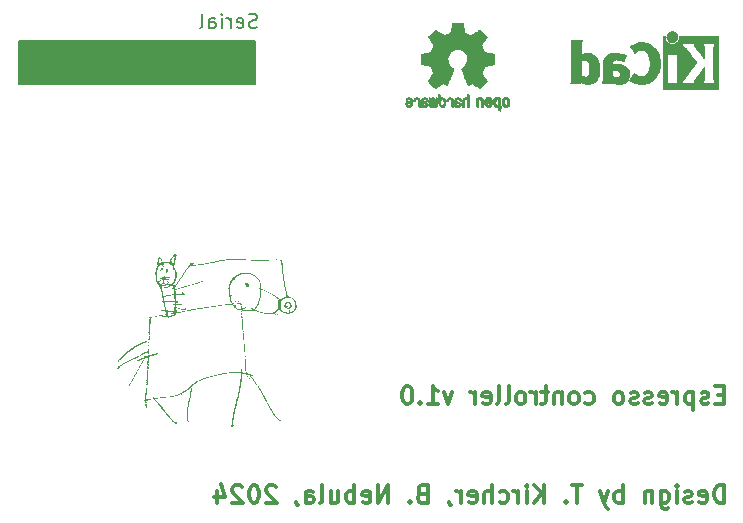
<source format=gbr>
%TF.GenerationSoftware,KiCad,Pcbnew,7.0.10*%
%TF.CreationDate,2024-03-09T05:04:33-09:00*%
%TF.ProjectId,SP_V.1.7.5_Board,53505f56-2e31-42e3-972e-355f426f6172,rev?*%
%TF.SameCoordinates,Original*%
%TF.FileFunction,Legend,Bot*%
%TF.FilePolarity,Positive*%
%FSLAX46Y46*%
G04 Gerber Fmt 4.6, Leading zero omitted, Abs format (unit mm)*
G04 Created by KiCad (PCBNEW 7.0.10) date 2024-03-09 05:04:33*
%MOMM*%
%LPD*%
G01*
G04 APERTURE LIST*
%ADD10C,0.150000*%
%ADD11C,0.300000*%
%ADD12C,0.010000*%
G04 APERTURE END LIST*
D10*
X110500000Y-77825000D02*
X130500000Y-77825000D01*
X130500000Y-81500000D01*
X110500000Y-81500000D01*
X110500000Y-77825000D01*
G36*
X110500000Y-77825000D02*
G01*
X130500000Y-77825000D01*
X130500000Y-81500000D01*
X110500000Y-81500000D01*
X110500000Y-77825000D01*
G37*
D11*
X170220489Y-116950828D02*
X170220489Y-115450828D01*
X170220489Y-115450828D02*
X169863346Y-115450828D01*
X169863346Y-115450828D02*
X169649060Y-115522257D01*
X169649060Y-115522257D02*
X169506203Y-115665114D01*
X169506203Y-115665114D02*
X169434774Y-115807971D01*
X169434774Y-115807971D02*
X169363346Y-116093685D01*
X169363346Y-116093685D02*
X169363346Y-116307971D01*
X169363346Y-116307971D02*
X169434774Y-116593685D01*
X169434774Y-116593685D02*
X169506203Y-116736542D01*
X169506203Y-116736542D02*
X169649060Y-116879400D01*
X169649060Y-116879400D02*
X169863346Y-116950828D01*
X169863346Y-116950828D02*
X170220489Y-116950828D01*
X168149060Y-116879400D02*
X168291917Y-116950828D01*
X168291917Y-116950828D02*
X168577632Y-116950828D01*
X168577632Y-116950828D02*
X168720489Y-116879400D01*
X168720489Y-116879400D02*
X168791917Y-116736542D01*
X168791917Y-116736542D02*
X168791917Y-116165114D01*
X168791917Y-116165114D02*
X168720489Y-116022257D01*
X168720489Y-116022257D02*
X168577632Y-115950828D01*
X168577632Y-115950828D02*
X168291917Y-115950828D01*
X168291917Y-115950828D02*
X168149060Y-116022257D01*
X168149060Y-116022257D02*
X168077632Y-116165114D01*
X168077632Y-116165114D02*
X168077632Y-116307971D01*
X168077632Y-116307971D02*
X168791917Y-116450828D01*
X167506203Y-116879400D02*
X167363346Y-116950828D01*
X167363346Y-116950828D02*
X167077632Y-116950828D01*
X167077632Y-116950828D02*
X166934775Y-116879400D01*
X166934775Y-116879400D02*
X166863346Y-116736542D01*
X166863346Y-116736542D02*
X166863346Y-116665114D01*
X166863346Y-116665114D02*
X166934775Y-116522257D01*
X166934775Y-116522257D02*
X167077632Y-116450828D01*
X167077632Y-116450828D02*
X167291918Y-116450828D01*
X167291918Y-116450828D02*
X167434775Y-116379400D01*
X167434775Y-116379400D02*
X167506203Y-116236542D01*
X167506203Y-116236542D02*
X167506203Y-116165114D01*
X167506203Y-116165114D02*
X167434775Y-116022257D01*
X167434775Y-116022257D02*
X167291918Y-115950828D01*
X167291918Y-115950828D02*
X167077632Y-115950828D01*
X167077632Y-115950828D02*
X166934775Y-116022257D01*
X166220489Y-116950828D02*
X166220489Y-115950828D01*
X166220489Y-115450828D02*
X166291917Y-115522257D01*
X166291917Y-115522257D02*
X166220489Y-115593685D01*
X166220489Y-115593685D02*
X166149060Y-115522257D01*
X166149060Y-115522257D02*
X166220489Y-115450828D01*
X166220489Y-115450828D02*
X166220489Y-115593685D01*
X164863346Y-115950828D02*
X164863346Y-117165114D01*
X164863346Y-117165114D02*
X164934774Y-117307971D01*
X164934774Y-117307971D02*
X165006203Y-117379400D01*
X165006203Y-117379400D02*
X165149060Y-117450828D01*
X165149060Y-117450828D02*
X165363346Y-117450828D01*
X165363346Y-117450828D02*
X165506203Y-117379400D01*
X164863346Y-116879400D02*
X165006203Y-116950828D01*
X165006203Y-116950828D02*
X165291917Y-116950828D01*
X165291917Y-116950828D02*
X165434774Y-116879400D01*
X165434774Y-116879400D02*
X165506203Y-116807971D01*
X165506203Y-116807971D02*
X165577631Y-116665114D01*
X165577631Y-116665114D02*
X165577631Y-116236542D01*
X165577631Y-116236542D02*
X165506203Y-116093685D01*
X165506203Y-116093685D02*
X165434774Y-116022257D01*
X165434774Y-116022257D02*
X165291917Y-115950828D01*
X165291917Y-115950828D02*
X165006203Y-115950828D01*
X165006203Y-115950828D02*
X164863346Y-116022257D01*
X164149060Y-115950828D02*
X164149060Y-116950828D01*
X164149060Y-116093685D02*
X164077631Y-116022257D01*
X164077631Y-116022257D02*
X163934774Y-115950828D01*
X163934774Y-115950828D02*
X163720488Y-115950828D01*
X163720488Y-115950828D02*
X163577631Y-116022257D01*
X163577631Y-116022257D02*
X163506203Y-116165114D01*
X163506203Y-116165114D02*
X163506203Y-116950828D01*
X161649060Y-116950828D02*
X161649060Y-115450828D01*
X161649060Y-116022257D02*
X161506203Y-115950828D01*
X161506203Y-115950828D02*
X161220488Y-115950828D01*
X161220488Y-115950828D02*
X161077631Y-116022257D01*
X161077631Y-116022257D02*
X161006203Y-116093685D01*
X161006203Y-116093685D02*
X160934774Y-116236542D01*
X160934774Y-116236542D02*
X160934774Y-116665114D01*
X160934774Y-116665114D02*
X161006203Y-116807971D01*
X161006203Y-116807971D02*
X161077631Y-116879400D01*
X161077631Y-116879400D02*
X161220488Y-116950828D01*
X161220488Y-116950828D02*
X161506203Y-116950828D01*
X161506203Y-116950828D02*
X161649060Y-116879400D01*
X160434774Y-115950828D02*
X160077631Y-116950828D01*
X159720488Y-115950828D02*
X160077631Y-116950828D01*
X160077631Y-116950828D02*
X160220488Y-117307971D01*
X160220488Y-117307971D02*
X160291917Y-117379400D01*
X160291917Y-117379400D02*
X160434774Y-117450828D01*
X158220488Y-115450828D02*
X157363346Y-115450828D01*
X157791917Y-116950828D02*
X157791917Y-115450828D01*
X156863346Y-116807971D02*
X156791917Y-116879400D01*
X156791917Y-116879400D02*
X156863346Y-116950828D01*
X156863346Y-116950828D02*
X156934774Y-116879400D01*
X156934774Y-116879400D02*
X156863346Y-116807971D01*
X156863346Y-116807971D02*
X156863346Y-116950828D01*
X155006203Y-116950828D02*
X155006203Y-115450828D01*
X154149060Y-116950828D02*
X154791917Y-116093685D01*
X154149060Y-115450828D02*
X155006203Y-116307971D01*
X153506203Y-116950828D02*
X153506203Y-115950828D01*
X153506203Y-115450828D02*
X153577631Y-115522257D01*
X153577631Y-115522257D02*
X153506203Y-115593685D01*
X153506203Y-115593685D02*
X153434774Y-115522257D01*
X153434774Y-115522257D02*
X153506203Y-115450828D01*
X153506203Y-115450828D02*
X153506203Y-115593685D01*
X152791917Y-116950828D02*
X152791917Y-115950828D01*
X152791917Y-116236542D02*
X152720488Y-116093685D01*
X152720488Y-116093685D02*
X152649060Y-116022257D01*
X152649060Y-116022257D02*
X152506202Y-115950828D01*
X152506202Y-115950828D02*
X152363345Y-115950828D01*
X151220489Y-116879400D02*
X151363346Y-116950828D01*
X151363346Y-116950828D02*
X151649060Y-116950828D01*
X151649060Y-116950828D02*
X151791917Y-116879400D01*
X151791917Y-116879400D02*
X151863346Y-116807971D01*
X151863346Y-116807971D02*
X151934774Y-116665114D01*
X151934774Y-116665114D02*
X151934774Y-116236542D01*
X151934774Y-116236542D02*
X151863346Y-116093685D01*
X151863346Y-116093685D02*
X151791917Y-116022257D01*
X151791917Y-116022257D02*
X151649060Y-115950828D01*
X151649060Y-115950828D02*
X151363346Y-115950828D01*
X151363346Y-115950828D02*
X151220489Y-116022257D01*
X150577632Y-116950828D02*
X150577632Y-115450828D01*
X149934775Y-116950828D02*
X149934775Y-116165114D01*
X149934775Y-116165114D02*
X150006203Y-116022257D01*
X150006203Y-116022257D02*
X150149060Y-115950828D01*
X150149060Y-115950828D02*
X150363346Y-115950828D01*
X150363346Y-115950828D02*
X150506203Y-116022257D01*
X150506203Y-116022257D02*
X150577632Y-116093685D01*
X148649060Y-116879400D02*
X148791917Y-116950828D01*
X148791917Y-116950828D02*
X149077632Y-116950828D01*
X149077632Y-116950828D02*
X149220489Y-116879400D01*
X149220489Y-116879400D02*
X149291917Y-116736542D01*
X149291917Y-116736542D02*
X149291917Y-116165114D01*
X149291917Y-116165114D02*
X149220489Y-116022257D01*
X149220489Y-116022257D02*
X149077632Y-115950828D01*
X149077632Y-115950828D02*
X148791917Y-115950828D01*
X148791917Y-115950828D02*
X148649060Y-116022257D01*
X148649060Y-116022257D02*
X148577632Y-116165114D01*
X148577632Y-116165114D02*
X148577632Y-116307971D01*
X148577632Y-116307971D02*
X149291917Y-116450828D01*
X147934775Y-116950828D02*
X147934775Y-115950828D01*
X147934775Y-116236542D02*
X147863346Y-116093685D01*
X147863346Y-116093685D02*
X147791918Y-116022257D01*
X147791918Y-116022257D02*
X147649060Y-115950828D01*
X147649060Y-115950828D02*
X147506203Y-115950828D01*
X146934775Y-116879400D02*
X146934775Y-116950828D01*
X146934775Y-116950828D02*
X147006204Y-117093685D01*
X147006204Y-117093685D02*
X147077632Y-117165114D01*
X144649061Y-116165114D02*
X144434775Y-116236542D01*
X144434775Y-116236542D02*
X144363346Y-116307971D01*
X144363346Y-116307971D02*
X144291918Y-116450828D01*
X144291918Y-116450828D02*
X144291918Y-116665114D01*
X144291918Y-116665114D02*
X144363346Y-116807971D01*
X144363346Y-116807971D02*
X144434775Y-116879400D01*
X144434775Y-116879400D02*
X144577632Y-116950828D01*
X144577632Y-116950828D02*
X145149061Y-116950828D01*
X145149061Y-116950828D02*
X145149061Y-115450828D01*
X145149061Y-115450828D02*
X144649061Y-115450828D01*
X144649061Y-115450828D02*
X144506204Y-115522257D01*
X144506204Y-115522257D02*
X144434775Y-115593685D01*
X144434775Y-115593685D02*
X144363346Y-115736542D01*
X144363346Y-115736542D02*
X144363346Y-115879400D01*
X144363346Y-115879400D02*
X144434775Y-116022257D01*
X144434775Y-116022257D02*
X144506204Y-116093685D01*
X144506204Y-116093685D02*
X144649061Y-116165114D01*
X144649061Y-116165114D02*
X145149061Y-116165114D01*
X143649061Y-116807971D02*
X143577632Y-116879400D01*
X143577632Y-116879400D02*
X143649061Y-116950828D01*
X143649061Y-116950828D02*
X143720489Y-116879400D01*
X143720489Y-116879400D02*
X143649061Y-116807971D01*
X143649061Y-116807971D02*
X143649061Y-116950828D01*
X141791918Y-116950828D02*
X141791918Y-115450828D01*
X141791918Y-115450828D02*
X140934775Y-116950828D01*
X140934775Y-116950828D02*
X140934775Y-115450828D01*
X139649060Y-116879400D02*
X139791917Y-116950828D01*
X139791917Y-116950828D02*
X140077632Y-116950828D01*
X140077632Y-116950828D02*
X140220489Y-116879400D01*
X140220489Y-116879400D02*
X140291917Y-116736542D01*
X140291917Y-116736542D02*
X140291917Y-116165114D01*
X140291917Y-116165114D02*
X140220489Y-116022257D01*
X140220489Y-116022257D02*
X140077632Y-115950828D01*
X140077632Y-115950828D02*
X139791917Y-115950828D01*
X139791917Y-115950828D02*
X139649060Y-116022257D01*
X139649060Y-116022257D02*
X139577632Y-116165114D01*
X139577632Y-116165114D02*
X139577632Y-116307971D01*
X139577632Y-116307971D02*
X140291917Y-116450828D01*
X138934775Y-116950828D02*
X138934775Y-115450828D01*
X138934775Y-116022257D02*
X138791918Y-115950828D01*
X138791918Y-115950828D02*
X138506203Y-115950828D01*
X138506203Y-115950828D02*
X138363346Y-116022257D01*
X138363346Y-116022257D02*
X138291918Y-116093685D01*
X138291918Y-116093685D02*
X138220489Y-116236542D01*
X138220489Y-116236542D02*
X138220489Y-116665114D01*
X138220489Y-116665114D02*
X138291918Y-116807971D01*
X138291918Y-116807971D02*
X138363346Y-116879400D01*
X138363346Y-116879400D02*
X138506203Y-116950828D01*
X138506203Y-116950828D02*
X138791918Y-116950828D01*
X138791918Y-116950828D02*
X138934775Y-116879400D01*
X136934775Y-115950828D02*
X136934775Y-116950828D01*
X137577632Y-115950828D02*
X137577632Y-116736542D01*
X137577632Y-116736542D02*
X137506203Y-116879400D01*
X137506203Y-116879400D02*
X137363346Y-116950828D01*
X137363346Y-116950828D02*
X137149060Y-116950828D01*
X137149060Y-116950828D02*
X137006203Y-116879400D01*
X137006203Y-116879400D02*
X136934775Y-116807971D01*
X136006203Y-116950828D02*
X136149060Y-116879400D01*
X136149060Y-116879400D02*
X136220489Y-116736542D01*
X136220489Y-116736542D02*
X136220489Y-115450828D01*
X134791918Y-116950828D02*
X134791918Y-116165114D01*
X134791918Y-116165114D02*
X134863346Y-116022257D01*
X134863346Y-116022257D02*
X135006203Y-115950828D01*
X135006203Y-115950828D02*
X135291918Y-115950828D01*
X135291918Y-115950828D02*
X135434775Y-116022257D01*
X134791918Y-116879400D02*
X134934775Y-116950828D01*
X134934775Y-116950828D02*
X135291918Y-116950828D01*
X135291918Y-116950828D02*
X135434775Y-116879400D01*
X135434775Y-116879400D02*
X135506203Y-116736542D01*
X135506203Y-116736542D02*
X135506203Y-116593685D01*
X135506203Y-116593685D02*
X135434775Y-116450828D01*
X135434775Y-116450828D02*
X135291918Y-116379400D01*
X135291918Y-116379400D02*
X134934775Y-116379400D01*
X134934775Y-116379400D02*
X134791918Y-116307971D01*
X134006203Y-116879400D02*
X134006203Y-116950828D01*
X134006203Y-116950828D02*
X134077632Y-117093685D01*
X134077632Y-117093685D02*
X134149060Y-117165114D01*
X132291917Y-115593685D02*
X132220489Y-115522257D01*
X132220489Y-115522257D02*
X132077632Y-115450828D01*
X132077632Y-115450828D02*
X131720489Y-115450828D01*
X131720489Y-115450828D02*
X131577632Y-115522257D01*
X131577632Y-115522257D02*
X131506203Y-115593685D01*
X131506203Y-115593685D02*
X131434774Y-115736542D01*
X131434774Y-115736542D02*
X131434774Y-115879400D01*
X131434774Y-115879400D02*
X131506203Y-116093685D01*
X131506203Y-116093685D02*
X132363346Y-116950828D01*
X132363346Y-116950828D02*
X131434774Y-116950828D01*
X130506203Y-115450828D02*
X130363346Y-115450828D01*
X130363346Y-115450828D02*
X130220489Y-115522257D01*
X130220489Y-115522257D02*
X130149061Y-115593685D01*
X130149061Y-115593685D02*
X130077632Y-115736542D01*
X130077632Y-115736542D02*
X130006203Y-116022257D01*
X130006203Y-116022257D02*
X130006203Y-116379400D01*
X130006203Y-116379400D02*
X130077632Y-116665114D01*
X130077632Y-116665114D02*
X130149061Y-116807971D01*
X130149061Y-116807971D02*
X130220489Y-116879400D01*
X130220489Y-116879400D02*
X130363346Y-116950828D01*
X130363346Y-116950828D02*
X130506203Y-116950828D01*
X130506203Y-116950828D02*
X130649061Y-116879400D01*
X130649061Y-116879400D02*
X130720489Y-116807971D01*
X130720489Y-116807971D02*
X130791918Y-116665114D01*
X130791918Y-116665114D02*
X130863346Y-116379400D01*
X130863346Y-116379400D02*
X130863346Y-116022257D01*
X130863346Y-116022257D02*
X130791918Y-115736542D01*
X130791918Y-115736542D02*
X130720489Y-115593685D01*
X130720489Y-115593685D02*
X130649061Y-115522257D01*
X130649061Y-115522257D02*
X130506203Y-115450828D01*
X129434775Y-115593685D02*
X129363347Y-115522257D01*
X129363347Y-115522257D02*
X129220490Y-115450828D01*
X129220490Y-115450828D02*
X128863347Y-115450828D01*
X128863347Y-115450828D02*
X128720490Y-115522257D01*
X128720490Y-115522257D02*
X128649061Y-115593685D01*
X128649061Y-115593685D02*
X128577632Y-115736542D01*
X128577632Y-115736542D02*
X128577632Y-115879400D01*
X128577632Y-115879400D02*
X128649061Y-116093685D01*
X128649061Y-116093685D02*
X129506204Y-116950828D01*
X129506204Y-116950828D02*
X128577632Y-116950828D01*
X127291919Y-115950828D02*
X127291919Y-116950828D01*
X127649061Y-115379400D02*
X128006204Y-116450828D01*
X128006204Y-116450828D02*
X127077633Y-116450828D01*
D10*
X130672744Y-76663200D02*
X130501316Y-76720342D01*
X130501316Y-76720342D02*
X130215601Y-76720342D01*
X130215601Y-76720342D02*
X130101316Y-76663200D01*
X130101316Y-76663200D02*
X130044173Y-76606057D01*
X130044173Y-76606057D02*
X129987030Y-76491771D01*
X129987030Y-76491771D02*
X129987030Y-76377485D01*
X129987030Y-76377485D02*
X130044173Y-76263200D01*
X130044173Y-76263200D02*
X130101316Y-76206057D01*
X130101316Y-76206057D02*
X130215601Y-76148914D01*
X130215601Y-76148914D02*
X130444173Y-76091771D01*
X130444173Y-76091771D02*
X130558458Y-76034628D01*
X130558458Y-76034628D02*
X130615601Y-75977485D01*
X130615601Y-75977485D02*
X130672744Y-75863200D01*
X130672744Y-75863200D02*
X130672744Y-75748914D01*
X130672744Y-75748914D02*
X130615601Y-75634628D01*
X130615601Y-75634628D02*
X130558458Y-75577485D01*
X130558458Y-75577485D02*
X130444173Y-75520342D01*
X130444173Y-75520342D02*
X130158458Y-75520342D01*
X130158458Y-75520342D02*
X129987030Y-75577485D01*
X129015601Y-76663200D02*
X129129887Y-76720342D01*
X129129887Y-76720342D02*
X129358459Y-76720342D01*
X129358459Y-76720342D02*
X129472744Y-76663200D01*
X129472744Y-76663200D02*
X129529887Y-76548914D01*
X129529887Y-76548914D02*
X129529887Y-76091771D01*
X129529887Y-76091771D02*
X129472744Y-75977485D01*
X129472744Y-75977485D02*
X129358459Y-75920342D01*
X129358459Y-75920342D02*
X129129887Y-75920342D01*
X129129887Y-75920342D02*
X129015601Y-75977485D01*
X129015601Y-75977485D02*
X128958459Y-76091771D01*
X128958459Y-76091771D02*
X128958459Y-76206057D01*
X128958459Y-76206057D02*
X129529887Y-76320342D01*
X128444173Y-76720342D02*
X128444173Y-75920342D01*
X128444173Y-76148914D02*
X128387030Y-76034628D01*
X128387030Y-76034628D02*
X128329888Y-75977485D01*
X128329888Y-75977485D02*
X128215602Y-75920342D01*
X128215602Y-75920342D02*
X128101316Y-75920342D01*
X127701316Y-76720342D02*
X127701316Y-75920342D01*
X127701316Y-75520342D02*
X127758459Y-75577485D01*
X127758459Y-75577485D02*
X127701316Y-75634628D01*
X127701316Y-75634628D02*
X127644173Y-75577485D01*
X127644173Y-75577485D02*
X127701316Y-75520342D01*
X127701316Y-75520342D02*
X127701316Y-75634628D01*
X126615602Y-76720342D02*
X126615602Y-76091771D01*
X126615602Y-76091771D02*
X126672744Y-75977485D01*
X126672744Y-75977485D02*
X126787030Y-75920342D01*
X126787030Y-75920342D02*
X127015602Y-75920342D01*
X127015602Y-75920342D02*
X127129887Y-75977485D01*
X126615602Y-76663200D02*
X126729887Y-76720342D01*
X126729887Y-76720342D02*
X127015602Y-76720342D01*
X127015602Y-76720342D02*
X127129887Y-76663200D01*
X127129887Y-76663200D02*
X127187030Y-76548914D01*
X127187030Y-76548914D02*
X127187030Y-76434628D01*
X127187030Y-76434628D02*
X127129887Y-76320342D01*
X127129887Y-76320342D02*
X127015602Y-76263200D01*
X127015602Y-76263200D02*
X126729887Y-76263200D01*
X126729887Y-76263200D02*
X126615602Y-76206057D01*
X125872745Y-76720342D02*
X125987030Y-76663200D01*
X125987030Y-76663200D02*
X126044173Y-76548914D01*
X126044173Y-76548914D02*
X126044173Y-75520342D01*
D11*
X170195489Y-107790114D02*
X169695489Y-107790114D01*
X169481203Y-108575828D02*
X170195489Y-108575828D01*
X170195489Y-108575828D02*
X170195489Y-107075828D01*
X170195489Y-107075828D02*
X169481203Y-107075828D01*
X168909774Y-108504400D02*
X168766917Y-108575828D01*
X168766917Y-108575828D02*
X168481203Y-108575828D01*
X168481203Y-108575828D02*
X168338346Y-108504400D01*
X168338346Y-108504400D02*
X168266917Y-108361542D01*
X168266917Y-108361542D02*
X168266917Y-108290114D01*
X168266917Y-108290114D02*
X168338346Y-108147257D01*
X168338346Y-108147257D02*
X168481203Y-108075828D01*
X168481203Y-108075828D02*
X168695489Y-108075828D01*
X168695489Y-108075828D02*
X168838346Y-108004400D01*
X168838346Y-108004400D02*
X168909774Y-107861542D01*
X168909774Y-107861542D02*
X168909774Y-107790114D01*
X168909774Y-107790114D02*
X168838346Y-107647257D01*
X168838346Y-107647257D02*
X168695489Y-107575828D01*
X168695489Y-107575828D02*
X168481203Y-107575828D01*
X168481203Y-107575828D02*
X168338346Y-107647257D01*
X167624060Y-107575828D02*
X167624060Y-109075828D01*
X167624060Y-107647257D02*
X167481203Y-107575828D01*
X167481203Y-107575828D02*
X167195488Y-107575828D01*
X167195488Y-107575828D02*
X167052631Y-107647257D01*
X167052631Y-107647257D02*
X166981203Y-107718685D01*
X166981203Y-107718685D02*
X166909774Y-107861542D01*
X166909774Y-107861542D02*
X166909774Y-108290114D01*
X166909774Y-108290114D02*
X166981203Y-108432971D01*
X166981203Y-108432971D02*
X167052631Y-108504400D01*
X167052631Y-108504400D02*
X167195488Y-108575828D01*
X167195488Y-108575828D02*
X167481203Y-108575828D01*
X167481203Y-108575828D02*
X167624060Y-108504400D01*
X166266917Y-108575828D02*
X166266917Y-107575828D01*
X166266917Y-107861542D02*
X166195488Y-107718685D01*
X166195488Y-107718685D02*
X166124060Y-107647257D01*
X166124060Y-107647257D02*
X165981202Y-107575828D01*
X165981202Y-107575828D02*
X165838345Y-107575828D01*
X164766917Y-108504400D02*
X164909774Y-108575828D01*
X164909774Y-108575828D02*
X165195489Y-108575828D01*
X165195489Y-108575828D02*
X165338346Y-108504400D01*
X165338346Y-108504400D02*
X165409774Y-108361542D01*
X165409774Y-108361542D02*
X165409774Y-107790114D01*
X165409774Y-107790114D02*
X165338346Y-107647257D01*
X165338346Y-107647257D02*
X165195489Y-107575828D01*
X165195489Y-107575828D02*
X164909774Y-107575828D01*
X164909774Y-107575828D02*
X164766917Y-107647257D01*
X164766917Y-107647257D02*
X164695489Y-107790114D01*
X164695489Y-107790114D02*
X164695489Y-107932971D01*
X164695489Y-107932971D02*
X165409774Y-108075828D01*
X164124060Y-108504400D02*
X163981203Y-108575828D01*
X163981203Y-108575828D02*
X163695489Y-108575828D01*
X163695489Y-108575828D02*
X163552632Y-108504400D01*
X163552632Y-108504400D02*
X163481203Y-108361542D01*
X163481203Y-108361542D02*
X163481203Y-108290114D01*
X163481203Y-108290114D02*
X163552632Y-108147257D01*
X163552632Y-108147257D02*
X163695489Y-108075828D01*
X163695489Y-108075828D02*
X163909775Y-108075828D01*
X163909775Y-108075828D02*
X164052632Y-108004400D01*
X164052632Y-108004400D02*
X164124060Y-107861542D01*
X164124060Y-107861542D02*
X164124060Y-107790114D01*
X164124060Y-107790114D02*
X164052632Y-107647257D01*
X164052632Y-107647257D02*
X163909775Y-107575828D01*
X163909775Y-107575828D02*
X163695489Y-107575828D01*
X163695489Y-107575828D02*
X163552632Y-107647257D01*
X162909774Y-108504400D02*
X162766917Y-108575828D01*
X162766917Y-108575828D02*
X162481203Y-108575828D01*
X162481203Y-108575828D02*
X162338346Y-108504400D01*
X162338346Y-108504400D02*
X162266917Y-108361542D01*
X162266917Y-108361542D02*
X162266917Y-108290114D01*
X162266917Y-108290114D02*
X162338346Y-108147257D01*
X162338346Y-108147257D02*
X162481203Y-108075828D01*
X162481203Y-108075828D02*
X162695489Y-108075828D01*
X162695489Y-108075828D02*
X162838346Y-108004400D01*
X162838346Y-108004400D02*
X162909774Y-107861542D01*
X162909774Y-107861542D02*
X162909774Y-107790114D01*
X162909774Y-107790114D02*
X162838346Y-107647257D01*
X162838346Y-107647257D02*
X162695489Y-107575828D01*
X162695489Y-107575828D02*
X162481203Y-107575828D01*
X162481203Y-107575828D02*
X162338346Y-107647257D01*
X161409774Y-108575828D02*
X161552631Y-108504400D01*
X161552631Y-108504400D02*
X161624060Y-108432971D01*
X161624060Y-108432971D02*
X161695488Y-108290114D01*
X161695488Y-108290114D02*
X161695488Y-107861542D01*
X161695488Y-107861542D02*
X161624060Y-107718685D01*
X161624060Y-107718685D02*
X161552631Y-107647257D01*
X161552631Y-107647257D02*
X161409774Y-107575828D01*
X161409774Y-107575828D02*
X161195488Y-107575828D01*
X161195488Y-107575828D02*
X161052631Y-107647257D01*
X161052631Y-107647257D02*
X160981203Y-107718685D01*
X160981203Y-107718685D02*
X160909774Y-107861542D01*
X160909774Y-107861542D02*
X160909774Y-108290114D01*
X160909774Y-108290114D02*
X160981203Y-108432971D01*
X160981203Y-108432971D02*
X161052631Y-108504400D01*
X161052631Y-108504400D02*
X161195488Y-108575828D01*
X161195488Y-108575828D02*
X161409774Y-108575828D01*
X158481203Y-108504400D02*
X158624060Y-108575828D01*
X158624060Y-108575828D02*
X158909774Y-108575828D01*
X158909774Y-108575828D02*
X159052631Y-108504400D01*
X159052631Y-108504400D02*
X159124060Y-108432971D01*
X159124060Y-108432971D02*
X159195488Y-108290114D01*
X159195488Y-108290114D02*
X159195488Y-107861542D01*
X159195488Y-107861542D02*
X159124060Y-107718685D01*
X159124060Y-107718685D02*
X159052631Y-107647257D01*
X159052631Y-107647257D02*
X158909774Y-107575828D01*
X158909774Y-107575828D02*
X158624060Y-107575828D01*
X158624060Y-107575828D02*
X158481203Y-107647257D01*
X157624060Y-108575828D02*
X157766917Y-108504400D01*
X157766917Y-108504400D02*
X157838346Y-108432971D01*
X157838346Y-108432971D02*
X157909774Y-108290114D01*
X157909774Y-108290114D02*
X157909774Y-107861542D01*
X157909774Y-107861542D02*
X157838346Y-107718685D01*
X157838346Y-107718685D02*
X157766917Y-107647257D01*
X157766917Y-107647257D02*
X157624060Y-107575828D01*
X157624060Y-107575828D02*
X157409774Y-107575828D01*
X157409774Y-107575828D02*
X157266917Y-107647257D01*
X157266917Y-107647257D02*
X157195489Y-107718685D01*
X157195489Y-107718685D02*
X157124060Y-107861542D01*
X157124060Y-107861542D02*
X157124060Y-108290114D01*
X157124060Y-108290114D02*
X157195489Y-108432971D01*
X157195489Y-108432971D02*
X157266917Y-108504400D01*
X157266917Y-108504400D02*
X157409774Y-108575828D01*
X157409774Y-108575828D02*
X157624060Y-108575828D01*
X156481203Y-107575828D02*
X156481203Y-108575828D01*
X156481203Y-107718685D02*
X156409774Y-107647257D01*
X156409774Y-107647257D02*
X156266917Y-107575828D01*
X156266917Y-107575828D02*
X156052631Y-107575828D01*
X156052631Y-107575828D02*
X155909774Y-107647257D01*
X155909774Y-107647257D02*
X155838346Y-107790114D01*
X155838346Y-107790114D02*
X155838346Y-108575828D01*
X155338345Y-107575828D02*
X154766917Y-107575828D01*
X155124060Y-107075828D02*
X155124060Y-108361542D01*
X155124060Y-108361542D02*
X155052631Y-108504400D01*
X155052631Y-108504400D02*
X154909774Y-108575828D01*
X154909774Y-108575828D02*
X154766917Y-108575828D01*
X154266917Y-108575828D02*
X154266917Y-107575828D01*
X154266917Y-107861542D02*
X154195488Y-107718685D01*
X154195488Y-107718685D02*
X154124060Y-107647257D01*
X154124060Y-107647257D02*
X153981202Y-107575828D01*
X153981202Y-107575828D02*
X153838345Y-107575828D01*
X153124060Y-108575828D02*
X153266917Y-108504400D01*
X153266917Y-108504400D02*
X153338346Y-108432971D01*
X153338346Y-108432971D02*
X153409774Y-108290114D01*
X153409774Y-108290114D02*
X153409774Y-107861542D01*
X153409774Y-107861542D02*
X153338346Y-107718685D01*
X153338346Y-107718685D02*
X153266917Y-107647257D01*
X153266917Y-107647257D02*
X153124060Y-107575828D01*
X153124060Y-107575828D02*
X152909774Y-107575828D01*
X152909774Y-107575828D02*
X152766917Y-107647257D01*
X152766917Y-107647257D02*
X152695489Y-107718685D01*
X152695489Y-107718685D02*
X152624060Y-107861542D01*
X152624060Y-107861542D02*
X152624060Y-108290114D01*
X152624060Y-108290114D02*
X152695489Y-108432971D01*
X152695489Y-108432971D02*
X152766917Y-108504400D01*
X152766917Y-108504400D02*
X152909774Y-108575828D01*
X152909774Y-108575828D02*
X153124060Y-108575828D01*
X151766917Y-108575828D02*
X151909774Y-108504400D01*
X151909774Y-108504400D02*
X151981203Y-108361542D01*
X151981203Y-108361542D02*
X151981203Y-107075828D01*
X150981203Y-108575828D02*
X151124060Y-108504400D01*
X151124060Y-108504400D02*
X151195489Y-108361542D01*
X151195489Y-108361542D02*
X151195489Y-107075828D01*
X149838346Y-108504400D02*
X149981203Y-108575828D01*
X149981203Y-108575828D02*
X150266918Y-108575828D01*
X150266918Y-108575828D02*
X150409775Y-108504400D01*
X150409775Y-108504400D02*
X150481203Y-108361542D01*
X150481203Y-108361542D02*
X150481203Y-107790114D01*
X150481203Y-107790114D02*
X150409775Y-107647257D01*
X150409775Y-107647257D02*
X150266918Y-107575828D01*
X150266918Y-107575828D02*
X149981203Y-107575828D01*
X149981203Y-107575828D02*
X149838346Y-107647257D01*
X149838346Y-107647257D02*
X149766918Y-107790114D01*
X149766918Y-107790114D02*
X149766918Y-107932971D01*
X149766918Y-107932971D02*
X150481203Y-108075828D01*
X149124061Y-108575828D02*
X149124061Y-107575828D01*
X149124061Y-107861542D02*
X149052632Y-107718685D01*
X149052632Y-107718685D02*
X148981204Y-107647257D01*
X148981204Y-107647257D02*
X148838346Y-107575828D01*
X148838346Y-107575828D02*
X148695489Y-107575828D01*
X147195490Y-107575828D02*
X146838347Y-108575828D01*
X146838347Y-108575828D02*
X146481204Y-107575828D01*
X145124061Y-108575828D02*
X145981204Y-108575828D01*
X145552633Y-108575828D02*
X145552633Y-107075828D01*
X145552633Y-107075828D02*
X145695490Y-107290114D01*
X145695490Y-107290114D02*
X145838347Y-107432971D01*
X145838347Y-107432971D02*
X145981204Y-107504400D01*
X144481205Y-108432971D02*
X144409776Y-108504400D01*
X144409776Y-108504400D02*
X144481205Y-108575828D01*
X144481205Y-108575828D02*
X144552633Y-108504400D01*
X144552633Y-108504400D02*
X144481205Y-108432971D01*
X144481205Y-108432971D02*
X144481205Y-108575828D01*
X143481204Y-107075828D02*
X143338347Y-107075828D01*
X143338347Y-107075828D02*
X143195490Y-107147257D01*
X143195490Y-107147257D02*
X143124062Y-107218685D01*
X143124062Y-107218685D02*
X143052633Y-107361542D01*
X143052633Y-107361542D02*
X142981204Y-107647257D01*
X142981204Y-107647257D02*
X142981204Y-108004400D01*
X142981204Y-108004400D02*
X143052633Y-108290114D01*
X143052633Y-108290114D02*
X143124062Y-108432971D01*
X143124062Y-108432971D02*
X143195490Y-108504400D01*
X143195490Y-108504400D02*
X143338347Y-108575828D01*
X143338347Y-108575828D02*
X143481204Y-108575828D01*
X143481204Y-108575828D02*
X143624062Y-108504400D01*
X143624062Y-108504400D02*
X143695490Y-108432971D01*
X143695490Y-108432971D02*
X143766919Y-108290114D01*
X143766919Y-108290114D02*
X143838347Y-108004400D01*
X143838347Y-108004400D02*
X143838347Y-107647257D01*
X143838347Y-107647257D02*
X143766919Y-107361542D01*
X143766919Y-107361542D02*
X143695490Y-107218685D01*
X143695490Y-107218685D02*
X143624062Y-107147257D01*
X143624062Y-107147257D02*
X143481204Y-107075828D01*
%TO.C,REF\u002A\u002A*%
G36*
X130061167Y-106448329D02*
G01*
X130061123Y-106448326D01*
X130061146Y-106448325D01*
X130061167Y-106448329D01*
G37*
G36*
X128213938Y-99351583D02*
G01*
X128215179Y-99351620D01*
X128216369Y-99351680D01*
X128217501Y-99351761D01*
X128218569Y-99351863D01*
X128219568Y-99351983D01*
X128220491Y-99352121D01*
X128221332Y-99352274D01*
X128222086Y-99352442D01*
X128222746Y-99352623D01*
X128223306Y-99352815D01*
X128223761Y-99353018D01*
X128224104Y-99353230D01*
X128224328Y-99353448D01*
X128224395Y-99353560D01*
X128224430Y-99353673D01*
X128224432Y-99353787D01*
X128224401Y-99353902D01*
X128224067Y-99354844D01*
X128223498Y-99356642D01*
X128221772Y-99362384D01*
X128219460Y-99370289D01*
X128216800Y-99379513D01*
X128216798Y-99379510D01*
X128210132Y-99402794D01*
X128205050Y-99377183D01*
X128204452Y-99373947D01*
X128203993Y-99370946D01*
X128203673Y-99368177D01*
X128203493Y-99365634D01*
X128203455Y-99363316D01*
X128203559Y-99361218D01*
X128203806Y-99359337D01*
X128204197Y-99357669D01*
X128204447Y-99356913D01*
X128204734Y-99356210D01*
X128205058Y-99355558D01*
X128205418Y-99354958D01*
X128205815Y-99354408D01*
X128206248Y-99353908D01*
X128206720Y-99353458D01*
X128207228Y-99353057D01*
X128207774Y-99352705D01*
X128208357Y-99352401D01*
X128208978Y-99352145D01*
X128209636Y-99351937D01*
X128210333Y-99351776D01*
X128211067Y-99351661D01*
X128212651Y-99351570D01*
X128213938Y-99351583D01*
G37*
G36*
X128293461Y-99662380D02*
G01*
X128293721Y-99662495D01*
X128293996Y-99662672D01*
X128294286Y-99662913D01*
X128294589Y-99663216D01*
X128294907Y-99663583D01*
X128295240Y-99664012D01*
X128295587Y-99664504D01*
X128295948Y-99665059D01*
X128296323Y-99665677D01*
X128297117Y-99667100D01*
X128297966Y-99668775D01*
X128298872Y-99670701D01*
X128299835Y-99672877D01*
X128301768Y-99677545D01*
X128303444Y-99681927D01*
X128304863Y-99685992D01*
X128306023Y-99689711D01*
X128306925Y-99693052D01*
X128307570Y-99695985D01*
X128307957Y-99698479D01*
X128308086Y-99700504D01*
X128307957Y-99702030D01*
X128307796Y-99702596D01*
X128307570Y-99703026D01*
X128307280Y-99703316D01*
X128306925Y-99703461D01*
X128306506Y-99703459D01*
X128306023Y-99703305D01*
X128305475Y-99702996D01*
X128304863Y-99702528D01*
X128303444Y-99701098D01*
X128301768Y-99698986D01*
X128299835Y-99696161D01*
X128299835Y-99696164D01*
X128298918Y-99694668D01*
X128298033Y-99693071D01*
X128297182Y-99691389D01*
X128296371Y-99689635D01*
X128295604Y-99687824D01*
X128294885Y-99685971D01*
X128294219Y-99684089D01*
X128293610Y-99682192D01*
X128293062Y-99680296D01*
X128292581Y-99678414D01*
X128292169Y-99676560D01*
X128291832Y-99674750D01*
X128291575Y-99672997D01*
X128291401Y-99671315D01*
X128291314Y-99669720D01*
X128291320Y-99668224D01*
X128291359Y-99667393D01*
X128291412Y-99666625D01*
X128291481Y-99665919D01*
X128291564Y-99665277D01*
X128291663Y-99664699D01*
X128291776Y-99664183D01*
X128291904Y-99663730D01*
X128292047Y-99663341D01*
X128292205Y-99663015D01*
X128292378Y-99662751D01*
X128292565Y-99662551D01*
X128292767Y-99662414D01*
X128292984Y-99662340D01*
X128293215Y-99662328D01*
X128293461Y-99662380D01*
G37*
G36*
X129620423Y-100163021D02*
G01*
X129621977Y-100163132D01*
X129623574Y-100163306D01*
X129625210Y-100163545D01*
X129626882Y-100163850D01*
X129628587Y-100164223D01*
X129633927Y-100165532D01*
X129636026Y-100166105D01*
X129637746Y-100166641D01*
X129639086Y-100167156D01*
X129639615Y-100167410D01*
X129640048Y-100167664D01*
X129640387Y-100167919D01*
X129640631Y-100168179D01*
X129640781Y-100168443D01*
X129640836Y-100168715D01*
X129640797Y-100168996D01*
X129640663Y-100169288D01*
X129640436Y-100169592D01*
X129640114Y-100169911D01*
X129639697Y-100170246D01*
X129639187Y-100170599D01*
X129637884Y-100171365D01*
X129636205Y-100172225D01*
X129634151Y-100173193D01*
X129628917Y-100175510D01*
X129628915Y-100175510D01*
X129627184Y-100176217D01*
X129625442Y-100176846D01*
X129623701Y-100177395D01*
X129621972Y-100177864D01*
X129620268Y-100178251D01*
X129618599Y-100178557D01*
X129616977Y-100178780D01*
X129615414Y-100178920D01*
X129613921Y-100178976D01*
X129612510Y-100178947D01*
X129611193Y-100178832D01*
X129609980Y-100178632D01*
X129608883Y-100178344D01*
X129607915Y-100177968D01*
X129607086Y-100177504D01*
X129606727Y-100177239D01*
X129606408Y-100176951D01*
X129605587Y-100176070D01*
X129604896Y-100175201D01*
X129604332Y-100174347D01*
X129603892Y-100173509D01*
X129603572Y-100172690D01*
X129603369Y-100171891D01*
X129603280Y-100171113D01*
X129603302Y-100170359D01*
X129603431Y-100169631D01*
X129603664Y-100168930D01*
X129603998Y-100168259D01*
X129604429Y-100167619D01*
X129604955Y-100167012D01*
X129605573Y-100166439D01*
X129606278Y-100165904D01*
X129607068Y-100165407D01*
X129607939Y-100164951D01*
X129608889Y-100164537D01*
X129609914Y-100164167D01*
X129611010Y-100163843D01*
X129612175Y-100163567D01*
X129613406Y-100163341D01*
X129614698Y-100163166D01*
X129616049Y-100163045D01*
X129617456Y-100162979D01*
X129618915Y-100162971D01*
X129620423Y-100163021D01*
G37*
G36*
X121456541Y-103952369D02*
G01*
X121458271Y-103952433D01*
X121459037Y-103952491D01*
X121459736Y-103952569D01*
X121460368Y-103952670D01*
X121460934Y-103952798D01*
X121461433Y-103952954D01*
X121461865Y-103953142D01*
X121462231Y-103953364D01*
X121462531Y-103953624D01*
X121462764Y-103953924D01*
X121462930Y-103954267D01*
X121463030Y-103954655D01*
X121463063Y-103955092D01*
X121463030Y-103955581D01*
X121462930Y-103956123D01*
X121462764Y-103956723D01*
X121462531Y-103957382D01*
X121462231Y-103958104D01*
X121461865Y-103958892D01*
X121461433Y-103959747D01*
X121460934Y-103960673D01*
X121459736Y-103962751D01*
X121458271Y-103965145D01*
X121456541Y-103967880D01*
X121454544Y-103970978D01*
X121454544Y-103970981D01*
X121453172Y-103973076D01*
X121451941Y-103974880D01*
X121450845Y-103976393D01*
X121449875Y-103977613D01*
X121449435Y-103978112D01*
X121449024Y-103978537D01*
X121448641Y-103978887D01*
X121448285Y-103979163D01*
X121447955Y-103979365D01*
X121447650Y-103979491D01*
X121447369Y-103979542D01*
X121447111Y-103979517D01*
X121446876Y-103979416D01*
X121446661Y-103979240D01*
X121446468Y-103978987D01*
X121446293Y-103978658D01*
X121446137Y-103978251D01*
X121445999Y-103977768D01*
X121445877Y-103977208D01*
X121445770Y-103976570D01*
X121445601Y-103975061D01*
X121445483Y-103973239D01*
X121445409Y-103971103D01*
X121445370Y-103968650D01*
X121445404Y-103966989D01*
X121445532Y-103965376D01*
X121445749Y-103963817D01*
X121446050Y-103962321D01*
X121446431Y-103960897D01*
X121446887Y-103959553D01*
X121447414Y-103958298D01*
X121448006Y-103957139D01*
X121448659Y-103956085D01*
X121449368Y-103955145D01*
X121450129Y-103954326D01*
X121450528Y-103953965D01*
X121450937Y-103953638D01*
X121451358Y-103953345D01*
X121451788Y-103953088D01*
X121452227Y-103952867D01*
X121452675Y-103952684D01*
X121453132Y-103952541D01*
X121453596Y-103952436D01*
X121454067Y-103952373D01*
X121454544Y-103952352D01*
X121456541Y-103952369D01*
G37*
G36*
X123477775Y-96427265D02*
G01*
X123478470Y-96427520D01*
X123479121Y-96427939D01*
X123479728Y-96428515D01*
X123480292Y-96429243D01*
X123480812Y-96430117D01*
X123481287Y-96431131D01*
X123481719Y-96432280D01*
X123482106Y-96433558D01*
X123482448Y-96434960D01*
X123482746Y-96436478D01*
X123482999Y-96438109D01*
X123483369Y-96441682D01*
X123483559Y-96445634D01*
X123483567Y-96449919D01*
X123483392Y-96454491D01*
X123483032Y-96459304D01*
X123482487Y-96464312D01*
X123481756Y-96469471D01*
X123480837Y-96474733D01*
X123479730Y-96480054D01*
X123478433Y-96485387D01*
X123478436Y-96485393D01*
X123477896Y-96487182D01*
X123477245Y-96488868D01*
X123476489Y-96490452D01*
X123475639Y-96491932D01*
X123474702Y-96493308D01*
X123473687Y-96494578D01*
X123472602Y-96495742D01*
X123471455Y-96496799D01*
X123470256Y-96497749D01*
X123469013Y-96498591D01*
X123467733Y-96499323D01*
X123466427Y-96499945D01*
X123465101Y-96500457D01*
X123463765Y-96500858D01*
X123462428Y-96501146D01*
X123461096Y-96501321D01*
X123459780Y-96501383D01*
X123458487Y-96501331D01*
X123457226Y-96501163D01*
X123456006Y-96500879D01*
X123454835Y-96500479D01*
X123453720Y-96499961D01*
X123452672Y-96499325D01*
X123451698Y-96498569D01*
X123450807Y-96497695D01*
X123450008Y-96496699D01*
X123449308Y-96495583D01*
X123448716Y-96494344D01*
X123448241Y-96492982D01*
X123447891Y-96491497D01*
X123447675Y-96489888D01*
X123447601Y-96488154D01*
X123447830Y-96484296D01*
X123448485Y-96480006D01*
X123449521Y-96475378D01*
X123450894Y-96470504D01*
X123452556Y-96465481D01*
X123454464Y-96460400D01*
X123456572Y-96455358D01*
X123458834Y-96450447D01*
X123461204Y-96445761D01*
X123463639Y-96441395D01*
X123466091Y-96437443D01*
X123468516Y-96433998D01*
X123470869Y-96431156D01*
X123473103Y-96429009D01*
X123474162Y-96428226D01*
X123475174Y-96427652D01*
X123476134Y-96427299D01*
X123477036Y-96427178D01*
X123477775Y-96427265D01*
G37*
G36*
X133278535Y-99272019D02*
G01*
X133278634Y-99272049D01*
X133278732Y-99272094D01*
X133278828Y-99272153D01*
X133278922Y-99272228D01*
X133279107Y-99272422D01*
X133279284Y-99272675D01*
X133279455Y-99272985D01*
X133279618Y-99273353D01*
X133279774Y-99273776D01*
X133279922Y-99274255D01*
X133280061Y-99274789D01*
X133280193Y-99275377D01*
X133280315Y-99276018D01*
X133280428Y-99276712D01*
X133280532Y-99277458D01*
X133280627Y-99278255D01*
X133280711Y-99279102D01*
X133280785Y-99279998D01*
X133280849Y-99280944D01*
X133280901Y-99281937D01*
X133280943Y-99282978D01*
X133280973Y-99284066D01*
X133280997Y-99286378D01*
X133280973Y-99288689D01*
X133280901Y-99290817D01*
X133280785Y-99292756D01*
X133280627Y-99294499D01*
X133280428Y-99296041D01*
X133280193Y-99297376D01*
X133279922Y-99298498D01*
X133279618Y-99299401D01*
X133279284Y-99300079D01*
X133279107Y-99300332D01*
X133278922Y-99300526D01*
X133278732Y-99300660D01*
X133278535Y-99300735D01*
X133278333Y-99300749D01*
X133278125Y-99300702D01*
X133277912Y-99300592D01*
X133277694Y-99300419D01*
X133277471Y-99300183D01*
X133277245Y-99299882D01*
X133276779Y-99299084D01*
X133276301Y-99298019D01*
X133275846Y-99296773D01*
X133275452Y-99295443D01*
X133275119Y-99294041D01*
X133274847Y-99292580D01*
X133274635Y-99291071D01*
X133274483Y-99289527D01*
X133274392Y-99287958D01*
X133274362Y-99286377D01*
X133274392Y-99284797D01*
X133274483Y-99283228D01*
X133274635Y-99281683D01*
X133274847Y-99280174D01*
X133275119Y-99278713D01*
X133275452Y-99277311D01*
X133275846Y-99275981D01*
X133276301Y-99274735D01*
X133276541Y-99274169D01*
X133276779Y-99273670D01*
X133277014Y-99273238D01*
X133277245Y-99272872D01*
X133277471Y-99272571D01*
X133277694Y-99272335D01*
X133277912Y-99272162D01*
X133278019Y-99272099D01*
X133278125Y-99272052D01*
X133278229Y-99272021D01*
X133278333Y-99272005D01*
X133278435Y-99272004D01*
X133278535Y-99272019D01*
G37*
G36*
X132455164Y-100982644D02*
G01*
X132456733Y-100982735D01*
X132458278Y-100982887D01*
X132459787Y-100983099D01*
X132461248Y-100983371D01*
X132462650Y-100983705D01*
X132463980Y-100984098D01*
X132465226Y-100984553D01*
X132465792Y-100984794D01*
X132466291Y-100985031D01*
X132466723Y-100985266D01*
X132467089Y-100985497D01*
X132467390Y-100985724D01*
X132467626Y-100985946D01*
X132467799Y-100986164D01*
X132467862Y-100986271D01*
X132467909Y-100986377D01*
X132467940Y-100986482D01*
X132467956Y-100986585D01*
X132467957Y-100986687D01*
X132467942Y-100986788D01*
X132467912Y-100986887D01*
X132467867Y-100986984D01*
X132467808Y-100987080D01*
X132467733Y-100987175D01*
X132467539Y-100987359D01*
X132467286Y-100987537D01*
X132466976Y-100987707D01*
X132466609Y-100987871D01*
X132466185Y-100988026D01*
X132465706Y-100988174D01*
X132465172Y-100988314D01*
X132464584Y-100988445D01*
X132463943Y-100988568D01*
X132463249Y-100988681D01*
X132462504Y-100988785D01*
X132461707Y-100988880D01*
X132460860Y-100988964D01*
X132459963Y-100989038D01*
X132459018Y-100989101D01*
X132458025Y-100989154D01*
X132456984Y-100989196D01*
X132455897Y-100989226D01*
X132453585Y-100989250D01*
X132453584Y-100989250D01*
X132451273Y-100989226D01*
X132449145Y-100989154D01*
X132447206Y-100989038D01*
X132445462Y-100988880D01*
X132443920Y-100988681D01*
X132442585Y-100988445D01*
X132441463Y-100988174D01*
X132440560Y-100987871D01*
X132439882Y-100987537D01*
X132439630Y-100987359D01*
X132439436Y-100987175D01*
X132439301Y-100986984D01*
X132439226Y-100986788D01*
X132439212Y-100986585D01*
X132439260Y-100986377D01*
X132439370Y-100986164D01*
X132439542Y-100985946D01*
X132439779Y-100985724D01*
X132440080Y-100985497D01*
X132440878Y-100985031D01*
X132441943Y-100984553D01*
X132443189Y-100984098D01*
X132444519Y-100983705D01*
X132445920Y-100983371D01*
X132447381Y-100983099D01*
X132448890Y-100982887D01*
X132450435Y-100982735D01*
X132452003Y-100982644D01*
X132453584Y-100982614D01*
X132455164Y-100982644D01*
G37*
G36*
X133061877Y-101031196D02*
G01*
X133065138Y-101031435D01*
X133068039Y-101031854D01*
X133069352Y-101032129D01*
X133070573Y-101032447D01*
X133071700Y-101032807D01*
X133072733Y-101033208D01*
X133073671Y-101033650D01*
X133074513Y-101034131D01*
X133075259Y-101034651D01*
X133075907Y-101035209D01*
X133076457Y-101035805D01*
X133076909Y-101036437D01*
X133077260Y-101037105D01*
X133077511Y-101037808D01*
X133077660Y-101038545D01*
X133077707Y-101039315D01*
X133077651Y-101040118D01*
X133077491Y-101040954D01*
X133077227Y-101041820D01*
X133076857Y-101042716D01*
X133076381Y-101043642D01*
X133075798Y-101044597D01*
X133075107Y-101045580D01*
X133074307Y-101046590D01*
X133073398Y-101047626D01*
X133072379Y-101048689D01*
X133072379Y-101048687D01*
X133071691Y-101049250D01*
X133070848Y-101049727D01*
X133069862Y-101050122D01*
X133068744Y-101050437D01*
X133067505Y-101050676D01*
X133066158Y-101050841D01*
X133063185Y-101050960D01*
X133059917Y-101050817D01*
X133056446Y-101050436D01*
X133052865Y-101049840D01*
X133049268Y-101049050D01*
X133045746Y-101048090D01*
X133042393Y-101046983D01*
X133039302Y-101045751D01*
X133036564Y-101044417D01*
X133034274Y-101043005D01*
X133033326Y-101042277D01*
X133032524Y-101041537D01*
X133031880Y-101040789D01*
X133031407Y-101040035D01*
X133031114Y-101039279D01*
X133031014Y-101038523D01*
X133031045Y-101038219D01*
X133031136Y-101037915D01*
X133031285Y-101037612D01*
X133031491Y-101037310D01*
X133031753Y-101037011D01*
X133032068Y-101036713D01*
X133032436Y-101036418D01*
X133032855Y-101036127D01*
X133033323Y-101035839D01*
X133033839Y-101035555D01*
X133034401Y-101035275D01*
X133035009Y-101035001D01*
X133035660Y-101034732D01*
X133036353Y-101034469D01*
X133037858Y-101033963D01*
X133039514Y-101033487D01*
X133041307Y-101033043D01*
X133043227Y-101032637D01*
X133045261Y-101032270D01*
X133047397Y-101031948D01*
X133049623Y-101031674D01*
X133051927Y-101031452D01*
X133054298Y-101031285D01*
X133058261Y-101031144D01*
X133061877Y-101031196D01*
G37*
G36*
X128308310Y-99495329D02*
G01*
X128308955Y-99495524D01*
X128309556Y-99495903D01*
X128310111Y-99496461D01*
X128310617Y-99497192D01*
X128311071Y-99498093D01*
X128311470Y-99499157D01*
X128311811Y-99500380D01*
X128312090Y-99501757D01*
X128312306Y-99503282D01*
X128312455Y-99504951D01*
X128312534Y-99506759D01*
X128312540Y-99508700D01*
X128312470Y-99510769D01*
X128312321Y-99512962D01*
X128312091Y-99515274D01*
X128311776Y-99517699D01*
X128311373Y-99520232D01*
X128310880Y-99522868D01*
X128310293Y-99525603D01*
X128309609Y-99528431D01*
X128309613Y-99528431D01*
X128308917Y-99530995D01*
X128308197Y-99533335D01*
X128307454Y-99535447D01*
X128306692Y-99537329D01*
X128305914Y-99538978D01*
X128305123Y-99540392D01*
X128304321Y-99541566D01*
X128303917Y-99542063D01*
X128303511Y-99542499D01*
X128303104Y-99542874D01*
X128302696Y-99543188D01*
X128302288Y-99543440D01*
X128301879Y-99543630D01*
X128301471Y-99543757D01*
X128301063Y-99543821D01*
X128300656Y-99543822D01*
X128300250Y-99543760D01*
X128299846Y-99543634D01*
X128299444Y-99543444D01*
X128299044Y-99543188D01*
X128298647Y-99542868D01*
X128298253Y-99542483D01*
X128297862Y-99542032D01*
X128297475Y-99541515D01*
X128297092Y-99540932D01*
X128296764Y-99540357D01*
X128296460Y-99539735D01*
X128295925Y-99538356D01*
X128295487Y-99536813D01*
X128295145Y-99535121D01*
X128294897Y-99533297D01*
X128294744Y-99531357D01*
X128294686Y-99529317D01*
X128294720Y-99527194D01*
X128294847Y-99525004D01*
X128295067Y-99522763D01*
X128295377Y-99520488D01*
X128295779Y-99518194D01*
X128296270Y-99515899D01*
X128296852Y-99513618D01*
X128297522Y-99511368D01*
X128298280Y-99509165D01*
X128299213Y-99506761D01*
X128300137Y-99504600D01*
X128301052Y-99502679D01*
X128301952Y-99500993D01*
X128302836Y-99499535D01*
X128303700Y-99498302D01*
X128304542Y-99497288D01*
X128305359Y-99496488D01*
X128306146Y-99495897D01*
X128306903Y-99495510D01*
X128307625Y-99495322D01*
X128308310Y-99495329D01*
G37*
G36*
X121435142Y-104465732D02*
G01*
X121436332Y-104465818D01*
X121437471Y-104465972D01*
X121438549Y-104466193D01*
X121439558Y-104466482D01*
X121440487Y-104466838D01*
X121441327Y-104467260D01*
X121442070Y-104467749D01*
X121442403Y-104468018D01*
X121442707Y-104468304D01*
X121442972Y-104468591D01*
X121443187Y-104468873D01*
X121443353Y-104469149D01*
X121443472Y-104469418D01*
X121443543Y-104469682D01*
X121443561Y-104469811D01*
X121443568Y-104469938D01*
X121443563Y-104470063D01*
X121443547Y-104470187D01*
X121443520Y-104470309D01*
X121443481Y-104470429D01*
X121443371Y-104470663D01*
X121443218Y-104470889D01*
X121443023Y-104471107D01*
X121442786Y-104471316D01*
X121442507Y-104471516D01*
X121442189Y-104471707D01*
X121441831Y-104471888D01*
X121441435Y-104472059D01*
X121441001Y-104472220D01*
X121440529Y-104472371D01*
X121440022Y-104472511D01*
X121439479Y-104472639D01*
X121438902Y-104472756D01*
X121438290Y-104472862D01*
X121437646Y-104472955D01*
X121436969Y-104473036D01*
X121436260Y-104473104D01*
X121435521Y-104473159D01*
X121434752Y-104473201D01*
X121433954Y-104473229D01*
X121433127Y-104473243D01*
X121432272Y-104473243D01*
X121431391Y-104473228D01*
X121430484Y-104473199D01*
X121430488Y-104473165D01*
X121428556Y-104473062D01*
X121426828Y-104472919D01*
X121425305Y-104472737D01*
X121423989Y-104472519D01*
X121422881Y-104472264D01*
X121421983Y-104471976D01*
X121421613Y-104471819D01*
X121421296Y-104471655D01*
X121421032Y-104471482D01*
X121420821Y-104471302D01*
X121420664Y-104471115D01*
X121420561Y-104470920D01*
X121420511Y-104470718D01*
X121420516Y-104470510D01*
X121420575Y-104470294D01*
X121420688Y-104470072D01*
X121420856Y-104469844D01*
X121421079Y-104469609D01*
X121421357Y-104469369D01*
X121421690Y-104469123D01*
X121422522Y-104468614D01*
X121423577Y-104468083D01*
X121424856Y-104467534D01*
X121426130Y-104467064D01*
X121427426Y-104466664D01*
X121428734Y-104466335D01*
X121430046Y-104466076D01*
X121431351Y-104465886D01*
X121432642Y-104465766D01*
X121433909Y-104465715D01*
X121435142Y-104465732D01*
G37*
G36*
X121450715Y-103497667D02*
G01*
X121450839Y-103497683D01*
X121450961Y-103497710D01*
X121451081Y-103497748D01*
X121451315Y-103497858D01*
X121451541Y-103498011D01*
X121451759Y-103498207D01*
X121451968Y-103498444D01*
X121452168Y-103498722D01*
X121452359Y-103499041D01*
X121452540Y-103499398D01*
X121452711Y-103499795D01*
X121452873Y-103500229D01*
X121453023Y-103500700D01*
X121453163Y-103501208D01*
X121453292Y-103501751D01*
X121453409Y-103502328D01*
X121453514Y-103502940D01*
X121453607Y-103503584D01*
X121453688Y-103504261D01*
X121453756Y-103504970D01*
X121453812Y-103505709D01*
X121453853Y-103506479D01*
X121453882Y-103507277D01*
X121453896Y-103508104D01*
X121453896Y-103508958D01*
X121453881Y-103509840D01*
X121453851Y-103510747D01*
X121453748Y-103512679D01*
X121453605Y-103514408D01*
X121453424Y-103515931D01*
X121453205Y-103517247D01*
X121452951Y-103518355D01*
X121452662Y-103519253D01*
X121452505Y-103519623D01*
X121452341Y-103519940D01*
X121452168Y-103520204D01*
X121451988Y-103520414D01*
X121451801Y-103520571D01*
X121451606Y-103520674D01*
X121451404Y-103520724D01*
X121451195Y-103520719D01*
X121450980Y-103520660D01*
X121450758Y-103520547D01*
X121450530Y-103520379D01*
X121450295Y-103520156D01*
X121450055Y-103519878D01*
X121449808Y-103519545D01*
X121449299Y-103518713D01*
X121448769Y-103517658D01*
X121448219Y-103516379D01*
X121448186Y-103516373D01*
X121447716Y-103515100D01*
X121447317Y-103513804D01*
X121446988Y-103512496D01*
X121446729Y-103511184D01*
X121446539Y-103509879D01*
X121446419Y-103508588D01*
X121446368Y-103507322D01*
X121446385Y-103506089D01*
X121446471Y-103504898D01*
X121446624Y-103503759D01*
X121446846Y-103502681D01*
X121447135Y-103501673D01*
X121447490Y-103500744D01*
X121447913Y-103499903D01*
X121448401Y-103499160D01*
X121448671Y-103498827D01*
X121448956Y-103498523D01*
X121449243Y-103498258D01*
X121449525Y-103498043D01*
X121449801Y-103497876D01*
X121450070Y-103497758D01*
X121450333Y-103497687D01*
X121450463Y-103497669D01*
X121450590Y-103497662D01*
X121450715Y-103497667D01*
G37*
G36*
X129342153Y-100405127D02*
G01*
X129343344Y-100405213D01*
X129344483Y-100405367D01*
X129345561Y-100405588D01*
X129346569Y-100405876D01*
X129347498Y-100406232D01*
X129348339Y-100406653D01*
X129349082Y-100407141D01*
X129349414Y-100407409D01*
X129349719Y-100407694D01*
X129349984Y-100407981D01*
X129350199Y-100408263D01*
X129350365Y-100408539D01*
X129350484Y-100408808D01*
X129350555Y-100409072D01*
X129350573Y-100409201D01*
X129350580Y-100409328D01*
X129350575Y-100409454D01*
X129350559Y-100409578D01*
X129350532Y-100409700D01*
X129350493Y-100409820D01*
X129350383Y-100410054D01*
X129350230Y-100410281D01*
X129350035Y-100410499D01*
X129349797Y-100410708D01*
X129349519Y-100410909D01*
X129349201Y-100411100D01*
X129348843Y-100411282D01*
X129348447Y-100411453D01*
X129348012Y-100411615D01*
X129347541Y-100411765D01*
X129347034Y-100411905D01*
X129346491Y-100412034D01*
X129345913Y-100412151D01*
X129345302Y-100412257D01*
X129344657Y-100412350D01*
X129343980Y-100412431D01*
X129343272Y-100412499D01*
X129342532Y-100412553D01*
X129341763Y-100412595D01*
X129340965Y-100412622D01*
X129340138Y-100412636D01*
X129339283Y-100412635D01*
X129338402Y-100412620D01*
X129337495Y-100412589D01*
X129337500Y-100412556D01*
X129335568Y-100412453D01*
X129333840Y-100412310D01*
X129332317Y-100412128D01*
X129331001Y-100411909D01*
X129329893Y-100411655D01*
X129328995Y-100411366D01*
X129328625Y-100411210D01*
X129328307Y-100411045D01*
X129328044Y-100410873D01*
X129327833Y-100410693D01*
X129327676Y-100410505D01*
X129327573Y-100410310D01*
X129327523Y-100410108D01*
X129327528Y-100409900D01*
X129327587Y-100409684D01*
X129327700Y-100409462D01*
X129327868Y-100409234D01*
X129328091Y-100408999D01*
X129328369Y-100408759D01*
X129328702Y-100408513D01*
X129329534Y-100408003D01*
X129330589Y-100407473D01*
X129331868Y-100406924D01*
X129333142Y-100406454D01*
X129334438Y-100406055D01*
X129335746Y-100405726D01*
X129337058Y-100405468D01*
X129338363Y-100405279D01*
X129339654Y-100405159D01*
X129340920Y-100405109D01*
X129342153Y-100405127D01*
G37*
G36*
X129348413Y-100517404D02*
G01*
X129348537Y-100517420D01*
X129348659Y-100517448D01*
X129348779Y-100517486D01*
X129349014Y-100517596D01*
X129349240Y-100517749D01*
X129349458Y-100517945D01*
X129349668Y-100518182D01*
X129349868Y-100518460D01*
X129350059Y-100518778D01*
X129350241Y-100519136D01*
X129350412Y-100519532D01*
X129350574Y-100519967D01*
X129350725Y-100520438D01*
X129350865Y-100520945D01*
X129350993Y-100521488D01*
X129351111Y-100522066D01*
X129351216Y-100522677D01*
X129351309Y-100523322D01*
X129351390Y-100523999D01*
X129351458Y-100524707D01*
X129351513Y-100525446D01*
X129351554Y-100526216D01*
X129351582Y-100527014D01*
X129351595Y-100527841D01*
X129351594Y-100528695D01*
X129351579Y-100529576D01*
X129351548Y-100530484D01*
X129351445Y-100532416D01*
X129351302Y-100534144D01*
X129351121Y-100535667D01*
X129350902Y-100536984D01*
X129350648Y-100538092D01*
X129350360Y-100538990D01*
X129350203Y-100539360D01*
X129350039Y-100539677D01*
X129349866Y-100539941D01*
X129349687Y-100540152D01*
X129349499Y-100540309D01*
X129349305Y-100540412D01*
X129349103Y-100540461D01*
X129348895Y-100540457D01*
X129348680Y-100540398D01*
X129348458Y-100540284D01*
X129348231Y-100540116D01*
X129347997Y-100539893D01*
X129347757Y-100539616D01*
X129347511Y-100539283D01*
X129347003Y-100538451D01*
X129346475Y-100537395D01*
X129345927Y-100536116D01*
X129345883Y-100536111D01*
X129345413Y-100534837D01*
X129345014Y-100533541D01*
X129344684Y-100532233D01*
X129344425Y-100530922D01*
X129344236Y-100529616D01*
X129344116Y-100528325D01*
X129344064Y-100527059D01*
X129344082Y-100525826D01*
X129344167Y-100524635D01*
X129344321Y-100523496D01*
X129344542Y-100522418D01*
X129344831Y-100521410D01*
X129345187Y-100520481D01*
X129345609Y-100519640D01*
X129346098Y-100518897D01*
X129346367Y-100518565D01*
X129346653Y-100518260D01*
X129346940Y-100517996D01*
X129347222Y-100517781D01*
X129347498Y-100517614D01*
X129347768Y-100517496D01*
X129348031Y-100517424D01*
X129348160Y-100517406D01*
X129348288Y-100517400D01*
X129348413Y-100517404D01*
G37*
G36*
X129556354Y-101587920D02*
G01*
X129557545Y-101588006D01*
X129558683Y-101588160D01*
X129559761Y-101588382D01*
X129560770Y-101588670D01*
X129561699Y-101589025D01*
X129562539Y-101589447D01*
X129563282Y-101589935D01*
X129563615Y-101590203D01*
X129563919Y-101590488D01*
X129564184Y-101590775D01*
X129564399Y-101591056D01*
X129564565Y-101591332D01*
X129564684Y-101591602D01*
X129564755Y-101591865D01*
X129564773Y-101591994D01*
X129564780Y-101592121D01*
X129564775Y-101592247D01*
X129564759Y-101592371D01*
X129564732Y-101592492D01*
X129564693Y-101592612D01*
X129564583Y-101592847D01*
X129564430Y-101593073D01*
X129564235Y-101593290D01*
X129563998Y-101593499D01*
X129563719Y-101593700D01*
X129563401Y-101593890D01*
X129563043Y-101594072D01*
X129562647Y-101594243D01*
X129562213Y-101594404D01*
X129561741Y-101594554D01*
X129561234Y-101594694D01*
X129560691Y-101594823D01*
X129560114Y-101594940D01*
X129559502Y-101595045D01*
X129558858Y-101595138D01*
X129558181Y-101595219D01*
X129557472Y-101595287D01*
X129556733Y-101595342D01*
X129555964Y-101595384D01*
X129555165Y-101595412D01*
X129554339Y-101595426D01*
X129553484Y-101595426D01*
X129552603Y-101595412D01*
X129551695Y-101595382D01*
X129551701Y-101595349D01*
X129549769Y-101595246D01*
X129548041Y-101595103D01*
X129546518Y-101594921D01*
X129545201Y-101594702D01*
X129544093Y-101594448D01*
X129543195Y-101594159D01*
X129542825Y-101594003D01*
X129542508Y-101593838D01*
X129542244Y-101593666D01*
X129542034Y-101593486D01*
X129541877Y-101593298D01*
X129541773Y-101593104D01*
X129541724Y-101592902D01*
X129541729Y-101592693D01*
X129541788Y-101592478D01*
X129541901Y-101592256D01*
X129542069Y-101592027D01*
X129542292Y-101591793D01*
X129542569Y-101591552D01*
X129542902Y-101591306D01*
X129543735Y-101590797D01*
X129544790Y-101590267D01*
X129546069Y-101589717D01*
X129547343Y-101589247D01*
X129548639Y-101588849D01*
X129549947Y-101588520D01*
X129551258Y-101588261D01*
X129552564Y-101588073D01*
X129553854Y-101587953D01*
X129555121Y-101587902D01*
X129556354Y-101587920D01*
G37*
G36*
X129869960Y-105863254D02*
G01*
X129870084Y-105863270D01*
X129870206Y-105863297D01*
X129870326Y-105863336D01*
X129870560Y-105863446D01*
X129870786Y-105863599D01*
X129871004Y-105863794D01*
X129871213Y-105864031D01*
X129871413Y-105864310D01*
X129871604Y-105864628D01*
X129871785Y-105864986D01*
X129871957Y-105865382D01*
X129872118Y-105865816D01*
X129872268Y-105866287D01*
X129872408Y-105866795D01*
X129872537Y-105867338D01*
X129872654Y-105867915D01*
X129872759Y-105868527D01*
X129872853Y-105869171D01*
X129872934Y-105869848D01*
X129873002Y-105870557D01*
X129873057Y-105871296D01*
X129873099Y-105872065D01*
X129873127Y-105872863D01*
X129873141Y-105873690D01*
X129873141Y-105874545D01*
X129873126Y-105875426D01*
X129873097Y-105876333D01*
X129872994Y-105878265D01*
X129872851Y-105879994D01*
X129872669Y-105881517D01*
X129872450Y-105882833D01*
X129872196Y-105883941D01*
X129871907Y-105884839D01*
X129871751Y-105885209D01*
X129871586Y-105885526D01*
X129871414Y-105885790D01*
X129871234Y-105886001D01*
X129871046Y-105886158D01*
X129870851Y-105886261D01*
X129870649Y-105886310D01*
X129870441Y-105886306D01*
X129870225Y-105886247D01*
X129870003Y-105886133D01*
X129869775Y-105885965D01*
X129869540Y-105885742D01*
X129869300Y-105885464D01*
X129869054Y-105885131D01*
X129868544Y-105884299D01*
X129868014Y-105883244D01*
X129867465Y-105881964D01*
X129867431Y-105881961D01*
X129866961Y-105880687D01*
X129866562Y-105879391D01*
X129866234Y-105878083D01*
X129865975Y-105876772D01*
X129865786Y-105875466D01*
X129865667Y-105874176D01*
X129865616Y-105872909D01*
X129865634Y-105871676D01*
X129865720Y-105870486D01*
X129865874Y-105869347D01*
X129866095Y-105868268D01*
X129866384Y-105867260D01*
X129866739Y-105866331D01*
X129867161Y-105865490D01*
X129867648Y-105864747D01*
X129867917Y-105864415D01*
X129868201Y-105864110D01*
X129868489Y-105863846D01*
X129868770Y-105863630D01*
X129869046Y-105863464D01*
X129869315Y-105863345D01*
X129869579Y-105863274D01*
X129869708Y-105863256D01*
X129869835Y-105863249D01*
X129869960Y-105863254D01*
G37*
G36*
X130720536Y-100665905D02*
G01*
X130721727Y-100665990D01*
X130722866Y-100666144D01*
X130723944Y-100666364D01*
X130724952Y-100666652D01*
X130725881Y-100667007D01*
X130726722Y-100667428D01*
X130727465Y-100667915D01*
X130727797Y-100668183D01*
X130728102Y-100668468D01*
X130728367Y-100668755D01*
X130728582Y-100669037D01*
X130728748Y-100669313D01*
X130728867Y-100669582D01*
X130728938Y-100669845D01*
X130728956Y-100669974D01*
X130728963Y-100670102D01*
X130728958Y-100670227D01*
X130728942Y-100670351D01*
X130728914Y-100670473D01*
X130728876Y-100670593D01*
X130728766Y-100670827D01*
X130728613Y-100671053D01*
X130728418Y-100671271D01*
X130728180Y-100671480D01*
X130727902Y-100671680D01*
X130727584Y-100671871D01*
X130727226Y-100672052D01*
X130726830Y-100672223D01*
X130726395Y-100672384D01*
X130725924Y-100672535D01*
X130725417Y-100672675D01*
X130724874Y-100672804D01*
X130724296Y-100672921D01*
X130723685Y-100673026D01*
X130723040Y-100673119D01*
X130722363Y-100673200D01*
X130721655Y-100673268D01*
X130720915Y-100673324D01*
X130720146Y-100673365D01*
X130719348Y-100673394D01*
X130718521Y-100673408D01*
X130717666Y-100673408D01*
X130716785Y-100673393D01*
X130715878Y-100673363D01*
X130715872Y-100673330D01*
X130713940Y-100673227D01*
X130712212Y-100673084D01*
X130710689Y-100672902D01*
X130709373Y-100672683D01*
X130708265Y-100672429D01*
X130707367Y-100672140D01*
X130706997Y-100671984D01*
X130706680Y-100671819D01*
X130706417Y-100671647D01*
X130706207Y-100671467D01*
X130706050Y-100671279D01*
X130705947Y-100671084D01*
X130705898Y-100670883D01*
X130705903Y-100670674D01*
X130705962Y-100670458D01*
X130706076Y-100670236D01*
X130706244Y-100670008D01*
X130706468Y-100669773D01*
X130706746Y-100669533D01*
X130707080Y-100669287D01*
X130707913Y-100668778D01*
X130708970Y-100668247D01*
X130710251Y-100667698D01*
X130711525Y-100667230D01*
X130712821Y-100666832D01*
X130714129Y-100666504D01*
X130715440Y-100666246D01*
X130716746Y-100666058D01*
X130718037Y-100665938D01*
X130719303Y-100665887D01*
X130720536Y-100665905D01*
G37*
G36*
X133287949Y-99325297D02*
G01*
X133288073Y-99325313D01*
X133288195Y-99325340D01*
X133288315Y-99325379D01*
X133288549Y-99325489D01*
X133288775Y-99325642D01*
X133288993Y-99325837D01*
X133289202Y-99326074D01*
X133289402Y-99326353D01*
X133289593Y-99326671D01*
X133289774Y-99327029D01*
X133289945Y-99327425D01*
X133290106Y-99327859D01*
X133290257Y-99328331D01*
X133290397Y-99328838D01*
X133290525Y-99329381D01*
X133290642Y-99329958D01*
X133290748Y-99330570D01*
X133290841Y-99331214D01*
X133290922Y-99331891D01*
X133290990Y-99332600D01*
X133291045Y-99333339D01*
X133291087Y-99334108D01*
X133291115Y-99334907D01*
X133291129Y-99335733D01*
X133291129Y-99336588D01*
X133291114Y-99337469D01*
X133291084Y-99338377D01*
X133290982Y-99340309D01*
X133290839Y-99342037D01*
X133290657Y-99343560D01*
X133290438Y-99344876D01*
X133290184Y-99345984D01*
X133289895Y-99346882D01*
X133289739Y-99347252D01*
X133289574Y-99347569D01*
X133289402Y-99347833D01*
X133289222Y-99348044D01*
X133289034Y-99348201D01*
X133288840Y-99348304D01*
X133288638Y-99348354D01*
X133288429Y-99348349D01*
X133288214Y-99348290D01*
X133287992Y-99348177D01*
X133287763Y-99348009D01*
X133287529Y-99347786D01*
X133287288Y-99347508D01*
X133287042Y-99347175D01*
X133286533Y-99346343D01*
X133286003Y-99345288D01*
X133285453Y-99344009D01*
X133285420Y-99344003D01*
X133284950Y-99342729D01*
X133284551Y-99341433D01*
X133284222Y-99340125D01*
X133283964Y-99338814D01*
X133283775Y-99337508D01*
X133283655Y-99336217D01*
X133283605Y-99334951D01*
X133283623Y-99333718D01*
X133283709Y-99332527D01*
X133283863Y-99331389D01*
X133284084Y-99330310D01*
X133284373Y-99329302D01*
X133284728Y-99328373D01*
X133285150Y-99327533D01*
X133285637Y-99326790D01*
X133285905Y-99326457D01*
X133286190Y-99326153D01*
X133286477Y-99325888D01*
X133286759Y-99325673D01*
X133287035Y-99325507D01*
X133287304Y-99325388D01*
X133287567Y-99325317D01*
X133287697Y-99325299D01*
X133287824Y-99325292D01*
X133287949Y-99325297D01*
G37*
G36*
X128332710Y-99486660D02*
G01*
X128332865Y-99486686D01*
X128333021Y-99486727D01*
X128333337Y-99486853D01*
X128333658Y-99487037D01*
X128333983Y-99487280D01*
X128334311Y-99487581D01*
X128334642Y-99487939D01*
X128334975Y-99488354D01*
X128335310Y-99488825D01*
X128335646Y-99489352D01*
X128335983Y-99489934D01*
X128336320Y-99490570D01*
X128336657Y-99491261D01*
X128336993Y-99492006D01*
X128337328Y-99492804D01*
X128337661Y-99493654D01*
X128337991Y-99494557D01*
X128338319Y-99495511D01*
X128338643Y-99496516D01*
X128338964Y-99497571D01*
X128339280Y-99498677D01*
X128339591Y-99499832D01*
X128340288Y-99502598D01*
X128340861Y-99505088D01*
X128341310Y-99507304D01*
X128341634Y-99509248D01*
X128341832Y-99510922D01*
X128341903Y-99512328D01*
X128341848Y-99513467D01*
X128341772Y-99513937D01*
X128341664Y-99514342D01*
X128341524Y-99514680D01*
X128341352Y-99514954D01*
X128341148Y-99515162D01*
X128340911Y-99515305D01*
X128340642Y-99515384D01*
X128340341Y-99515398D01*
X128340007Y-99515348D01*
X128339640Y-99515234D01*
X128339241Y-99515057D01*
X128338808Y-99514815D01*
X128337845Y-99514144D01*
X128336749Y-99513221D01*
X128335520Y-99512049D01*
X128335520Y-99512054D01*
X128334539Y-99510988D01*
X128333627Y-99509828D01*
X128332786Y-99508585D01*
X128332021Y-99507269D01*
X128331333Y-99505894D01*
X128330727Y-99504469D01*
X128330204Y-99503006D01*
X128329767Y-99501516D01*
X128329421Y-99500011D01*
X128329167Y-99498502D01*
X128329009Y-99497001D01*
X128328949Y-99495518D01*
X128328991Y-99494065D01*
X128329138Y-99492653D01*
X128329392Y-99491294D01*
X128329560Y-99490637D01*
X128329757Y-99489998D01*
X128329980Y-99489377D01*
X128330213Y-99488821D01*
X128330457Y-99488330D01*
X128330711Y-99487902D01*
X128330973Y-99487538D01*
X128331244Y-99487238D01*
X128331523Y-99486999D01*
X128331666Y-99486903D01*
X128331810Y-99486823D01*
X128331956Y-99486758D01*
X128332103Y-99486708D01*
X128332253Y-99486673D01*
X128332404Y-99486654D01*
X128332556Y-99486650D01*
X128332710Y-99486660D01*
G37*
G36*
X121483410Y-103887206D02*
G01*
X121484806Y-103887345D01*
X121486124Y-103887573D01*
X121487362Y-103887886D01*
X121488521Y-103888278D01*
X121489599Y-103888748D01*
X121490596Y-103889290D01*
X121491511Y-103889902D01*
X121492343Y-103890578D01*
X121493092Y-103891315D01*
X121493757Y-103892110D01*
X121494337Y-103892959D01*
X121494831Y-103893856D01*
X121495239Y-103894800D01*
X121495561Y-103895785D01*
X121495794Y-103896809D01*
X121495940Y-103897866D01*
X121495996Y-103898954D01*
X121495962Y-103900068D01*
X121495838Y-103901204D01*
X121495623Y-103902359D01*
X121495316Y-103903529D01*
X121494917Y-103904710D01*
X121494424Y-103905897D01*
X121493837Y-103907088D01*
X121493156Y-103908278D01*
X121492379Y-103909463D01*
X121491506Y-103910640D01*
X121490536Y-103911804D01*
X121489469Y-103912952D01*
X121488304Y-103914080D01*
X121487040Y-103915184D01*
X121487036Y-103915187D01*
X121484979Y-103916854D01*
X121483127Y-103918258D01*
X121482275Y-103918859D01*
X121481471Y-103919393D01*
X121480713Y-103919857D01*
X121480001Y-103920252D01*
X121479332Y-103920577D01*
X121478706Y-103920831D01*
X121478122Y-103921013D01*
X121477577Y-103921122D01*
X121477071Y-103921159D01*
X121476603Y-103921121D01*
X121476171Y-103921008D01*
X121475775Y-103920820D01*
X121475412Y-103920556D01*
X121475082Y-103920214D01*
X121474783Y-103919795D01*
X121474514Y-103919297D01*
X121474273Y-103918720D01*
X121474061Y-103918063D01*
X121473874Y-103917326D01*
X121473712Y-103916506D01*
X121473575Y-103915605D01*
X121473459Y-103914620D01*
X121473291Y-103912398D01*
X121473197Y-103909836D01*
X121473168Y-103906926D01*
X121473214Y-103904913D01*
X121473348Y-103902956D01*
X121473565Y-103901066D01*
X121473861Y-103899252D01*
X121474231Y-103897525D01*
X121474672Y-103895895D01*
X121475178Y-103894372D01*
X121475745Y-103892967D01*
X121476369Y-103891688D01*
X121477044Y-103890547D01*
X121477767Y-103889554D01*
X121478533Y-103888719D01*
X121479337Y-103888051D01*
X121479752Y-103887784D01*
X121480176Y-103887562D01*
X121480606Y-103887387D01*
X121481043Y-103887261D01*
X121481486Y-103887184D01*
X121481936Y-103887159D01*
X121483410Y-103887206D01*
G37*
G36*
X124821090Y-100646937D02*
G01*
X124822287Y-100647028D01*
X124823506Y-100647187D01*
X124824742Y-100647418D01*
X124825993Y-100647724D01*
X124827255Y-100648107D01*
X124828918Y-100648688D01*
X124830359Y-100649254D01*
X124830996Y-100649533D01*
X124831578Y-100649811D01*
X124832105Y-100650088D01*
X124832576Y-100650366D01*
X124832991Y-100650644D01*
X124833351Y-100650925D01*
X124833655Y-100651208D01*
X124833904Y-100651495D01*
X124834098Y-100651787D01*
X124834236Y-100652084D01*
X124834318Y-100652387D01*
X124834345Y-100652697D01*
X124834317Y-100653016D01*
X124834232Y-100653343D01*
X124834093Y-100653679D01*
X124833897Y-100654027D01*
X124833646Y-100654385D01*
X124833340Y-100654756D01*
X124832978Y-100655140D01*
X124832560Y-100655538D01*
X124832087Y-100655950D01*
X124831558Y-100656379D01*
X124830974Y-100656823D01*
X124830334Y-100657285D01*
X124828887Y-100658264D01*
X124827218Y-100659323D01*
X124825987Y-100660038D01*
X124824733Y-100660675D01*
X124823466Y-100661235D01*
X124822195Y-100661716D01*
X124820927Y-100662118D01*
X124819673Y-100662439D01*
X124818441Y-100662679D01*
X124817241Y-100662836D01*
X124816080Y-100662911D01*
X124814968Y-100662901D01*
X124813914Y-100662806D01*
X124812927Y-100662626D01*
X124812016Y-100662359D01*
X124811591Y-100662192D01*
X124811189Y-100662004D01*
X124810810Y-100661794D01*
X124810456Y-100661561D01*
X124810127Y-100661306D01*
X124809825Y-100661028D01*
X124809103Y-100660245D01*
X124808499Y-100659460D01*
X124808008Y-100658675D01*
X124807626Y-100657895D01*
X124807352Y-100657120D01*
X124807180Y-100656354D01*
X124807108Y-100655599D01*
X124807132Y-100654859D01*
X124807248Y-100654135D01*
X124807453Y-100653430D01*
X124807744Y-100652747D01*
X124808116Y-100652089D01*
X124808566Y-100651458D01*
X124809091Y-100650856D01*
X124809687Y-100650287D01*
X124810350Y-100649753D01*
X124811077Y-100649256D01*
X124811865Y-100648800D01*
X124812710Y-100648387D01*
X124813608Y-100648019D01*
X124814556Y-100647699D01*
X124815550Y-100647430D01*
X124816587Y-100647214D01*
X124817663Y-100647054D01*
X124818774Y-100646953D01*
X124819918Y-100646913D01*
X124821090Y-100646937D01*
G37*
G36*
X132560468Y-101028784D02*
G01*
X132561665Y-101028874D01*
X132562883Y-101029034D01*
X132564120Y-101029265D01*
X132565371Y-101029571D01*
X132566632Y-101029954D01*
X132568295Y-101030535D01*
X132569736Y-101031101D01*
X132570374Y-101031380D01*
X132570955Y-101031658D01*
X132571482Y-101031935D01*
X132571953Y-101032213D01*
X132572368Y-101032491D01*
X132572728Y-101032772D01*
X132573033Y-101033055D01*
X132573282Y-101033342D01*
X132573475Y-101033634D01*
X132573613Y-101033931D01*
X132573695Y-101034234D01*
X132573722Y-101034544D01*
X132573694Y-101034863D01*
X132573610Y-101035190D01*
X132573470Y-101035526D01*
X132573274Y-101035874D01*
X132573024Y-101036232D01*
X132572717Y-101036603D01*
X132572355Y-101036987D01*
X132571937Y-101037384D01*
X132571464Y-101037797D01*
X132570935Y-101038225D01*
X132570351Y-101038670D01*
X132569711Y-101039131D01*
X132568264Y-101040111D01*
X132566594Y-101041169D01*
X132565363Y-101041884D01*
X132564110Y-101042521D01*
X132562843Y-101043081D01*
X132561571Y-101043562D01*
X132560304Y-101043964D01*
X132559050Y-101044285D01*
X132557819Y-101044525D01*
X132556618Y-101044682D01*
X132555457Y-101044757D01*
X132554346Y-101044747D01*
X132553292Y-101044652D01*
X132552305Y-101044472D01*
X132551394Y-101044205D01*
X132550969Y-101044038D01*
X132550567Y-101043850D01*
X132550189Y-101043640D01*
X132549834Y-101043407D01*
X132549506Y-101043152D01*
X132549204Y-101042874D01*
X132548482Y-101042091D01*
X132547877Y-101041306D01*
X132547386Y-101040522D01*
X132547005Y-101039741D01*
X132546731Y-101038966D01*
X132546559Y-101038200D01*
X132546487Y-101037446D01*
X132546511Y-101036705D01*
X132546627Y-101035981D01*
X132546832Y-101035276D01*
X132547122Y-101034594D01*
X132547494Y-101033935D01*
X132547944Y-101033304D01*
X132548469Y-101032702D01*
X132549065Y-101032133D01*
X132549728Y-101031599D01*
X132550456Y-101031103D01*
X132551243Y-101030646D01*
X132552088Y-101030233D01*
X132552986Y-101029865D01*
X132553934Y-101029545D01*
X132554928Y-101029276D01*
X132555965Y-101029061D01*
X132557041Y-101028901D01*
X132558152Y-101028800D01*
X132559296Y-101028760D01*
X132560468Y-101028784D01*
G37*
G36*
X128248326Y-99346199D02*
G01*
X128249032Y-99346444D01*
X128249699Y-99346837D01*
X128250322Y-99347380D01*
X128250896Y-99348075D01*
X128251419Y-99348924D01*
X128251885Y-99349928D01*
X128252291Y-99351090D01*
X128252632Y-99352412D01*
X128252904Y-99353895D01*
X128253104Y-99355542D01*
X128253227Y-99357354D01*
X128253269Y-99359334D01*
X128253202Y-99361211D01*
X128253005Y-99363087D01*
X128252686Y-99364948D01*
X128252250Y-99366784D01*
X128251705Y-99368581D01*
X128251056Y-99370329D01*
X128250311Y-99372016D01*
X128249476Y-99373629D01*
X128248558Y-99375157D01*
X128247563Y-99376587D01*
X128246498Y-99377909D01*
X128245370Y-99379110D01*
X128244185Y-99380179D01*
X128242949Y-99381102D01*
X128241670Y-99381870D01*
X128241016Y-99382191D01*
X128240354Y-99382469D01*
X128240349Y-99382474D01*
X128239516Y-99382779D01*
X128238723Y-99383041D01*
X128237968Y-99383258D01*
X128237252Y-99383432D01*
X128236574Y-99383560D01*
X128235934Y-99383645D01*
X128235332Y-99383684D01*
X128234769Y-99383678D01*
X128234242Y-99383627D01*
X128233754Y-99383530D01*
X128233302Y-99383388D01*
X128232888Y-99383199D01*
X128232511Y-99382963D01*
X128232171Y-99382682D01*
X128231868Y-99382353D01*
X128231601Y-99381977D01*
X128231370Y-99381554D01*
X128231176Y-99381083D01*
X128231018Y-99380564D01*
X128230895Y-99379997D01*
X128230809Y-99379382D01*
X128230757Y-99378719D01*
X128230742Y-99378006D01*
X128230761Y-99377244D01*
X128230816Y-99376433D01*
X128230905Y-99375573D01*
X128231029Y-99374663D01*
X128231188Y-99373702D01*
X128231381Y-99372691D01*
X128231608Y-99371630D01*
X128232165Y-99369355D01*
X128232804Y-99367052D01*
X128233486Y-99364857D01*
X128234206Y-99362774D01*
X128234960Y-99360803D01*
X128235744Y-99358947D01*
X128236555Y-99357207D01*
X128237387Y-99355586D01*
X128238237Y-99354086D01*
X128239101Y-99352708D01*
X128239974Y-99351455D01*
X128240853Y-99350328D01*
X128241733Y-99349330D01*
X128242610Y-99348462D01*
X128243480Y-99347726D01*
X128244339Y-99347124D01*
X128245183Y-99346659D01*
X128246008Y-99346332D01*
X128246810Y-99346145D01*
X128247583Y-99346100D01*
X128248326Y-99346199D01*
G37*
G36*
X132549708Y-100972684D02*
G01*
X132550515Y-100972787D01*
X132551268Y-100972958D01*
X132551968Y-100973197D01*
X132552613Y-100973505D01*
X132553204Y-100973881D01*
X132553740Y-100974325D01*
X132554221Y-100974838D01*
X132554646Y-100975419D01*
X132555016Y-100976068D01*
X132555330Y-100976786D01*
X132555587Y-100977573D01*
X132555788Y-100978427D01*
X132555932Y-100979350D01*
X132556018Y-100980342D01*
X132556047Y-100981401D01*
X132556020Y-100981879D01*
X132555938Y-100982350D01*
X132555804Y-100982814D01*
X132555619Y-100983271D01*
X132555384Y-100983719D01*
X132555101Y-100984158D01*
X132554770Y-100984588D01*
X132554394Y-100985008D01*
X132553973Y-100985418D01*
X132553509Y-100985816D01*
X132553003Y-100986203D01*
X132552456Y-100986577D01*
X132551871Y-100986938D01*
X132551247Y-100987286D01*
X132550587Y-100987620D01*
X132549892Y-100987939D01*
X132549164Y-100988243D01*
X132548403Y-100988532D01*
X132547610Y-100988803D01*
X132546788Y-100989058D01*
X132545938Y-100989295D01*
X132545060Y-100989514D01*
X132544157Y-100989714D01*
X132543230Y-100989895D01*
X132542279Y-100990056D01*
X132541307Y-100990196D01*
X132540314Y-100990316D01*
X132539302Y-100990413D01*
X132538273Y-100990489D01*
X132537227Y-100990541D01*
X132536167Y-100990570D01*
X132535092Y-100990575D01*
X132532097Y-100990534D01*
X132529464Y-100990449D01*
X132527188Y-100990314D01*
X132525264Y-100990122D01*
X132523689Y-100989870D01*
X132523030Y-100989719D01*
X132522457Y-100989550D01*
X132521969Y-100989363D01*
X132521566Y-100989157D01*
X132521246Y-100988932D01*
X132521010Y-100988686D01*
X132520856Y-100988419D01*
X132520784Y-100988130D01*
X132520794Y-100987819D01*
X132520885Y-100987485D01*
X132521057Y-100987126D01*
X132521309Y-100986743D01*
X132521640Y-100986335D01*
X132522050Y-100985901D01*
X132523105Y-100984951D01*
X132524469Y-100983888D01*
X132526138Y-100982707D01*
X132528107Y-100981401D01*
X132531397Y-100979350D01*
X132534492Y-100977573D01*
X132537391Y-100976068D01*
X132540090Y-100974838D01*
X132542588Y-100973881D01*
X132544882Y-100973197D01*
X132545952Y-100972958D01*
X132546970Y-100972787D01*
X132547935Y-100972684D01*
X132548848Y-100972650D01*
X132549708Y-100972684D01*
G37*
G36*
X121372586Y-108900305D02*
G01*
X121373604Y-108900477D01*
X121374560Y-108900737D01*
X121375453Y-108901079D01*
X121376279Y-108901498D01*
X121377037Y-108901987D01*
X121377724Y-108902542D01*
X121378338Y-108903158D01*
X121378877Y-108903830D01*
X121379338Y-108904551D01*
X121379719Y-108905317D01*
X121380017Y-108906122D01*
X121380231Y-108906961D01*
X121380358Y-108907829D01*
X121380396Y-108908720D01*
X121380343Y-108909629D01*
X121380195Y-108910551D01*
X121379952Y-108911481D01*
X121379610Y-108912412D01*
X121379167Y-108913340D01*
X121378622Y-108914260D01*
X121377971Y-108915166D01*
X121377212Y-108916053D01*
X121376344Y-108916915D01*
X121375363Y-108917748D01*
X121374268Y-108918546D01*
X121373056Y-108919303D01*
X121372674Y-108919500D01*
X121372249Y-108919675D01*
X121371781Y-108919829D01*
X121371274Y-108919961D01*
X121370145Y-108920162D01*
X121368876Y-108920279D01*
X121367478Y-108920315D01*
X121365967Y-108920271D01*
X121364354Y-108920149D01*
X121362653Y-108919952D01*
X121360876Y-108919680D01*
X121359038Y-108919335D01*
X121357151Y-108918920D01*
X121355229Y-108918436D01*
X121353284Y-108917885D01*
X121351329Y-108917269D01*
X121349379Y-108916590D01*
X121347445Y-108915848D01*
X121345605Y-108915081D01*
X121343926Y-108914329D01*
X121342415Y-108913595D01*
X121341073Y-108912885D01*
X121339905Y-108912203D01*
X121338916Y-108911552D01*
X121338109Y-108910937D01*
X121337488Y-108910362D01*
X121337248Y-108910091D01*
X121337057Y-108909831D01*
X121336914Y-108909583D01*
X121336820Y-108909348D01*
X121336776Y-108909126D01*
X121336782Y-108908918D01*
X121336838Y-108908724D01*
X121336945Y-108908544D01*
X121337104Y-108908380D01*
X121337315Y-108908231D01*
X121337579Y-108908099D01*
X121337895Y-108907983D01*
X121338265Y-108907884D01*
X121338689Y-108907804D01*
X121339701Y-108907698D01*
X121340886Y-108907607D01*
X121342187Y-108907459D01*
X121345088Y-108907010D01*
X121348298Y-108906376D01*
X121351713Y-108905586D01*
X121355226Y-108904665D01*
X121358734Y-108903642D01*
X121362131Y-108902543D01*
X121365312Y-108901395D01*
X121366652Y-108900934D01*
X121367943Y-108900591D01*
X121369185Y-108900362D01*
X121370374Y-108900242D01*
X121371508Y-108900224D01*
X121372586Y-108900305D01*
G37*
G36*
X128775987Y-98020311D02*
G01*
X128776833Y-98020523D01*
X128777651Y-98020862D01*
X128778438Y-98021324D01*
X128779190Y-98021911D01*
X128779904Y-98022621D01*
X128780575Y-98023454D01*
X128781201Y-98024409D01*
X128781777Y-98025486D01*
X128782299Y-98026683D01*
X128782764Y-98028000D01*
X128783167Y-98029437D01*
X128783506Y-98030992D01*
X128783776Y-98032666D01*
X128783973Y-98034457D01*
X128784095Y-98036364D01*
X128784136Y-98038388D01*
X128784064Y-98040303D01*
X128783854Y-98042160D01*
X128783512Y-98043951D01*
X128783045Y-98045665D01*
X128782460Y-98047295D01*
X128781764Y-98048831D01*
X128780962Y-98050263D01*
X128780063Y-98051584D01*
X128779073Y-98052782D01*
X128778546Y-98053334D01*
X128777999Y-98053851D01*
X128777433Y-98054334D01*
X128776848Y-98054780D01*
X128776245Y-98055190D01*
X128775625Y-98055561D01*
X128774990Y-98055892D01*
X128774339Y-98056184D01*
X128773674Y-98056433D01*
X128772996Y-98056640D01*
X128772305Y-98056803D01*
X128771603Y-98056920D01*
X128770889Y-98056992D01*
X128770166Y-98057016D01*
X128770165Y-98057016D01*
X128767401Y-98056991D01*
X128764980Y-98056902D01*
X128763895Y-98056824D01*
X128762892Y-98056721D01*
X128761971Y-98056589D01*
X128761129Y-98056424D01*
X128760367Y-98056224D01*
X128759681Y-98055985D01*
X128759073Y-98055704D01*
X128758539Y-98055378D01*
X128758079Y-98055004D01*
X128757693Y-98054579D01*
X128757378Y-98054099D01*
X128757133Y-98053561D01*
X128756958Y-98052962D01*
X128756851Y-98052299D01*
X128756811Y-98051569D01*
X128756836Y-98050768D01*
X128756927Y-98049893D01*
X128757081Y-98048942D01*
X128757297Y-98047910D01*
X128757574Y-98046795D01*
X128758307Y-98044302D01*
X128759270Y-98041438D01*
X128760454Y-98038177D01*
X128761849Y-98034494D01*
X128762616Y-98032611D01*
X128763416Y-98030864D01*
X128764245Y-98029253D01*
X128765100Y-98027776D01*
X128765977Y-98026433D01*
X128766872Y-98025223D01*
X128767781Y-98024146D01*
X128768701Y-98023201D01*
X128769627Y-98022387D01*
X128770557Y-98021704D01*
X128771486Y-98021151D01*
X128772410Y-98020727D01*
X128773327Y-98020431D01*
X128774231Y-98020264D01*
X128775119Y-98020224D01*
X128775987Y-98020311D01*
G37*
G36*
X129574972Y-101607118D02*
G01*
X129575066Y-101607182D01*
X129575110Y-101607276D01*
X129575103Y-101607398D01*
X129574850Y-101608258D01*
X129574361Y-101609689D01*
X129573664Y-101611616D01*
X129572790Y-101613961D01*
X129570629Y-101619605D01*
X129568118Y-101626011D01*
X129567712Y-101626995D01*
X129567294Y-101627932D01*
X129566864Y-101628821D01*
X129566422Y-101629663D01*
X129565969Y-101630457D01*
X129565503Y-101631203D01*
X129565025Y-101631901D01*
X129564534Y-101632552D01*
X129564032Y-101633156D01*
X129563517Y-101633712D01*
X129562989Y-101634220D01*
X129562449Y-101634682D01*
X129561896Y-101635095D01*
X129561331Y-101635462D01*
X129560753Y-101635781D01*
X129560161Y-101636053D01*
X129559557Y-101636277D01*
X129558940Y-101636454D01*
X129558310Y-101636585D01*
X129557666Y-101636667D01*
X129557009Y-101636703D01*
X129556339Y-101636692D01*
X129555656Y-101636634D01*
X129554959Y-101636528D01*
X129554248Y-101636376D01*
X129553524Y-101636177D01*
X129552786Y-101635931D01*
X129552034Y-101635638D01*
X129551268Y-101635298D01*
X129550489Y-101634911D01*
X129549695Y-101634477D01*
X129548887Y-101633997D01*
X129547960Y-101633409D01*
X129547101Y-101632835D01*
X129546311Y-101632273D01*
X129545592Y-101631723D01*
X129544943Y-101631181D01*
X129544365Y-101630649D01*
X129543858Y-101630123D01*
X129543423Y-101629603D01*
X129543061Y-101629087D01*
X129542772Y-101628574D01*
X129542556Y-101628063D01*
X129542414Y-101627552D01*
X129542346Y-101627041D01*
X129542354Y-101626527D01*
X129542437Y-101626010D01*
X129542595Y-101625487D01*
X129542831Y-101624959D01*
X129543143Y-101624423D01*
X129543533Y-101623878D01*
X129544000Y-101623323D01*
X129544546Y-101622756D01*
X129545171Y-101622177D01*
X129545876Y-101621583D01*
X129546660Y-101620974D01*
X129547525Y-101620348D01*
X129548470Y-101619704D01*
X129549498Y-101619040D01*
X129550607Y-101618356D01*
X129551798Y-101617650D01*
X129553073Y-101616920D01*
X129555872Y-101615384D01*
X129559853Y-101613301D01*
X129563541Y-101611462D01*
X129566857Y-101609900D01*
X129569723Y-101608648D01*
X129572060Y-101607739D01*
X129573005Y-101607423D01*
X129573788Y-101607206D01*
X129574399Y-101607090D01*
X129574828Y-101607081D01*
X129574972Y-101607118D01*
G37*
G36*
X121330547Y-106560137D02*
G01*
X121331454Y-106560262D01*
X121332314Y-106560470D01*
X121333127Y-106560758D01*
X121333894Y-106561125D01*
X121334613Y-106561569D01*
X121335285Y-106562089D01*
X121335909Y-106562683D01*
X121336485Y-106563350D01*
X121337013Y-106564087D01*
X121337492Y-106564894D01*
X121337922Y-106565769D01*
X121338303Y-106566710D01*
X121338634Y-106567715D01*
X121338915Y-106568783D01*
X121339147Y-106569913D01*
X121339328Y-106571102D01*
X121339458Y-106572349D01*
X121339537Y-106573653D01*
X121339565Y-106575012D01*
X121339542Y-106576424D01*
X121339466Y-106577887D01*
X121339339Y-106579401D01*
X121339159Y-106580963D01*
X121338926Y-106582572D01*
X121338641Y-106584227D01*
X121338302Y-106585925D01*
X121337909Y-106587665D01*
X121337463Y-106589445D01*
X121336963Y-106591265D01*
X121336408Y-106593122D01*
X121335798Y-106595014D01*
X121335804Y-106595012D01*
X121335148Y-106596851D01*
X121334465Y-106598524D01*
X121333757Y-106600035D01*
X121333028Y-106601385D01*
X121332281Y-106602578D01*
X121331520Y-106603614D01*
X121330749Y-106604497D01*
X121329970Y-106605229D01*
X121329188Y-106605812D01*
X121328405Y-106606248D01*
X121327626Y-106606540D01*
X121326853Y-106606690D01*
X121326091Y-106606700D01*
X121325342Y-106606572D01*
X121324611Y-106606310D01*
X121323900Y-106605914D01*
X121323213Y-106605388D01*
X121322554Y-106604733D01*
X121321926Y-106603953D01*
X121321332Y-106603049D01*
X121320776Y-106602023D01*
X121320262Y-106600878D01*
X121319792Y-106599616D01*
X121319371Y-106598240D01*
X121319002Y-106596751D01*
X121318688Y-106595152D01*
X121318433Y-106593446D01*
X121318241Y-106591634D01*
X121318114Y-106589718D01*
X121318056Y-106587702D01*
X121318071Y-106585588D01*
X121318162Y-106583377D01*
X121318356Y-106581006D01*
X121318647Y-106578701D01*
X121319028Y-106576475D01*
X121319493Y-106574339D01*
X121320037Y-106572305D01*
X121320655Y-106570386D01*
X121321340Y-106568592D01*
X121322087Y-106566937D01*
X121322889Y-106565431D01*
X121323742Y-106564088D01*
X121324640Y-106562918D01*
X121325576Y-106561934D01*
X121326545Y-106561148D01*
X121327041Y-106560833D01*
X121327542Y-106560571D01*
X121328049Y-106560365D01*
X121328560Y-106560216D01*
X121329076Y-106560126D01*
X121329594Y-106560095D01*
X121330547Y-106560137D01*
G37*
G36*
X121271911Y-107345200D02*
G01*
X121272359Y-107345319D01*
X121273364Y-107345689D01*
X121274325Y-107346114D01*
X121275241Y-107346592D01*
X121276112Y-107347122D01*
X121276937Y-107347703D01*
X121277716Y-107348332D01*
X121278450Y-107349009D01*
X121279137Y-107349733D01*
X121279776Y-107350501D01*
X121280369Y-107351313D01*
X121280914Y-107352167D01*
X121281411Y-107353061D01*
X121281859Y-107353995D01*
X121282259Y-107354967D01*
X121282610Y-107355975D01*
X121282911Y-107357018D01*
X121283163Y-107358095D01*
X121283364Y-107359204D01*
X121283515Y-107360344D01*
X121283614Y-107361513D01*
X121283663Y-107362711D01*
X121283660Y-107363935D01*
X121283604Y-107365184D01*
X121283497Y-107366457D01*
X121283337Y-107367753D01*
X121283123Y-107369070D01*
X121282857Y-107370406D01*
X121282536Y-107371761D01*
X121282161Y-107373132D01*
X121281732Y-107374519D01*
X121281247Y-107375920D01*
X121280708Y-107377334D01*
X121280699Y-107377332D01*
X121279967Y-107379077D01*
X121279228Y-107380672D01*
X121278483Y-107382119D01*
X121277736Y-107383419D01*
X121276987Y-107384574D01*
X121276240Y-107385584D01*
X121275495Y-107386452D01*
X121274755Y-107387178D01*
X121274022Y-107387764D01*
X121273298Y-107388211D01*
X121272585Y-107388521D01*
X121271884Y-107388695D01*
X121271198Y-107388734D01*
X121270529Y-107388640D01*
X121269879Y-107388414D01*
X121269250Y-107388057D01*
X121268643Y-107387571D01*
X121268061Y-107386957D01*
X121267506Y-107386217D01*
X121266980Y-107385351D01*
X121266484Y-107384361D01*
X121266021Y-107383249D01*
X121265593Y-107382016D01*
X121265201Y-107380663D01*
X121264848Y-107379192D01*
X121264535Y-107377604D01*
X121264265Y-107375899D01*
X121264040Y-107374081D01*
X121263862Y-107372149D01*
X121263732Y-107370106D01*
X121263652Y-107367953D01*
X121263625Y-107365690D01*
X121263670Y-107363334D01*
X121263803Y-107361073D01*
X121264019Y-107358918D01*
X121264314Y-107356880D01*
X121264683Y-107354969D01*
X121265121Y-107353195D01*
X121265625Y-107351570D01*
X121266189Y-107350102D01*
X121266810Y-107348804D01*
X121267483Y-107347684D01*
X121268203Y-107346755D01*
X121268580Y-107346365D01*
X121268966Y-107346026D01*
X121269363Y-107345739D01*
X121269768Y-107345507D01*
X121270182Y-107345330D01*
X121270604Y-107345209D01*
X121271033Y-107345147D01*
X121271469Y-107345143D01*
X121271911Y-107345200D01*
G37*
G36*
X133478365Y-101028108D02*
G01*
X133480587Y-101028274D01*
X133482704Y-101028504D01*
X133484714Y-101028796D01*
X133486618Y-101029148D01*
X133488413Y-101029559D01*
X133490099Y-101030027D01*
X133491674Y-101030552D01*
X133493136Y-101031130D01*
X133494485Y-101031762D01*
X133495720Y-101032444D01*
X133496839Y-101033176D01*
X133497840Y-101033956D01*
X133498724Y-101034782D01*
X133499488Y-101035654D01*
X133500131Y-101036568D01*
X133500652Y-101037525D01*
X133501050Y-101038521D01*
X133501324Y-101039557D01*
X133501471Y-101040629D01*
X133501492Y-101041737D01*
X133501385Y-101042878D01*
X133501148Y-101044052D01*
X133500781Y-101045257D01*
X133500282Y-101046491D01*
X133499650Y-101047753D01*
X133498883Y-101049041D01*
X133497981Y-101050353D01*
X133496942Y-101051689D01*
X133495765Y-101053046D01*
X133494449Y-101054422D01*
X133494448Y-101054420D01*
X133492864Y-101055835D01*
X133491059Y-101057149D01*
X133489049Y-101058363D01*
X133486852Y-101059477D01*
X133484487Y-101060491D01*
X133481971Y-101061407D01*
X133476558Y-101062943D01*
X133470756Y-101064090D01*
X133464708Y-101064852D01*
X133458558Y-101065234D01*
X133452447Y-101065240D01*
X133446521Y-101064873D01*
X133440920Y-101064139D01*
X133435788Y-101063041D01*
X133431269Y-101061585D01*
X133429284Y-101060723D01*
X133427506Y-101059773D01*
X133425952Y-101058736D01*
X133424640Y-101057611D01*
X133423589Y-101056400D01*
X133422816Y-101055103D01*
X133422339Y-101053720D01*
X133422176Y-101052253D01*
X133422234Y-101050870D01*
X133422406Y-101049520D01*
X133422692Y-101048204D01*
X133423089Y-101046923D01*
X133423596Y-101045677D01*
X133424212Y-101044468D01*
X133424936Y-101043295D01*
X133425765Y-101042160D01*
X133426699Y-101041063D01*
X133427735Y-101040005D01*
X133428873Y-101038987D01*
X133430111Y-101038009D01*
X133431447Y-101037072D01*
X133432881Y-101036177D01*
X133434410Y-101035324D01*
X133436033Y-101034514D01*
X133437749Y-101033748D01*
X133439556Y-101033026D01*
X133441453Y-101032350D01*
X133443438Y-101031719D01*
X133445510Y-101031135D01*
X133447667Y-101030598D01*
X133449908Y-101030108D01*
X133452232Y-101029668D01*
X133454636Y-101029276D01*
X133457120Y-101028935D01*
X133459682Y-101028644D01*
X133462321Y-101028405D01*
X133465035Y-101028217D01*
X133467822Y-101028082D01*
X133470682Y-101028001D01*
X133473613Y-101027974D01*
X133478365Y-101028108D01*
G37*
G36*
X129522832Y-100965789D02*
G01*
X129523796Y-100966031D01*
X129524777Y-100966433D01*
X129525769Y-100966993D01*
X129526765Y-100967709D01*
X129527758Y-100968578D01*
X129528741Y-100969598D01*
X129529708Y-100970768D01*
X129530652Y-100972084D01*
X129531565Y-100973544D01*
X129532441Y-100975147D01*
X129533274Y-100976889D01*
X129534055Y-100978769D01*
X129534779Y-100980784D01*
X129535438Y-100982933D01*
X129536026Y-100985212D01*
X129536536Y-100987619D01*
X129536961Y-100990153D01*
X129537282Y-100992661D01*
X129537485Y-100994985D01*
X129537571Y-100997123D01*
X129537542Y-100999074D01*
X129537397Y-101000837D01*
X129537137Y-101002412D01*
X129536964Y-101003127D01*
X129536763Y-101003796D01*
X129536534Y-101004416D01*
X129536276Y-101004989D01*
X129535990Y-101005513D01*
X129535677Y-101005990D01*
X129535335Y-101006418D01*
X129534965Y-101006797D01*
X129534567Y-101007128D01*
X129534142Y-101007410D01*
X129533689Y-101007643D01*
X129533208Y-101007827D01*
X129532700Y-101007962D01*
X129532164Y-101008048D01*
X129531602Y-101008084D01*
X129531012Y-101008071D01*
X129530394Y-101008008D01*
X129529750Y-101007895D01*
X129529079Y-101007732D01*
X129528381Y-101007518D01*
X129528382Y-101007521D01*
X129527780Y-101007294D01*
X129527182Y-101007016D01*
X129526588Y-101006690D01*
X129526000Y-101006315D01*
X129525419Y-101005895D01*
X129524844Y-101005431D01*
X129524277Y-101004923D01*
X129523719Y-101004375D01*
X129523171Y-101003786D01*
X129522633Y-101003160D01*
X129522107Y-101002497D01*
X129521592Y-101001800D01*
X129521091Y-101001068D01*
X129520604Y-101000306D01*
X129520131Y-100999513D01*
X129519674Y-100998691D01*
X129519233Y-100997842D01*
X129518809Y-100996968D01*
X129518018Y-100995150D01*
X129517305Y-100993248D01*
X129516678Y-100991276D01*
X129516399Y-100990268D01*
X129516143Y-100989247D01*
X129515913Y-100988214D01*
X129515708Y-100987172D01*
X129515530Y-100986122D01*
X129515380Y-100985065D01*
X129515257Y-100984003D01*
X129515164Y-100982937D01*
X129515040Y-100980503D01*
X129515036Y-100978263D01*
X129515146Y-100976214D01*
X129515362Y-100974356D01*
X129515679Y-100972685D01*
X129516089Y-100971199D01*
X129516584Y-100969897D01*
X129517160Y-100968775D01*
X129517807Y-100967831D01*
X129518521Y-100967064D01*
X129519293Y-100966470D01*
X129520117Y-100966048D01*
X129520986Y-100965795D01*
X129521894Y-100965710D01*
X129522832Y-100965789D01*
G37*
G36*
X121231084Y-107809862D02*
G01*
X121231640Y-107809926D01*
X121232204Y-107810041D01*
X121232777Y-107810207D01*
X121234348Y-107810779D01*
X121235830Y-107811414D01*
X121237221Y-107812108D01*
X121238522Y-107812856D01*
X121239730Y-107813654D01*
X121240847Y-107814499D01*
X121241872Y-107815386D01*
X121242803Y-107816311D01*
X121243642Y-107817271D01*
X121244386Y-107818259D01*
X121245036Y-107819274D01*
X121245591Y-107820310D01*
X121246052Y-107821364D01*
X121246416Y-107822431D01*
X121246684Y-107823507D01*
X121246856Y-107824589D01*
X121246931Y-107825671D01*
X121246908Y-107826750D01*
X121246786Y-107827822D01*
X121246567Y-107828883D01*
X121246248Y-107829929D01*
X121245830Y-107830954D01*
X121245312Y-107831956D01*
X121244694Y-107832931D01*
X121243975Y-107833873D01*
X121243154Y-107834779D01*
X121242232Y-107835645D01*
X121241207Y-107836467D01*
X121240080Y-107837241D01*
X121238849Y-107837962D01*
X121237515Y-107838626D01*
X121236077Y-107839229D01*
X121236081Y-107839229D01*
X121235154Y-107839568D01*
X121234261Y-107839860D01*
X121233401Y-107840105D01*
X121232574Y-107840302D01*
X121231780Y-107840452D01*
X121231018Y-107840555D01*
X121230288Y-107840609D01*
X121229591Y-107840615D01*
X121228924Y-107840572D01*
X121228290Y-107840481D01*
X121227686Y-107840340D01*
X121227113Y-107840151D01*
X121226571Y-107839912D01*
X121226059Y-107839623D01*
X121225577Y-107839284D01*
X121225125Y-107838895D01*
X121224702Y-107838455D01*
X121224309Y-107837965D01*
X121223944Y-107837423D01*
X121223608Y-107836831D01*
X121223301Y-107836187D01*
X121223021Y-107835491D01*
X121222770Y-107834743D01*
X121222546Y-107833943D01*
X121222350Y-107833090D01*
X121222180Y-107832184D01*
X121222038Y-107831226D01*
X121221922Y-107830214D01*
X121221832Y-107829149D01*
X121221768Y-107828030D01*
X121221717Y-107825631D01*
X121221774Y-107823686D01*
X121221940Y-107821836D01*
X121222211Y-107820090D01*
X121222581Y-107818455D01*
X121223045Y-107816937D01*
X121223597Y-107815546D01*
X121224231Y-107814288D01*
X121224578Y-107813711D01*
X121224943Y-107813170D01*
X121225327Y-107812667D01*
X121225727Y-107812201D01*
X121226145Y-107811775D01*
X121226578Y-107811389D01*
X121227027Y-107811043D01*
X121227490Y-107810739D01*
X121227967Y-107810478D01*
X121228457Y-107810260D01*
X121228960Y-107810088D01*
X121229475Y-107809960D01*
X121230001Y-107809880D01*
X121230538Y-107809847D01*
X121231084Y-107809862D01*
G37*
G36*
X129391504Y-100674172D02*
G01*
X129393317Y-100674379D01*
X129395070Y-100674714D01*
X129396759Y-100675170D01*
X129398380Y-100675739D01*
X129399930Y-100676412D01*
X129401406Y-100677183D01*
X129402804Y-100678044D01*
X129404121Y-100678986D01*
X129405352Y-100680002D01*
X129406494Y-100681085D01*
X129407545Y-100682225D01*
X129408500Y-100683416D01*
X129409355Y-100684650D01*
X129410108Y-100685919D01*
X129410755Y-100687215D01*
X129411292Y-100688530D01*
X129411715Y-100689857D01*
X129412022Y-100691188D01*
X129412209Y-100692515D01*
X129412271Y-100693830D01*
X129412206Y-100695125D01*
X129412010Y-100696393D01*
X129411680Y-100697626D01*
X129411211Y-100698816D01*
X129410601Y-100699955D01*
X129409846Y-100701036D01*
X129408942Y-100702051D01*
X129407886Y-100702991D01*
X129406675Y-100703850D01*
X129405304Y-100704619D01*
X129403771Y-100705290D01*
X129403775Y-100705253D01*
X129402401Y-100705714D01*
X129400865Y-100706109D01*
X129399183Y-100706439D01*
X129397372Y-100706704D01*
X129395448Y-100706905D01*
X129393428Y-100707041D01*
X129391329Y-100707114D01*
X129389166Y-100707122D01*
X129386956Y-100707067D01*
X129384716Y-100706949D01*
X129382463Y-100706768D01*
X129380212Y-100706523D01*
X129377981Y-100706217D01*
X129375786Y-100705848D01*
X129373644Y-100705417D01*
X129371570Y-100704924D01*
X129368816Y-100704164D01*
X129366375Y-100703400D01*
X129364244Y-100702623D01*
X129363294Y-100702226D01*
X129362418Y-100701822D01*
X129361618Y-100701411D01*
X129360892Y-100700989D01*
X129360239Y-100700558D01*
X129359660Y-100700114D01*
X129359153Y-100699658D01*
X129358718Y-100699187D01*
X129358354Y-100698701D01*
X129358061Y-100698199D01*
X129357839Y-100697679D01*
X129357685Y-100697140D01*
X129357601Y-100696580D01*
X129357585Y-100696000D01*
X129357636Y-100695397D01*
X129357755Y-100694770D01*
X129357940Y-100694118D01*
X129358190Y-100693440D01*
X129358506Y-100692735D01*
X129358887Y-100692002D01*
X129359332Y-100691238D01*
X129359840Y-100690444D01*
X129361045Y-100688758D01*
X129362495Y-100686934D01*
X129363665Y-100685626D01*
X129364970Y-100684355D01*
X129366396Y-100683127D01*
X129367929Y-100681949D01*
X129369556Y-100680828D01*
X129371263Y-100679770D01*
X129373035Y-100678781D01*
X129374858Y-100677869D01*
X129376720Y-100677040D01*
X129378605Y-100676299D01*
X129380500Y-100675655D01*
X129382391Y-100675113D01*
X129384264Y-100674680D01*
X129386104Y-100674363D01*
X129387899Y-100674168D01*
X129389634Y-100674101D01*
X129391504Y-100674172D01*
G37*
G36*
X132563613Y-100613210D02*
G01*
X132564078Y-100613272D01*
X132564538Y-100613370D01*
X132564993Y-100613503D01*
X132565442Y-100613674D01*
X132565884Y-100613882D01*
X132566318Y-100614129D01*
X132568336Y-100615425D01*
X132569233Y-100616043D01*
X132570054Y-100616643D01*
X132570801Y-100617226D01*
X132571472Y-100617793D01*
X132572066Y-100618345D01*
X132572585Y-100618883D01*
X132573026Y-100619408D01*
X132573390Y-100619922D01*
X132573677Y-100620426D01*
X132573886Y-100620920D01*
X132574017Y-100621407D01*
X132574069Y-100621887D01*
X132574042Y-100622361D01*
X132573936Y-100622831D01*
X132573750Y-100623297D01*
X132573484Y-100623762D01*
X132573138Y-100624225D01*
X132572711Y-100624688D01*
X132572203Y-100625153D01*
X132571614Y-100625620D01*
X132570942Y-100626091D01*
X132570189Y-100626566D01*
X132569353Y-100627048D01*
X132568434Y-100627536D01*
X132567432Y-100628033D01*
X132566346Y-100628539D01*
X132563922Y-100629585D01*
X132561160Y-100630682D01*
X132561160Y-100630684D01*
X132559546Y-100631259D01*
X132558794Y-100631491D01*
X132558078Y-100631687D01*
X132557398Y-100631846D01*
X132556755Y-100631969D01*
X132556148Y-100632055D01*
X132555578Y-100632105D01*
X132555044Y-100632118D01*
X132554546Y-100632096D01*
X132554085Y-100632036D01*
X132553661Y-100631940D01*
X132553273Y-100631808D01*
X132552921Y-100631640D01*
X132552606Y-100631435D01*
X132552327Y-100631194D01*
X132552084Y-100630917D01*
X132551879Y-100630603D01*
X132551709Y-100630254D01*
X132551576Y-100629868D01*
X132551479Y-100629446D01*
X132551419Y-100628988D01*
X132551396Y-100628493D01*
X132551408Y-100627963D01*
X132551458Y-100627396D01*
X132551543Y-100626794D01*
X132551665Y-100626155D01*
X132551824Y-100625481D01*
X132552019Y-100624770D01*
X132552250Y-100624024D01*
X132552823Y-100622423D01*
X132553098Y-100621741D01*
X132553392Y-100621080D01*
X132553702Y-100620443D01*
X132554029Y-100619828D01*
X132554372Y-100619237D01*
X132554729Y-100618670D01*
X132555100Y-100618128D01*
X132555484Y-100617610D01*
X132555880Y-100617119D01*
X132556287Y-100616654D01*
X132556704Y-100616215D01*
X132557131Y-100615804D01*
X132557566Y-100615421D01*
X132558009Y-100615066D01*
X132558459Y-100614739D01*
X132558915Y-100614443D01*
X132559376Y-100614176D01*
X132559842Y-100613940D01*
X132560310Y-100613734D01*
X132560781Y-100613561D01*
X132561254Y-100613419D01*
X132561728Y-100613310D01*
X132562202Y-100613234D01*
X132562674Y-100613192D01*
X132563145Y-100613183D01*
X132563613Y-100613210D01*
G37*
G36*
X129972760Y-106271394D02*
G01*
X129972946Y-106271448D01*
X129973128Y-106271537D01*
X129973308Y-106271661D01*
X129973485Y-106271817D01*
X129973658Y-106272007D01*
X129973828Y-106272227D01*
X129973994Y-106272478D01*
X129974157Y-106272759D01*
X129974314Y-106273069D01*
X129974468Y-106273407D01*
X129974617Y-106273771D01*
X129974760Y-106274162D01*
X129974899Y-106274578D01*
X129975159Y-106275481D01*
X129975396Y-106276475D01*
X129975608Y-106277551D01*
X129975792Y-106278703D01*
X129975947Y-106279924D01*
X129976070Y-106281205D01*
X129976161Y-106282541D01*
X129976217Y-106283923D01*
X129976236Y-106285345D01*
X129976189Y-106286769D01*
X129976052Y-106288153D01*
X129975829Y-106289490D01*
X129975524Y-106290772D01*
X129975143Y-106291992D01*
X129974690Y-106293144D01*
X129974169Y-106294220D01*
X129973586Y-106295214D01*
X129972945Y-106296117D01*
X129972250Y-106296922D01*
X129971506Y-106297624D01*
X129971117Y-106297933D01*
X129970718Y-106298214D01*
X129970309Y-106298464D01*
X129969890Y-106298685D01*
X129969463Y-106298874D01*
X129969028Y-106299030D01*
X129968585Y-106299153D01*
X129968135Y-106299243D01*
X129967678Y-106299297D01*
X129967216Y-106299315D01*
X129966761Y-106299297D01*
X129966325Y-106299243D01*
X129965909Y-106299153D01*
X129965513Y-106299030D01*
X129965138Y-106298873D01*
X129964783Y-106298684D01*
X129964449Y-106298463D01*
X129964136Y-106298212D01*
X129963845Y-106297931D01*
X129963574Y-106297621D01*
X129963326Y-106297284D01*
X129963100Y-106296919D01*
X129962895Y-106296529D01*
X129962714Y-106296113D01*
X129962555Y-106295673D01*
X129962419Y-106295209D01*
X129962306Y-106294723D01*
X129962216Y-106294216D01*
X129962150Y-106293687D01*
X129962108Y-106293139D01*
X129962091Y-106292572D01*
X129962097Y-106291987D01*
X129962128Y-106291385D01*
X129962184Y-106290767D01*
X129962265Y-106290133D01*
X129962371Y-106289485D01*
X129962503Y-106288824D01*
X129962660Y-106288150D01*
X129962844Y-106287464D01*
X129963054Y-106286767D01*
X129963290Y-106286061D01*
X129963553Y-106285345D01*
X129964118Y-106283921D01*
X129964704Y-106282537D01*
X129965307Y-106281201D01*
X129965923Y-106279919D01*
X129966546Y-106278698D01*
X129967171Y-106277546D01*
X129967795Y-106276470D01*
X129968413Y-106275477D01*
X129969020Y-106274574D01*
X129969611Y-106273768D01*
X129970182Y-106273067D01*
X129970729Y-106272477D01*
X129971245Y-106272006D01*
X129971728Y-106271660D01*
X129972172Y-106271448D01*
X129972378Y-106271394D01*
X129972573Y-106271375D01*
X129972760Y-106271394D01*
G37*
G36*
X121498803Y-102974518D02*
G01*
X121501378Y-102974709D01*
X121502541Y-102974851D01*
X121503622Y-102975022D01*
X121504619Y-102975222D01*
X121505532Y-102975451D01*
X121506362Y-102975709D01*
X121507108Y-102975993D01*
X121507769Y-102976305D01*
X121508346Y-102976643D01*
X121508839Y-102977006D01*
X121509246Y-102977395D01*
X121509568Y-102977808D01*
X121509804Y-102978245D01*
X121509955Y-102978706D01*
X121510020Y-102979190D01*
X121509998Y-102979695D01*
X121509890Y-102980223D01*
X121509695Y-102980771D01*
X121509413Y-102981340D01*
X121509044Y-102981929D01*
X121508587Y-102982537D01*
X121508043Y-102983163D01*
X121507410Y-102983808D01*
X121506689Y-102984471D01*
X121505880Y-102985150D01*
X121504982Y-102985846D01*
X121503994Y-102986557D01*
X121501752Y-102988026D01*
X121501752Y-102988027D01*
X121501300Y-102988290D01*
X121500839Y-102988524D01*
X121500370Y-102988731D01*
X121499892Y-102988911D01*
X121499409Y-102989063D01*
X121498919Y-102989189D01*
X121498425Y-102989288D01*
X121497926Y-102989361D01*
X121497425Y-102989408D01*
X121496922Y-102989430D01*
X121496417Y-102989426D01*
X121495913Y-102989396D01*
X121495409Y-102989342D01*
X121494907Y-102989263D01*
X121494408Y-102989160D01*
X121493912Y-102989032D01*
X121493421Y-102988881D01*
X121492935Y-102988706D01*
X121492456Y-102988508D01*
X121491984Y-102988286D01*
X121491520Y-102988042D01*
X121491066Y-102987775D01*
X121490622Y-102987486D01*
X121490188Y-102987175D01*
X121489767Y-102986842D01*
X121489358Y-102986488D01*
X121488964Y-102986112D01*
X121488584Y-102985716D01*
X121488220Y-102985299D01*
X121487873Y-102984861D01*
X121487543Y-102984403D01*
X121487232Y-102983925D01*
X121486951Y-102983440D01*
X121486712Y-102982961D01*
X121486513Y-102982489D01*
X121486354Y-102982024D01*
X121486234Y-102981567D01*
X121486153Y-102981119D01*
X121486110Y-102980680D01*
X121486105Y-102980250D01*
X121486137Y-102979831D01*
X121486206Y-102979423D01*
X121486311Y-102979026D01*
X121486452Y-102978642D01*
X121486627Y-102978270D01*
X121486837Y-102977912D01*
X121487081Y-102977568D01*
X121487358Y-102977238D01*
X121487669Y-102976924D01*
X121488011Y-102976625D01*
X121488386Y-102976343D01*
X121488791Y-102976079D01*
X121489228Y-102975831D01*
X121489694Y-102975602D01*
X121490190Y-102975392D01*
X121490716Y-102975202D01*
X121491269Y-102975031D01*
X121491851Y-102974882D01*
X121492460Y-102974754D01*
X121493097Y-102974647D01*
X121493759Y-102974563D01*
X121494448Y-102974503D01*
X121495161Y-102974466D01*
X121495900Y-102974454D01*
X121498803Y-102974518D01*
G37*
G36*
X121497772Y-103458767D02*
G01*
X121497950Y-103458821D01*
X121498126Y-103458910D01*
X121498299Y-103459034D01*
X121498469Y-103459191D01*
X121498636Y-103459380D01*
X121498799Y-103459600D01*
X121498959Y-103459852D01*
X121499114Y-103460132D01*
X121499266Y-103460442D01*
X121499413Y-103460780D01*
X121499556Y-103461144D01*
X121499694Y-103461535D01*
X121499827Y-103461951D01*
X121500078Y-103462854D01*
X121500305Y-103463848D01*
X121500508Y-103464924D01*
X121500685Y-103466076D01*
X121500834Y-103467297D01*
X121500953Y-103468578D01*
X121501040Y-103469914D01*
X121501094Y-103471296D01*
X121501112Y-103472718D01*
X121501092Y-103473435D01*
X121501033Y-103474142D01*
X121500937Y-103474840D01*
X121500803Y-103475526D01*
X121500634Y-103476201D01*
X121500430Y-103476863D01*
X121500191Y-103477511D01*
X121499920Y-103478145D01*
X121499616Y-103478763D01*
X121499281Y-103479365D01*
X121498917Y-103479950D01*
X121498523Y-103480517D01*
X121498100Y-103481065D01*
X121497651Y-103481593D01*
X121497175Y-103482101D01*
X121496674Y-103482587D01*
X121496148Y-103483050D01*
X121495600Y-103483490D01*
X121495028Y-103483905D01*
X121494436Y-103484295D01*
X121493822Y-103484660D01*
X121493190Y-103484997D01*
X121492538Y-103485306D01*
X121491870Y-103485587D01*
X121491184Y-103485837D01*
X121490483Y-103486058D01*
X121489767Y-103486247D01*
X121489038Y-103486403D01*
X121488296Y-103486527D01*
X121487542Y-103486616D01*
X121486777Y-103486670D01*
X121486002Y-103486688D01*
X121483819Y-103486657D01*
X121481908Y-103486557D01*
X121481055Y-103486479D01*
X121480268Y-103486379D01*
X121479549Y-103486258D01*
X121478896Y-103486114D01*
X121478310Y-103485946D01*
X121477790Y-103485752D01*
X121477336Y-103485532D01*
X121476947Y-103485284D01*
X121476624Y-103485008D01*
X121476365Y-103484701D01*
X121476171Y-103484363D01*
X121476042Y-103483993D01*
X121475976Y-103483590D01*
X121475975Y-103483151D01*
X121476036Y-103482677D01*
X121476162Y-103482166D01*
X121476349Y-103481617D01*
X121476600Y-103481028D01*
X121476913Y-103480398D01*
X121477287Y-103479727D01*
X121477724Y-103479014D01*
X121478222Y-103478256D01*
X121479401Y-103476603D01*
X121480822Y-103474760D01*
X121482482Y-103472718D01*
X121484884Y-103469914D01*
X121487263Y-103467297D01*
X121489557Y-103464924D01*
X121490653Y-103463848D01*
X121491704Y-103462854D01*
X121492704Y-103461951D01*
X121493644Y-103461144D01*
X121494516Y-103460442D01*
X121495312Y-103459852D01*
X121496026Y-103459380D01*
X121496649Y-103459034D01*
X121497174Y-103458821D01*
X121497396Y-103458767D01*
X121497592Y-103458748D01*
X121497772Y-103458767D01*
G37*
G36*
X129482500Y-100981445D02*
G01*
X129483511Y-100981587D01*
X129484544Y-100981817D01*
X129485593Y-100982131D01*
X129486650Y-100982525D01*
X129487707Y-100982993D01*
X129488757Y-100983530D01*
X129489791Y-100984133D01*
X129490802Y-100984795D01*
X129491783Y-100985513D01*
X129492725Y-100986281D01*
X129493621Y-100987095D01*
X129494463Y-100987950D01*
X129495244Y-100988841D01*
X129495956Y-100989764D01*
X129496591Y-100990714D01*
X129496874Y-100991191D01*
X129497129Y-100991663D01*
X129497357Y-100992128D01*
X129497557Y-100992586D01*
X129497731Y-100993036D01*
X129497877Y-100993477D01*
X129497997Y-100993909D01*
X129498091Y-100994332D01*
X129498159Y-100994744D01*
X129498201Y-100995146D01*
X129498217Y-100995536D01*
X129498207Y-100995914D01*
X129498173Y-100996280D01*
X129498113Y-100996632D01*
X129498029Y-100996970D01*
X129497920Y-100997294D01*
X129497787Y-100997603D01*
X129497630Y-100997897D01*
X129497449Y-100998174D01*
X129497245Y-100998434D01*
X129497017Y-100998677D01*
X129496766Y-100998902D01*
X129496492Y-100999109D01*
X129496196Y-100999296D01*
X129495877Y-100999463D01*
X129495536Y-100999610D01*
X129495173Y-100999736D01*
X129494788Y-100999841D01*
X129494382Y-100999923D01*
X129493955Y-100999982D01*
X129493506Y-101000019D01*
X129493037Y-101000031D01*
X129492058Y-100999982D01*
X129491048Y-100999841D01*
X129490014Y-100999610D01*
X129488965Y-100999296D01*
X129487908Y-100998902D01*
X129486851Y-100998434D01*
X129485801Y-100997897D01*
X129484767Y-100997294D01*
X129483756Y-100996632D01*
X129482775Y-100995914D01*
X129481833Y-100995146D01*
X129480937Y-100994332D01*
X129480095Y-100993477D01*
X129479314Y-100992586D01*
X129478602Y-100991663D01*
X129477968Y-100990714D01*
X129477685Y-100990236D01*
X129477430Y-100989764D01*
X129477202Y-100989299D01*
X129477001Y-100988841D01*
X129476828Y-100988392D01*
X129476681Y-100987950D01*
X129476561Y-100987518D01*
X129476467Y-100987095D01*
X129476400Y-100986683D01*
X129476358Y-100986281D01*
X129476342Y-100985891D01*
X129476351Y-100985513D01*
X129476386Y-100985147D01*
X129476445Y-100984795D01*
X129476530Y-100984457D01*
X129476638Y-100984133D01*
X129476771Y-100983824D01*
X129476929Y-100983530D01*
X129477109Y-100983253D01*
X129477314Y-100982993D01*
X129477542Y-100982750D01*
X129477792Y-100982525D01*
X129478066Y-100982319D01*
X129478363Y-100982131D01*
X129478681Y-100981964D01*
X129479022Y-100981817D01*
X129479385Y-100981691D01*
X129479770Y-100981587D01*
X129480176Y-100981504D01*
X129480604Y-100981445D01*
X129481052Y-100981409D01*
X129481521Y-100981396D01*
X129482500Y-100981445D01*
G37*
G36*
X132332390Y-100972130D02*
G01*
X132333400Y-100972272D01*
X132334434Y-100972502D01*
X132335483Y-100972817D01*
X132336540Y-100973210D01*
X132337597Y-100973678D01*
X132338646Y-100974216D01*
X132339681Y-100974818D01*
X132340692Y-100975481D01*
X132341672Y-100976198D01*
X132342615Y-100976967D01*
X132343511Y-100977781D01*
X132344353Y-100978636D01*
X132345134Y-100979527D01*
X132345846Y-100980450D01*
X132346480Y-100981399D01*
X132346763Y-100981877D01*
X132347019Y-100982348D01*
X132347247Y-100982813D01*
X132347447Y-100983271D01*
X132347621Y-100983721D01*
X132347767Y-100984162D01*
X132347887Y-100984595D01*
X132347981Y-100985017D01*
X132348049Y-100985430D01*
X132348090Y-100985831D01*
X132348106Y-100986221D01*
X132348097Y-100986600D01*
X132348062Y-100986965D01*
X132348003Y-100987317D01*
X132347919Y-100987656D01*
X132347810Y-100987980D01*
X132347677Y-100988289D01*
X132347520Y-100988582D01*
X132347339Y-100988859D01*
X132347134Y-100989120D01*
X132346907Y-100989363D01*
X132346656Y-100989588D01*
X132346382Y-100989794D01*
X132346086Y-100989981D01*
X132345767Y-100990149D01*
X132345426Y-100990296D01*
X132345063Y-100990422D01*
X132344678Y-100990526D01*
X132344272Y-100990608D01*
X132343845Y-100990668D01*
X132343396Y-100990704D01*
X132342927Y-100990716D01*
X132341948Y-100990668D01*
X132340938Y-100990526D01*
X132339904Y-100990296D01*
X132338855Y-100989981D01*
X132337798Y-100989588D01*
X132336741Y-100989120D01*
X132335692Y-100988582D01*
X132334658Y-100987980D01*
X132333646Y-100987317D01*
X132332666Y-100986600D01*
X132331723Y-100985831D01*
X132330827Y-100985017D01*
X132329985Y-100984162D01*
X132329204Y-100983271D01*
X132328492Y-100982348D01*
X132327858Y-100981399D01*
X132327575Y-100980921D01*
X132327319Y-100980450D01*
X132327092Y-100979985D01*
X132326891Y-100979527D01*
X132326718Y-100979077D01*
X132326571Y-100978636D01*
X132326451Y-100978203D01*
X132326357Y-100977781D01*
X132326289Y-100977368D01*
X132326248Y-100976967D01*
X132326232Y-100976576D01*
X132326241Y-100976198D01*
X132326276Y-100975833D01*
X132326335Y-100975481D01*
X132326419Y-100975142D01*
X132326528Y-100974818D01*
X132326661Y-100974509D01*
X132326818Y-100974216D01*
X132326999Y-100973939D01*
X132327204Y-100973678D01*
X132327431Y-100973435D01*
X132327682Y-100973210D01*
X132327956Y-100973004D01*
X132328252Y-100972817D01*
X132328571Y-100972649D01*
X132328912Y-100972502D01*
X132329275Y-100972376D01*
X132329660Y-100972272D01*
X132330066Y-100972190D01*
X132330493Y-100972130D01*
X132330942Y-100972094D01*
X132331411Y-100972082D01*
X132332390Y-100972130D01*
G37*
G36*
X124291421Y-107765183D02*
G01*
X124291922Y-107765230D01*
X124292421Y-107765304D01*
X124292916Y-107765403D01*
X124293406Y-107765529D01*
X124293890Y-107765681D01*
X124294368Y-107765861D01*
X124294838Y-107766068D01*
X124295300Y-107766303D01*
X124295753Y-107766565D01*
X124296919Y-107767307D01*
X124297995Y-107768034D01*
X124298983Y-107768745D01*
X124299881Y-107769441D01*
X124300690Y-107770121D01*
X124301411Y-107770783D01*
X124302044Y-107771428D01*
X124302588Y-107772055D01*
X124303045Y-107772663D01*
X124303414Y-107773252D01*
X124303696Y-107773821D01*
X124303891Y-107774369D01*
X124303999Y-107774896D01*
X124304020Y-107775402D01*
X124303956Y-107775886D01*
X124303805Y-107776346D01*
X124303568Y-107776783D01*
X124303246Y-107777197D01*
X124302839Y-107777585D01*
X124302346Y-107777949D01*
X124301769Y-107778287D01*
X124301108Y-107778598D01*
X124300362Y-107778883D01*
X124299532Y-107779140D01*
X124298619Y-107779369D01*
X124297622Y-107779569D01*
X124296541Y-107779740D01*
X124295378Y-107779882D01*
X124294132Y-107779993D01*
X124292804Y-107780073D01*
X124291393Y-107780121D01*
X124289901Y-107780137D01*
X124289902Y-107780139D01*
X124289165Y-107780127D01*
X124288453Y-107780090D01*
X124287766Y-107780030D01*
X124287104Y-107779946D01*
X124286469Y-107779840D01*
X124285860Y-107779712D01*
X124285279Y-107779563D01*
X124284725Y-107779392D01*
X124284200Y-107779202D01*
X124283704Y-107778993D01*
X124283237Y-107778764D01*
X124282801Y-107778517D01*
X124282395Y-107778253D01*
X124282020Y-107777971D01*
X124281677Y-107777673D01*
X124281366Y-107777359D01*
X124281087Y-107777030D01*
X124280843Y-107776686D01*
X124280632Y-107776328D01*
X124280456Y-107775956D01*
X124280315Y-107775572D01*
X124280209Y-107775175D01*
X124280140Y-107774767D01*
X124280107Y-107774347D01*
X124280111Y-107773918D01*
X124280154Y-107773478D01*
X124280235Y-107773029D01*
X124280354Y-107772572D01*
X124280513Y-107772106D01*
X124280713Y-107771633D01*
X124280953Y-107771153D01*
X124281234Y-107770667D01*
X124281544Y-107770190D01*
X124281874Y-107769732D01*
X124282221Y-107769294D01*
X124282584Y-107768876D01*
X124282963Y-107768480D01*
X124283357Y-107768104D01*
X124283765Y-107767750D01*
X124284186Y-107767417D01*
X124284619Y-107767106D01*
X124285063Y-107766816D01*
X124285517Y-107766550D01*
X124285981Y-107766305D01*
X124286452Y-107766084D01*
X124286931Y-107765886D01*
X124287417Y-107765711D01*
X124287908Y-107765559D01*
X124288403Y-107765432D01*
X124288903Y-107765328D01*
X124289405Y-107765250D01*
X124289908Y-107765195D01*
X124290413Y-107765166D01*
X124290917Y-107765162D01*
X124291421Y-107765183D01*
G37*
G36*
X129307368Y-100378418D02*
G01*
X129308345Y-100378615D01*
X129309280Y-100378915D01*
X129310167Y-100379319D01*
X129310999Y-100379826D01*
X129311770Y-100380439D01*
X129312474Y-100381158D01*
X129313105Y-100381983D01*
X129313655Y-100382917D01*
X129314120Y-100383958D01*
X129314493Y-100385110D01*
X129314766Y-100386372D01*
X129314935Y-100387745D01*
X129314993Y-100389231D01*
X129314974Y-100389986D01*
X129314917Y-100390732D01*
X129314822Y-100391468D01*
X129314692Y-100392192D01*
X129314527Y-100392904D01*
X129314327Y-100393602D01*
X129314095Y-100394286D01*
X129313830Y-100394955D01*
X129313534Y-100395608D01*
X129313207Y-100396243D01*
X129312851Y-100396861D01*
X129312466Y-100397459D01*
X129312054Y-100398038D01*
X129311616Y-100398596D01*
X129311151Y-100399131D01*
X129310662Y-100399644D01*
X129310149Y-100400134D01*
X129309614Y-100400598D01*
X129309056Y-100401037D01*
X129308478Y-100401449D01*
X129307879Y-100401834D01*
X129307262Y-100402190D01*
X129306626Y-100402517D01*
X129305973Y-100402814D01*
X129305304Y-100403079D01*
X129304620Y-100403312D01*
X129303921Y-100403511D01*
X129303209Y-100403677D01*
X129302485Y-100403807D01*
X129301749Y-100403901D01*
X129301002Y-100403959D01*
X129300246Y-100403978D01*
X129300247Y-100403975D01*
X129299496Y-100403961D01*
X129298764Y-100403918D01*
X129298052Y-100403847D01*
X129297361Y-100403749D01*
X129296691Y-100403625D01*
X129296042Y-100403475D01*
X129295416Y-100403301D01*
X129294814Y-100403102D01*
X129294235Y-100402879D01*
X129293681Y-100402634D01*
X129293153Y-100402367D01*
X129292650Y-100402078D01*
X129292175Y-100401769D01*
X129291727Y-100401440D01*
X129291307Y-100401091D01*
X129290917Y-100400724D01*
X129290556Y-100400339D01*
X129290225Y-100399937D01*
X129289926Y-100399519D01*
X129289658Y-100399085D01*
X129289423Y-100398636D01*
X129289221Y-100398173D01*
X129289053Y-100397697D01*
X129288920Y-100397207D01*
X129288822Y-100396706D01*
X129288760Y-100396193D01*
X129288735Y-100395669D01*
X129288748Y-100395136D01*
X129288799Y-100394593D01*
X129288888Y-100394041D01*
X129289018Y-100393482D01*
X129289187Y-100392916D01*
X129289768Y-100391339D01*
X129290425Y-100389848D01*
X129291154Y-100388443D01*
X129291948Y-100387125D01*
X129292800Y-100385895D01*
X129293705Y-100384754D01*
X129294656Y-100383702D01*
X129295647Y-100382742D01*
X129296671Y-100381873D01*
X129297722Y-100381096D01*
X129298794Y-100380413D01*
X129299881Y-100379824D01*
X129300976Y-100379330D01*
X129302073Y-100378933D01*
X129303165Y-100378632D01*
X129304248Y-100378429D01*
X129305313Y-100378325D01*
X129306355Y-100378321D01*
X129307368Y-100378418D01*
G37*
G36*
X130009245Y-100562771D02*
G01*
X130009706Y-100562922D01*
X130010143Y-100563159D01*
X130010556Y-100563481D01*
X130010945Y-100563888D01*
X130011309Y-100564381D01*
X130011646Y-100564958D01*
X130011958Y-100565619D01*
X130012242Y-100566365D01*
X130012499Y-100567195D01*
X130012729Y-100568108D01*
X130012929Y-100569105D01*
X130013100Y-100570186D01*
X130013241Y-100571349D01*
X130013352Y-100572595D01*
X130013432Y-100573923D01*
X130013481Y-100575334D01*
X130013497Y-100576826D01*
X130013485Y-100577563D01*
X130013448Y-100578275D01*
X130013388Y-100578962D01*
X130013304Y-100579624D01*
X130013198Y-100580259D01*
X130013070Y-100580868D01*
X130012921Y-100581449D01*
X130012751Y-100582003D01*
X130012561Y-100582528D01*
X130012351Y-100583024D01*
X130012123Y-100583491D01*
X130011876Y-100583927D01*
X130011611Y-100584333D01*
X130011330Y-100584708D01*
X130011032Y-100585051D01*
X130010718Y-100585362D01*
X130010389Y-100585640D01*
X130010046Y-100585885D01*
X130009688Y-100586096D01*
X130009317Y-100586272D01*
X130008933Y-100586413D01*
X130008537Y-100586519D01*
X130008129Y-100586588D01*
X130007710Y-100586621D01*
X130007281Y-100586616D01*
X130006842Y-100586574D01*
X130006394Y-100586493D01*
X130005938Y-100586373D01*
X130005473Y-100586214D01*
X130005001Y-100586015D01*
X130004522Y-100585775D01*
X130004037Y-100585494D01*
X130004028Y-100585493D01*
X130003550Y-100585182D01*
X130003092Y-100584853D01*
X130002654Y-100584506D01*
X130002237Y-100584143D01*
X130001840Y-100583764D01*
X130001465Y-100583370D01*
X130001110Y-100582962D01*
X130000777Y-100582541D01*
X130000466Y-100582108D01*
X130000177Y-100581664D01*
X129999910Y-100581210D01*
X129999666Y-100580746D01*
X129999444Y-100580275D01*
X129999246Y-100579796D01*
X129999071Y-100579310D01*
X129998920Y-100578819D01*
X129998792Y-100578324D01*
X129998689Y-100577824D01*
X129998610Y-100577322D01*
X129998556Y-100576819D01*
X129998526Y-100576314D01*
X129998522Y-100575810D01*
X129998544Y-100575306D01*
X129998591Y-100574805D01*
X129998664Y-100574306D01*
X129998763Y-100573811D01*
X129998889Y-100573321D01*
X129999041Y-100572837D01*
X129999221Y-100572359D01*
X129999428Y-100571889D01*
X129999663Y-100571427D01*
X129999925Y-100570974D01*
X130000667Y-100569808D01*
X130001393Y-100568731D01*
X130002105Y-100567744D01*
X130002801Y-100566846D01*
X130003481Y-100566037D01*
X130004143Y-100565316D01*
X130004788Y-100564683D01*
X130005415Y-100564139D01*
X130006023Y-100563682D01*
X130006612Y-100563313D01*
X130007180Y-100563031D01*
X130007729Y-100562836D01*
X130008256Y-100562728D01*
X130008762Y-100562707D01*
X130009245Y-100562771D01*
G37*
G36*
X132874855Y-96651119D02*
G01*
X132875252Y-96651168D01*
X132875629Y-96651247D01*
X132875985Y-96651356D01*
X132876319Y-96651496D01*
X132876629Y-96651666D01*
X132876915Y-96651867D01*
X132877176Y-96652100D01*
X132877415Y-96652355D01*
X132877635Y-96652623D01*
X132877836Y-96652903D01*
X132878018Y-96653194D01*
X132878180Y-96653496D01*
X132878324Y-96653808D01*
X132878450Y-96654129D01*
X132878557Y-96654459D01*
X132878645Y-96654797D01*
X132878714Y-96655142D01*
X132878766Y-96655493D01*
X132878799Y-96655850D01*
X132878814Y-96656212D01*
X132878811Y-96656579D01*
X132878790Y-96656949D01*
X132878752Y-96657322D01*
X132878695Y-96657697D01*
X132878621Y-96658074D01*
X132878529Y-96658452D01*
X132878420Y-96658830D01*
X132878293Y-96659207D01*
X132878149Y-96659583D01*
X132877988Y-96659957D01*
X132877810Y-96660329D01*
X132877615Y-96660697D01*
X132877402Y-96661061D01*
X132877173Y-96661420D01*
X132876928Y-96661774D01*
X132876666Y-96662121D01*
X132876387Y-96662462D01*
X132876091Y-96662796D01*
X132875780Y-96663120D01*
X132875098Y-96663752D01*
X132874338Y-96664366D01*
X132873506Y-96664959D01*
X132872612Y-96665528D01*
X132871663Y-96666070D01*
X132870668Y-96666582D01*
X132869634Y-96667060D01*
X132868570Y-96667501D01*
X132867484Y-96667902D01*
X132866384Y-96668260D01*
X132865279Y-96668572D01*
X132864175Y-96668834D01*
X132863082Y-96669044D01*
X132862008Y-96669197D01*
X132860960Y-96669292D01*
X132859948Y-96669324D01*
X132859420Y-96669311D01*
X132858929Y-96669274D01*
X132858476Y-96669211D01*
X132858059Y-96669125D01*
X132857680Y-96669014D01*
X132857338Y-96668880D01*
X132857034Y-96668723D01*
X132856766Y-96668542D01*
X132856535Y-96668340D01*
X132856341Y-96668115D01*
X132856184Y-96667868D01*
X132856064Y-96667600D01*
X132855981Y-96667311D01*
X132855934Y-96667001D01*
X132855925Y-96666671D01*
X132855952Y-96666321D01*
X132856015Y-96665952D01*
X132856116Y-96665563D01*
X132856253Y-96665155D01*
X132856426Y-96664729D01*
X132856636Y-96664285D01*
X132856883Y-96663823D01*
X132857166Y-96663343D01*
X132857485Y-96662846D01*
X132857841Y-96662333D01*
X132858233Y-96661803D01*
X132858661Y-96661258D01*
X132859125Y-96660697D01*
X132859626Y-96660120D01*
X132860163Y-96659529D01*
X132860736Y-96658923D01*
X132861345Y-96658303D01*
X132862493Y-96657206D01*
X132863657Y-96656188D01*
X132864830Y-96655253D01*
X132866004Y-96654404D01*
X132867170Y-96653645D01*
X132868320Y-96652978D01*
X132869447Y-96652407D01*
X132870542Y-96651934D01*
X132871596Y-96651564D01*
X132872603Y-96651299D01*
X132873553Y-96651143D01*
X132874005Y-96651106D01*
X132874439Y-96651098D01*
X132874855Y-96651119D01*
G37*
G36*
X121380519Y-105666016D02*
G01*
X121380991Y-105666050D01*
X121381456Y-105666106D01*
X121381913Y-105666183D01*
X121382363Y-105666281D01*
X121382805Y-105666400D01*
X121383237Y-105666538D01*
X121383660Y-105666695D01*
X121384072Y-105666871D01*
X121384474Y-105667065D01*
X121384864Y-105667277D01*
X121385242Y-105667505D01*
X121385607Y-105667750D01*
X121385960Y-105668010D01*
X121386298Y-105668286D01*
X121386622Y-105668577D01*
X121386931Y-105668882D01*
X121387224Y-105669200D01*
X121387502Y-105669531D01*
X121387762Y-105669875D01*
X121388005Y-105670231D01*
X121388230Y-105670598D01*
X121388436Y-105670976D01*
X121388623Y-105671364D01*
X121388791Y-105671762D01*
X121388938Y-105672169D01*
X121389064Y-105672584D01*
X121389168Y-105673008D01*
X121389250Y-105673439D01*
X121389310Y-105673877D01*
X121389346Y-105674321D01*
X121389358Y-105674771D01*
X121389346Y-105675228D01*
X121389310Y-105675693D01*
X121389168Y-105676648D01*
X121388938Y-105677628D01*
X121388623Y-105678627D01*
X121388230Y-105679635D01*
X121387762Y-105680647D01*
X121387224Y-105681654D01*
X121386622Y-105682650D01*
X121385960Y-105683626D01*
X121385242Y-105684575D01*
X121384474Y-105685490D01*
X121383660Y-105686363D01*
X121382805Y-105687187D01*
X121381913Y-105687955D01*
X121380991Y-105688658D01*
X121380041Y-105689290D01*
X121379564Y-105689566D01*
X121379092Y-105689801D01*
X121378627Y-105689996D01*
X121378169Y-105690150D01*
X121377719Y-105690266D01*
X121377278Y-105690342D01*
X121376846Y-105690380D01*
X121376423Y-105690381D01*
X121376011Y-105690344D01*
X121375609Y-105690270D01*
X121375219Y-105690161D01*
X121374841Y-105690016D01*
X121374475Y-105689836D01*
X121374123Y-105689622D01*
X121373785Y-105689374D01*
X121373461Y-105689093D01*
X121373152Y-105688779D01*
X121372858Y-105688433D01*
X121372581Y-105688055D01*
X121372321Y-105687646D01*
X121372078Y-105687207D01*
X121371853Y-105686738D01*
X121371646Y-105686239D01*
X121371459Y-105685712D01*
X121371292Y-105685156D01*
X121371145Y-105684573D01*
X121371019Y-105683962D01*
X121370914Y-105683325D01*
X121370832Y-105682663D01*
X121370773Y-105681974D01*
X121370736Y-105681261D01*
X121370724Y-105680523D01*
X121370773Y-105679044D01*
X121370914Y-105677606D01*
X121371145Y-105676218D01*
X121371459Y-105674885D01*
X121371853Y-105673617D01*
X121372321Y-105672420D01*
X121372858Y-105671301D01*
X121373461Y-105670269D01*
X121374123Y-105669330D01*
X121374841Y-105668492D01*
X121375609Y-105667763D01*
X121376011Y-105667442D01*
X121376423Y-105667150D01*
X121376846Y-105666889D01*
X121377278Y-105666660D01*
X121377719Y-105666463D01*
X121378169Y-105666301D01*
X121378627Y-105666172D01*
X121379092Y-105666080D01*
X121379564Y-105666023D01*
X121380041Y-105666004D01*
X121380519Y-105666016D01*
G37*
G36*
X121482400Y-103756779D02*
G01*
X121482866Y-103756815D01*
X121483821Y-103756957D01*
X121484801Y-103757187D01*
X121485799Y-103757502D01*
X121486808Y-103757895D01*
X121487820Y-103758363D01*
X121488827Y-103758901D01*
X121489823Y-103759503D01*
X121490799Y-103760166D01*
X121491748Y-103760883D01*
X121492663Y-103761652D01*
X121493536Y-103762466D01*
X121494361Y-103763321D01*
X121495128Y-103764212D01*
X121495831Y-103765135D01*
X121496463Y-103766084D01*
X121496740Y-103766562D01*
X121496975Y-103767033D01*
X121497169Y-103767498D01*
X121497324Y-103767956D01*
X121497439Y-103768406D01*
X121497516Y-103768847D01*
X121497554Y-103769280D01*
X121497554Y-103769702D01*
X121497518Y-103770115D01*
X121497444Y-103770516D01*
X121497335Y-103770907D01*
X121497190Y-103771285D01*
X121497010Y-103771650D01*
X121496796Y-103772002D01*
X121496548Y-103772341D01*
X121496267Y-103772665D01*
X121495953Y-103772974D01*
X121495606Y-103773267D01*
X121495229Y-103773544D01*
X121494820Y-103773805D01*
X121494380Y-103774048D01*
X121493911Y-103774273D01*
X121493413Y-103774479D01*
X121492885Y-103774666D01*
X121492330Y-103774834D01*
X121491746Y-103774981D01*
X121491136Y-103775107D01*
X121490499Y-103775211D01*
X121489836Y-103775293D01*
X121489147Y-103775353D01*
X121488434Y-103775389D01*
X121487696Y-103775401D01*
X121486217Y-103775353D01*
X121484780Y-103775211D01*
X121483391Y-103774981D01*
X121482058Y-103774666D01*
X121480790Y-103774273D01*
X121479593Y-103773805D01*
X121478474Y-103773267D01*
X121477441Y-103772665D01*
X121476503Y-103772002D01*
X121475665Y-103771285D01*
X121474935Y-103770516D01*
X121474614Y-103770115D01*
X121474322Y-103769702D01*
X121474061Y-103769280D01*
X121473832Y-103768847D01*
X121473635Y-103768406D01*
X121473473Y-103767956D01*
X121473344Y-103767498D01*
X121473252Y-103767033D01*
X121473195Y-103766562D01*
X121473176Y-103766084D01*
X121473188Y-103765606D01*
X121473222Y-103765135D01*
X121473278Y-103764670D01*
X121473355Y-103764212D01*
X121473453Y-103763762D01*
X121473571Y-103763321D01*
X121473710Y-103762888D01*
X121473867Y-103762466D01*
X121474043Y-103762053D01*
X121474237Y-103761652D01*
X121474448Y-103761261D01*
X121474677Y-103760883D01*
X121474922Y-103760518D01*
X121475182Y-103760166D01*
X121475458Y-103759827D01*
X121475749Y-103759503D01*
X121476054Y-103759194D01*
X121476372Y-103758901D01*
X121476703Y-103758624D01*
X121477047Y-103758363D01*
X121477403Y-103758120D01*
X121477770Y-103757895D01*
X121478148Y-103757689D01*
X121478536Y-103757502D01*
X121478934Y-103757334D01*
X121479341Y-103757187D01*
X121479757Y-103757061D01*
X121480180Y-103756957D01*
X121480611Y-103756875D01*
X121481049Y-103756815D01*
X121481493Y-103756779D01*
X121481943Y-103756767D01*
X121482400Y-103756779D01*
G37*
G36*
X123302622Y-97688086D02*
G01*
X123303023Y-97688159D01*
X123303413Y-97688269D01*
X123303792Y-97688413D01*
X123304157Y-97688593D01*
X123304509Y-97688808D01*
X123304848Y-97689056D01*
X123305172Y-97689337D01*
X123305481Y-97689651D01*
X123305774Y-97689997D01*
X123306051Y-97690375D01*
X123306312Y-97690784D01*
X123306555Y-97691223D01*
X123306780Y-97691692D01*
X123306986Y-97692191D01*
X123307173Y-97692718D01*
X123307341Y-97693274D01*
X123307488Y-97693857D01*
X123307614Y-97694467D01*
X123307718Y-97695104D01*
X123307800Y-97695767D01*
X123307860Y-97696456D01*
X123307896Y-97697169D01*
X123307908Y-97697907D01*
X123307860Y-97699386D01*
X123307718Y-97700824D01*
X123307488Y-97702212D01*
X123307173Y-97703545D01*
X123306780Y-97704813D01*
X123306312Y-97706011D01*
X123305774Y-97707129D01*
X123305172Y-97708162D01*
X123304509Y-97709101D01*
X123303792Y-97709939D01*
X123303023Y-97710668D01*
X123302622Y-97710990D01*
X123302209Y-97711282D01*
X123301787Y-97711542D01*
X123301354Y-97711772D01*
X123300913Y-97711968D01*
X123300463Y-97712131D01*
X123300005Y-97712259D01*
X123299540Y-97712352D01*
X123299069Y-97712408D01*
X123298591Y-97712427D01*
X123298113Y-97712416D01*
X123297642Y-97712382D01*
X123297177Y-97712326D01*
X123296719Y-97712249D01*
X123296269Y-97712151D01*
X123295828Y-97712032D01*
X123295395Y-97711894D01*
X123294973Y-97711737D01*
X123294560Y-97711561D01*
X123294159Y-97711367D01*
X123293768Y-97711155D01*
X123293390Y-97710927D01*
X123293025Y-97710682D01*
X123292673Y-97710421D01*
X123292334Y-97710145D01*
X123292010Y-97709855D01*
X123291701Y-97709550D01*
X123291408Y-97709232D01*
X123291131Y-97708900D01*
X123290870Y-97708557D01*
X123290627Y-97708201D01*
X123290402Y-97707834D01*
X123290196Y-97707456D01*
X123290009Y-97707068D01*
X123289841Y-97706670D01*
X123289694Y-97706263D01*
X123289568Y-97705847D01*
X123289464Y-97705424D01*
X123289382Y-97704993D01*
X123289322Y-97704555D01*
X123289286Y-97704111D01*
X123289274Y-97703661D01*
X123289286Y-97703204D01*
X123289322Y-97702738D01*
X123289464Y-97701783D01*
X123289694Y-97700803D01*
X123290009Y-97699805D01*
X123290402Y-97698796D01*
X123290870Y-97697784D01*
X123291408Y-97696777D01*
X123292010Y-97695781D01*
X123292673Y-97694805D01*
X123293390Y-97693856D01*
X123294159Y-97692941D01*
X123294973Y-97692067D01*
X123295828Y-97691243D01*
X123296719Y-97690476D01*
X123297642Y-97689772D01*
X123298591Y-97689140D01*
X123299069Y-97688864D01*
X123299540Y-97688629D01*
X123300005Y-97688434D01*
X123300463Y-97688279D01*
X123300913Y-97688164D01*
X123301354Y-97688088D01*
X123301787Y-97688049D01*
X123302209Y-97688049D01*
X123302622Y-97688086D01*
G37*
G36*
X128171622Y-99109841D02*
G01*
X128172019Y-99109890D01*
X128172396Y-99109970D01*
X128172752Y-99110079D01*
X128173086Y-99110218D01*
X128173396Y-99110388D01*
X128173683Y-99110589D01*
X128173944Y-99110822D01*
X128174183Y-99111077D01*
X128174402Y-99111345D01*
X128174603Y-99111625D01*
X128174785Y-99111916D01*
X128174947Y-99112218D01*
X128175091Y-99112530D01*
X128175217Y-99112851D01*
X128175323Y-99113181D01*
X128175412Y-99113519D01*
X128175481Y-99113864D01*
X128175533Y-99114215D01*
X128175566Y-99114572D01*
X128175581Y-99114934D01*
X128175578Y-99115301D01*
X128175557Y-99115671D01*
X128175518Y-99116044D01*
X128175462Y-99116419D01*
X128175387Y-99116796D01*
X128175296Y-99117174D01*
X128175186Y-99117552D01*
X128175060Y-99117929D01*
X128174916Y-99118305D01*
X128174755Y-99118679D01*
X128174576Y-99119051D01*
X128174381Y-99119419D01*
X128174169Y-99119783D01*
X128173940Y-99120142D01*
X128173694Y-99120496D01*
X128173432Y-99120844D01*
X128173153Y-99121184D01*
X128172858Y-99121518D01*
X128172546Y-99121843D01*
X128172546Y-99121842D01*
X128171865Y-99122473D01*
X128171104Y-99123087D01*
X128170273Y-99123680D01*
X128169378Y-99124250D01*
X128168430Y-99124791D01*
X128167434Y-99125303D01*
X128166401Y-99125781D01*
X128165337Y-99126222D01*
X128164251Y-99126623D01*
X128163151Y-99126982D01*
X128162045Y-99127293D01*
X128160942Y-99127556D01*
X128159849Y-99127765D01*
X128158775Y-99127919D01*
X128157727Y-99128013D01*
X128156714Y-99128045D01*
X128156186Y-99128033D01*
X128155696Y-99127995D01*
X128155242Y-99127933D01*
X128154826Y-99127846D01*
X128154448Y-99127735D01*
X128154106Y-99127601D01*
X128153801Y-99127444D01*
X128153534Y-99127264D01*
X128153303Y-99127061D01*
X128153110Y-99126836D01*
X128152953Y-99126590D01*
X128152834Y-99126322D01*
X128152751Y-99126032D01*
X128152705Y-99125723D01*
X128152695Y-99125393D01*
X128152723Y-99125043D01*
X128152787Y-99124673D01*
X128152887Y-99124284D01*
X128153024Y-99123877D01*
X128153198Y-99123450D01*
X128153408Y-99123006D01*
X128153654Y-99122544D01*
X128153937Y-99122065D01*
X128154256Y-99121568D01*
X128154612Y-99121055D01*
X128155004Y-99120525D01*
X128155431Y-99119980D01*
X128155895Y-99119419D01*
X128156395Y-99118842D01*
X128156931Y-99118251D01*
X128157503Y-99117645D01*
X128158111Y-99117025D01*
X128159259Y-99115928D01*
X128160423Y-99114910D01*
X128161596Y-99113975D01*
X128162770Y-99113126D01*
X128163936Y-99112367D01*
X128165087Y-99111700D01*
X128166213Y-99111129D01*
X128167308Y-99110657D01*
X128168363Y-99110286D01*
X128169370Y-99110021D01*
X128170320Y-99109865D01*
X128170771Y-99109829D01*
X128171206Y-99109820D01*
X128171622Y-99109841D01*
G37*
G36*
X121278547Y-107295861D02*
G01*
X121279469Y-107295923D01*
X121280361Y-107296025D01*
X121281216Y-107296163D01*
X121282030Y-107296337D01*
X121282798Y-107296543D01*
X121283516Y-107296780D01*
X121284178Y-107297045D01*
X121284780Y-107297337D01*
X121285318Y-107297653D01*
X121285786Y-107297991D01*
X121286179Y-107298350D01*
X121286494Y-107298726D01*
X121286620Y-107298920D01*
X121286724Y-107299118D01*
X121286806Y-107299319D01*
X121286866Y-107299524D01*
X121286902Y-107299731D01*
X121286914Y-107299941D01*
X121286902Y-107300159D01*
X121286866Y-107300389D01*
X121286806Y-107300630D01*
X121286724Y-107300883D01*
X121286620Y-107301145D01*
X121286494Y-107301418D01*
X121286347Y-107301699D01*
X121286179Y-107301989D01*
X121285786Y-107302591D01*
X121285318Y-107303219D01*
X121284780Y-107303868D01*
X121284178Y-107304532D01*
X121283516Y-107305208D01*
X121282798Y-107305889D01*
X121282030Y-107306570D01*
X121281216Y-107307247D01*
X121280361Y-107307915D01*
X121279469Y-107308568D01*
X121278547Y-107309201D01*
X121277597Y-107309809D01*
X121277120Y-107310091D01*
X121276648Y-107310345D01*
X121276183Y-107310569D01*
X121275725Y-107310765D01*
X121275275Y-107310932D01*
X121274834Y-107311071D01*
X121274402Y-107311183D01*
X121273979Y-107311267D01*
X121273567Y-107311323D01*
X121273165Y-107311353D01*
X121272775Y-107311356D01*
X121272397Y-107311333D01*
X121272031Y-107311283D01*
X121271679Y-107311207D01*
X121271341Y-107311106D01*
X121271017Y-107310979D01*
X121270708Y-107310827D01*
X121270414Y-107310650D01*
X121270137Y-107310448D01*
X121269877Y-107310223D01*
X121269634Y-107309973D01*
X121269409Y-107309699D01*
X121269202Y-107309401D01*
X121269015Y-107309081D01*
X121268848Y-107308737D01*
X121268701Y-107308370D01*
X121268575Y-107307981D01*
X121268470Y-107307570D01*
X121268388Y-107307136D01*
X121268329Y-107306681D01*
X121268293Y-107306205D01*
X121268280Y-107305707D01*
X121268293Y-107305202D01*
X121268329Y-107304702D01*
X121268388Y-107304210D01*
X121268470Y-107303726D01*
X121268575Y-107303250D01*
X121268701Y-107302783D01*
X121268848Y-107302325D01*
X121269015Y-107301877D01*
X121269202Y-107301441D01*
X121269409Y-107301015D01*
X121269634Y-107300602D01*
X121269877Y-107300202D01*
X121270137Y-107299814D01*
X121270414Y-107299441D01*
X121270708Y-107299083D01*
X121271017Y-107298739D01*
X121271341Y-107298412D01*
X121271679Y-107298101D01*
X121272031Y-107297807D01*
X121272397Y-107297532D01*
X121272775Y-107297274D01*
X121273165Y-107297036D01*
X121273567Y-107296817D01*
X121273979Y-107296618D01*
X121274402Y-107296441D01*
X121274834Y-107296285D01*
X121275275Y-107296152D01*
X121275725Y-107296041D01*
X121276183Y-107295954D01*
X121276648Y-107295891D01*
X121277120Y-107295852D01*
X121277597Y-107295839D01*
X121278547Y-107295861D01*
G37*
G36*
X122396144Y-96389951D02*
G01*
X122397066Y-96390014D01*
X122397958Y-96390115D01*
X122398813Y-96390254D01*
X122399627Y-96390427D01*
X122400395Y-96390634D01*
X122401113Y-96390870D01*
X122401775Y-96391136D01*
X122402377Y-96391428D01*
X122402915Y-96391744D01*
X122403383Y-96392082D01*
X122403776Y-96392440D01*
X122404091Y-96392817D01*
X122404217Y-96393011D01*
X122404321Y-96393209D01*
X122404403Y-96393411D01*
X122404463Y-96393615D01*
X122404499Y-96393823D01*
X122404511Y-96394033D01*
X122404499Y-96394251D01*
X122404463Y-96394480D01*
X122404403Y-96394722D01*
X122404321Y-96394974D01*
X122404217Y-96395237D01*
X122404091Y-96395509D01*
X122403944Y-96395791D01*
X122403776Y-96396080D01*
X122403383Y-96396682D01*
X122402915Y-96397310D01*
X122402377Y-96397959D01*
X122401775Y-96398624D01*
X122401113Y-96399299D01*
X122400395Y-96399980D01*
X122399627Y-96400662D01*
X122398813Y-96401339D01*
X122397958Y-96402006D01*
X122397066Y-96402659D01*
X122396144Y-96403292D01*
X122395194Y-96403900D01*
X122394717Y-96404182D01*
X122394245Y-96404435D01*
X122393780Y-96404660D01*
X122393322Y-96404855D01*
X122392872Y-96405023D01*
X122392431Y-96405162D01*
X122391999Y-96405274D01*
X122391576Y-96405358D01*
X122391164Y-96405415D01*
X122390762Y-96405444D01*
X122390372Y-96405447D01*
X122389994Y-96405424D01*
X122389628Y-96405374D01*
X122389276Y-96405298D01*
X122388938Y-96405197D01*
X122388614Y-96405070D01*
X122388305Y-96404918D01*
X122388011Y-96404741D01*
X122387734Y-96404539D01*
X122387474Y-96404313D01*
X122387231Y-96404063D01*
X122387006Y-96403790D01*
X122386799Y-96403492D01*
X122386612Y-96403171D01*
X122386445Y-96402827D01*
X122386298Y-96402461D01*
X122386172Y-96402071D01*
X122386067Y-96401660D01*
X122385985Y-96401227D01*
X122385926Y-96400771D01*
X122385889Y-96400295D01*
X122385877Y-96399797D01*
X122385889Y-96399291D01*
X122385926Y-96398792D01*
X122385985Y-96398300D01*
X122386067Y-96397816D01*
X122386172Y-96397340D01*
X122386298Y-96396872D01*
X122386445Y-96396415D01*
X122386612Y-96395967D01*
X122386799Y-96395530D01*
X122387006Y-96395105D01*
X122387231Y-96394692D01*
X122387474Y-96394292D01*
X122387734Y-96393904D01*
X122388011Y-96393531D01*
X122388305Y-96393173D01*
X122388614Y-96392830D01*
X122388938Y-96392502D01*
X122389276Y-96392191D01*
X122389628Y-96391898D01*
X122389994Y-96391622D01*
X122390372Y-96391364D01*
X122390762Y-96391126D01*
X122391164Y-96390907D01*
X122391576Y-96390709D01*
X122391999Y-96390532D01*
X122392431Y-96390376D01*
X122392872Y-96390242D01*
X122393322Y-96390131D01*
X122393780Y-96390044D01*
X122394245Y-96389981D01*
X122394717Y-96389943D01*
X122395194Y-96389930D01*
X122396144Y-96389951D01*
G37*
G36*
X128226273Y-99249145D02*
G01*
X128227195Y-99249208D01*
X128228086Y-99249309D01*
X128228942Y-99249448D01*
X128229756Y-99249621D01*
X128230524Y-99249828D01*
X128231242Y-99250065D01*
X128231904Y-99250330D01*
X128232506Y-99250622D01*
X128233044Y-99250938D01*
X128233512Y-99251276D01*
X128233905Y-99251635D01*
X128234220Y-99252011D01*
X128234346Y-99252205D01*
X128234450Y-99252403D01*
X128234533Y-99252605D01*
X128234592Y-99252809D01*
X128234628Y-99253017D01*
X128234640Y-99253227D01*
X128234628Y-99253445D01*
X128234592Y-99253675D01*
X128234533Y-99253916D01*
X128234450Y-99254169D01*
X128234346Y-99254431D01*
X128234220Y-99254704D01*
X128234073Y-99254985D01*
X128233905Y-99255275D01*
X128233512Y-99255877D01*
X128233044Y-99256505D01*
X128232506Y-99257153D01*
X128231904Y-99257818D01*
X128231242Y-99258493D01*
X128230524Y-99259174D01*
X128229756Y-99259856D01*
X128228942Y-99260533D01*
X128228086Y-99261200D01*
X128227195Y-99261853D01*
X128226273Y-99262486D01*
X128225323Y-99263094D01*
X128224845Y-99263376D01*
X128224374Y-99263630D01*
X128223909Y-99263854D01*
X128223451Y-99264050D01*
X128223001Y-99264217D01*
X128222560Y-99264356D01*
X128222128Y-99264468D01*
X128221705Y-99264552D01*
X128221292Y-99264609D01*
X128220891Y-99264638D01*
X128220501Y-99264641D01*
X128220122Y-99264618D01*
X128219757Y-99264568D01*
X128219405Y-99264492D01*
X128219066Y-99264391D01*
X128218742Y-99264264D01*
X128218433Y-99264112D01*
X128218140Y-99263935D01*
X128217863Y-99263734D01*
X128217602Y-99263508D01*
X128217359Y-99263258D01*
X128217135Y-99262984D01*
X128216928Y-99262686D01*
X128216741Y-99262365D01*
X128216574Y-99262022D01*
X128216427Y-99261655D01*
X128216301Y-99261266D01*
X128216196Y-99260854D01*
X128216114Y-99260421D01*
X128216054Y-99259966D01*
X128216018Y-99259489D01*
X128216006Y-99258991D01*
X128216018Y-99258485D01*
X128216054Y-99257986D01*
X128216114Y-99257494D01*
X128216196Y-99257010D01*
X128216301Y-99256534D01*
X128216427Y-99256067D01*
X128216574Y-99255609D01*
X128216741Y-99255161D01*
X128216928Y-99254725D01*
X128217135Y-99254299D01*
X128217359Y-99253886D01*
X128217602Y-99253486D01*
X128217863Y-99253099D01*
X128218140Y-99252726D01*
X128218433Y-99252367D01*
X128218742Y-99252024D01*
X128219066Y-99251696D01*
X128219405Y-99251386D01*
X128219757Y-99251092D01*
X128220122Y-99250816D01*
X128220501Y-99250559D01*
X128220891Y-99250320D01*
X128221292Y-99250101D01*
X128221705Y-99249903D01*
X128222128Y-99249726D01*
X128222560Y-99249570D01*
X128223001Y-99249436D01*
X128223451Y-99249326D01*
X128223909Y-99249238D01*
X128224374Y-99249175D01*
X128224845Y-99249137D01*
X128225323Y-99249124D01*
X128226273Y-99249145D01*
G37*
G36*
X128853420Y-99868530D02*
G01*
X128853965Y-99868702D01*
X128854554Y-99868967D01*
X128855191Y-99869323D01*
X128855875Y-99869769D01*
X128857397Y-99870928D01*
X128859132Y-99872433D01*
X128861094Y-99874275D01*
X128863297Y-99876443D01*
X128864721Y-99877919D01*
X128866105Y-99879455D01*
X128867442Y-99881038D01*
X128868724Y-99882657D01*
X128869945Y-99884300D01*
X128871097Y-99885953D01*
X128872173Y-99887605D01*
X128873166Y-99889243D01*
X128874069Y-99890855D01*
X128874875Y-99892430D01*
X128875576Y-99893954D01*
X128876166Y-99895416D01*
X128876637Y-99896803D01*
X128876982Y-99898102D01*
X128877195Y-99899303D01*
X128877267Y-99900392D01*
X128877249Y-99900903D01*
X128877195Y-99901408D01*
X128877106Y-99901906D01*
X128876982Y-99902396D01*
X128876826Y-99902878D01*
X128876637Y-99903350D01*
X128876417Y-99903813D01*
X128876166Y-99904266D01*
X128875885Y-99904708D01*
X128875576Y-99905138D01*
X128875239Y-99905555D01*
X128874875Y-99905960D01*
X128874484Y-99906352D01*
X128874069Y-99906729D01*
X128873629Y-99907091D01*
X128873166Y-99907438D01*
X128872680Y-99907769D01*
X128872173Y-99908083D01*
X128871645Y-99908380D01*
X128871097Y-99908659D01*
X128870530Y-99908919D01*
X128869945Y-99909160D01*
X128869343Y-99909381D01*
X128868724Y-99909581D01*
X128868090Y-99909761D01*
X128867442Y-99909918D01*
X128866780Y-99910053D01*
X128866105Y-99910165D01*
X128865419Y-99910253D01*
X128864721Y-99910317D01*
X128864014Y-99910355D01*
X128863297Y-99910368D01*
X128862483Y-99910343D01*
X128861690Y-99910265D01*
X128860919Y-99910137D01*
X128860171Y-99909958D01*
X128859444Y-99909729D01*
X128858740Y-99909451D01*
X128858060Y-99909123D01*
X128857402Y-99908747D01*
X128856768Y-99908323D01*
X128856158Y-99907852D01*
X128855572Y-99907333D01*
X128855010Y-99906768D01*
X128854473Y-99906156D01*
X128853961Y-99905499D01*
X128853474Y-99904797D01*
X128853012Y-99904050D01*
X128852577Y-99903259D01*
X128852167Y-99902424D01*
X128851784Y-99901546D01*
X128851427Y-99900626D01*
X128851098Y-99899663D01*
X128850795Y-99898658D01*
X128850520Y-99897612D01*
X128850273Y-99896525D01*
X128850054Y-99895398D01*
X128849863Y-99894231D01*
X128849700Y-99893025D01*
X128849567Y-99891779D01*
X128849463Y-99890496D01*
X128849388Y-99889175D01*
X128849343Y-99887816D01*
X128849328Y-99886420D01*
X128849348Y-99882664D01*
X128849419Y-99879370D01*
X128849553Y-99876530D01*
X128849764Y-99874134D01*
X128850066Y-99872172D01*
X128850256Y-99871351D01*
X128850473Y-99870634D01*
X128850720Y-99870021D01*
X128850998Y-99869511D01*
X128851310Y-99869101D01*
X128851655Y-99868792D01*
X128852038Y-99868581D01*
X128852458Y-99868468D01*
X128852918Y-99868451D01*
X128853420Y-99868530D01*
G37*
G36*
X133074477Y-101077656D02*
G01*
X133075139Y-101077704D01*
X133075792Y-101077783D01*
X133076435Y-101077893D01*
X133077066Y-101078032D01*
X133077686Y-101078200D01*
X133078293Y-101078396D01*
X133078886Y-101078619D01*
X133079465Y-101078869D01*
X133080029Y-101079144D01*
X133080577Y-101079444D01*
X133081108Y-101079768D01*
X133081621Y-101080115D01*
X133082115Y-101080484D01*
X133082591Y-101080875D01*
X133083046Y-101081287D01*
X133083480Y-101081719D01*
X133083892Y-101082170D01*
X133084281Y-101082640D01*
X133084647Y-101083127D01*
X133084988Y-101083631D01*
X133085304Y-101084151D01*
X133085594Y-101084686D01*
X133085857Y-101085236D01*
X133086092Y-101085799D01*
X133086298Y-101086375D01*
X133086475Y-101086964D01*
X133086622Y-101087563D01*
X133086737Y-101088173D01*
X133086821Y-101088793D01*
X133086872Y-101089421D01*
X133086889Y-101090058D01*
X133086846Y-101091323D01*
X133086719Y-101092553D01*
X133086514Y-101093741D01*
X133086233Y-101094880D01*
X133085882Y-101095965D01*
X133085464Y-101096989D01*
X133084985Y-101097946D01*
X133084447Y-101098829D01*
X133083856Y-101099632D01*
X133083215Y-101100348D01*
X133082878Y-101100672D01*
X133082529Y-101100972D01*
X133082171Y-101101247D01*
X133081803Y-101101496D01*
X133081425Y-101101719D01*
X133081039Y-101101915D01*
X133080645Y-101102083D01*
X133080244Y-101102223D01*
X133079835Y-101102332D01*
X133079420Y-101102412D01*
X133078999Y-101102460D01*
X133078572Y-101102476D01*
X133078139Y-101102460D01*
X133077700Y-101102412D01*
X133077255Y-101102332D01*
X133076804Y-101102223D01*
X133076349Y-101102083D01*
X133075890Y-101101915D01*
X133075429Y-101101719D01*
X133074966Y-101101496D01*
X133074503Y-101101247D01*
X133074039Y-101100972D01*
X133073113Y-101100348D01*
X133072198Y-101099631D01*
X133071299Y-101098828D01*
X133070422Y-101097945D01*
X133069575Y-101096989D01*
X133068764Y-101095965D01*
X133067997Y-101094880D01*
X133067279Y-101093740D01*
X133066617Y-101092553D01*
X133066019Y-101091323D01*
X133065490Y-101090058D01*
X133065263Y-101089421D01*
X133065073Y-101088793D01*
X133064919Y-101088173D01*
X133064801Y-101087563D01*
X133064717Y-101086963D01*
X133064669Y-101086375D01*
X133064654Y-101085799D01*
X133064673Y-101085236D01*
X133064725Y-101084686D01*
X133064810Y-101084151D01*
X133064926Y-101083631D01*
X133065074Y-101083127D01*
X133065252Y-101082639D01*
X133065461Y-101082170D01*
X133065700Y-101081719D01*
X133065968Y-101081287D01*
X133066265Y-101080875D01*
X133066590Y-101080484D01*
X133066943Y-101080115D01*
X133067323Y-101079768D01*
X133067730Y-101079444D01*
X133068162Y-101079144D01*
X133068620Y-101078869D01*
X133069104Y-101078619D01*
X133069611Y-101078396D01*
X133070143Y-101078200D01*
X133070698Y-101078032D01*
X133071276Y-101077893D01*
X133071877Y-101077783D01*
X133072499Y-101077704D01*
X133073143Y-101077656D01*
X133073807Y-101077640D01*
X133074477Y-101077656D01*
G37*
G36*
X128235118Y-99509916D02*
G01*
X128235590Y-99509971D01*
X128236055Y-99510060D01*
X128236512Y-99510183D01*
X128236962Y-99510340D01*
X128237404Y-99510529D01*
X128237836Y-99510750D01*
X128238259Y-99511001D01*
X128238671Y-99511282D01*
X128239073Y-99511592D01*
X128239463Y-99511929D01*
X128239841Y-99512294D01*
X128240206Y-99512684D01*
X128240559Y-99513100D01*
X128240897Y-99513540D01*
X128241221Y-99514004D01*
X128241530Y-99514490D01*
X128241824Y-99514997D01*
X128242101Y-99515525D01*
X128242361Y-99516074D01*
X128242604Y-99516641D01*
X128242829Y-99517225D01*
X128243035Y-99517828D01*
X128243223Y-99518446D01*
X128243390Y-99519079D01*
X128243537Y-99519727D01*
X128243663Y-99520389D01*
X128243767Y-99521063D01*
X128243850Y-99521749D01*
X128243909Y-99522446D01*
X128243945Y-99523152D01*
X128243957Y-99523868D01*
X128243909Y-99525292D01*
X128243767Y-99526676D01*
X128243537Y-99528012D01*
X128243223Y-99529294D01*
X128242829Y-99530515D01*
X128242361Y-99531667D01*
X128241824Y-99532743D01*
X128241221Y-99533736D01*
X128240559Y-99534639D01*
X128239841Y-99535445D01*
X128239463Y-99535809D01*
X128239073Y-99536146D01*
X128238671Y-99536456D01*
X128238259Y-99536736D01*
X128237836Y-99536987D01*
X128237404Y-99537207D01*
X128236962Y-99537396D01*
X128236512Y-99537553D01*
X128236055Y-99537676D01*
X128235590Y-99537765D01*
X128235118Y-99537820D01*
X128234640Y-99537838D01*
X128234163Y-99537820D01*
X128233691Y-99537765D01*
X128233226Y-99537676D01*
X128232768Y-99537553D01*
X128232318Y-99537396D01*
X128231877Y-99537207D01*
X128231445Y-99536987D01*
X128231022Y-99536736D01*
X128230610Y-99536456D01*
X128230208Y-99536146D01*
X128229818Y-99535809D01*
X128229440Y-99535445D01*
X128229074Y-99535055D01*
X128228722Y-99534639D01*
X128228383Y-99534199D01*
X128228059Y-99533736D01*
X128227750Y-99533250D01*
X128227457Y-99532743D01*
X128227180Y-99532215D01*
X128226920Y-99531667D01*
X128226677Y-99531100D01*
X128226452Y-99530515D01*
X128226245Y-99529913D01*
X128226058Y-99529294D01*
X128225891Y-99528661D01*
X128225744Y-99528012D01*
X128225618Y-99527350D01*
X128225513Y-99526676D01*
X128225431Y-99525989D01*
X128225371Y-99525292D01*
X128225335Y-99524584D01*
X128225323Y-99523868D01*
X128225371Y-99522444D01*
X128225513Y-99521060D01*
X128225744Y-99519723D01*
X128226058Y-99518441D01*
X128226452Y-99517221D01*
X128226920Y-99516069D01*
X128227457Y-99514993D01*
X128228059Y-99514000D01*
X128228722Y-99513097D01*
X128229440Y-99512291D01*
X128229818Y-99511927D01*
X128230208Y-99511589D01*
X128230610Y-99511280D01*
X128231022Y-99511000D01*
X128231445Y-99510749D01*
X128231877Y-99510528D01*
X128232318Y-99510339D01*
X128232768Y-99510183D01*
X128233226Y-99510060D01*
X128233691Y-99509970D01*
X128234163Y-99509916D01*
X128234640Y-99509898D01*
X128235118Y-99509916D01*
G37*
G36*
X129518298Y-101047636D02*
G01*
X129519099Y-101047806D01*
X129519978Y-101048116D01*
X129520938Y-101048565D01*
X129521978Y-101049154D01*
X129523100Y-101049880D01*
X129525596Y-101051743D01*
X129528436Y-101054149D01*
X129531628Y-101057093D01*
X129535182Y-101060567D01*
X129536554Y-101061991D01*
X129537786Y-101063375D01*
X129538876Y-101064712D01*
X129539821Y-101065994D01*
X129540621Y-101067214D01*
X129541271Y-101068366D01*
X129541772Y-101069442D01*
X129541965Y-101069950D01*
X129542120Y-101070436D01*
X129542236Y-101070899D01*
X129542314Y-101071339D01*
X129542352Y-101071754D01*
X129542351Y-101072144D01*
X129542310Y-101072508D01*
X129542230Y-101072846D01*
X129542109Y-101073155D01*
X129541948Y-101073436D01*
X129541746Y-101073686D01*
X129541503Y-101073907D01*
X129541220Y-101074096D01*
X129540895Y-101074252D01*
X129540528Y-101074375D01*
X129540119Y-101074465D01*
X129539668Y-101074519D01*
X129539175Y-101074537D01*
X129539172Y-101074537D01*
X129538661Y-101074557D01*
X129538156Y-101074618D01*
X129537658Y-101074717D01*
X129537168Y-101074854D01*
X129536686Y-101075028D01*
X129536214Y-101075238D01*
X129535751Y-101075483D01*
X129535298Y-101075762D01*
X129534856Y-101076074D01*
X129534426Y-101076418D01*
X129534009Y-101076792D01*
X129533604Y-101077197D01*
X129533212Y-101077631D01*
X129532835Y-101078093D01*
X129532473Y-101078582D01*
X129532126Y-101079097D01*
X129531795Y-101079637D01*
X129531481Y-101080200D01*
X129531184Y-101080787D01*
X129530905Y-101081396D01*
X129530645Y-101082026D01*
X129530404Y-101082676D01*
X129530183Y-101083345D01*
X129529983Y-101084032D01*
X129529803Y-101084736D01*
X129529646Y-101085457D01*
X129529511Y-101086192D01*
X129529399Y-101086941D01*
X129529311Y-101087704D01*
X129529247Y-101088478D01*
X129529209Y-101089264D01*
X129529196Y-101090060D01*
X129529174Y-101092046D01*
X129529112Y-101093843D01*
X129529009Y-101095454D01*
X129528868Y-101096882D01*
X129528691Y-101098128D01*
X129528480Y-101099194D01*
X129528235Y-101100085D01*
X129527959Y-101100801D01*
X129527654Y-101101345D01*
X129527321Y-101101720D01*
X129526962Y-101101927D01*
X129526578Y-101101971D01*
X129526172Y-101101852D01*
X129525744Y-101101573D01*
X129525298Y-101101137D01*
X129524833Y-101100546D01*
X129524353Y-101099803D01*
X129523859Y-101098910D01*
X129523352Y-101097869D01*
X129522835Y-101096683D01*
X129521775Y-101093884D01*
X129520692Y-101090534D01*
X129519600Y-101086650D01*
X129518513Y-101082254D01*
X129517445Y-101077364D01*
X129516408Y-101071998D01*
X129515537Y-101066890D01*
X129514894Y-101062396D01*
X129514488Y-101058508D01*
X129514329Y-101055222D01*
X129514345Y-101053802D01*
X129514426Y-101052531D01*
X129514574Y-101051407D01*
X129514790Y-101050430D01*
X129515075Y-101049599D01*
X129515429Y-101048913D01*
X129515856Y-101048371D01*
X129516354Y-101047973D01*
X129516927Y-101047719D01*
X129517574Y-101047606D01*
X129518298Y-101047636D01*
G37*
G36*
X132869448Y-96706623D02*
G01*
X132870832Y-96706764D01*
X132872169Y-96706995D01*
X132873451Y-96707309D01*
X132874671Y-96707703D01*
X132875823Y-96708171D01*
X132876899Y-96708708D01*
X132877892Y-96709311D01*
X132878795Y-96709973D01*
X132879601Y-96710691D01*
X132879965Y-96711069D01*
X132880302Y-96711459D01*
X132880612Y-96711861D01*
X132880892Y-96712273D01*
X132881143Y-96712696D01*
X132881363Y-96713128D01*
X132881552Y-96713570D01*
X132881709Y-96714019D01*
X132881832Y-96714477D01*
X132881921Y-96714942D01*
X132881975Y-96715414D01*
X132881993Y-96715891D01*
X132881975Y-96716369D01*
X132881921Y-96716841D01*
X132881832Y-96717306D01*
X132881709Y-96717764D01*
X132881552Y-96718213D01*
X132881363Y-96718655D01*
X132881143Y-96719087D01*
X132880892Y-96719510D01*
X132880612Y-96719922D01*
X132880302Y-96720324D01*
X132879965Y-96720714D01*
X132879601Y-96721092D01*
X132879211Y-96721458D01*
X132878795Y-96721810D01*
X132878356Y-96722148D01*
X132877892Y-96722472D01*
X132877407Y-96722781D01*
X132876899Y-96723075D01*
X132876371Y-96723352D01*
X132875823Y-96723612D01*
X132875256Y-96723855D01*
X132874671Y-96724080D01*
X132874069Y-96724287D01*
X132873451Y-96724474D01*
X132872817Y-96724641D01*
X132872169Y-96724788D01*
X132871507Y-96724914D01*
X132870832Y-96725019D01*
X132870146Y-96725101D01*
X132869448Y-96725160D01*
X132868741Y-96725196D01*
X132868024Y-96725209D01*
X132866600Y-96725160D01*
X132865217Y-96725019D01*
X132863880Y-96724788D01*
X132862598Y-96724474D01*
X132861377Y-96724080D01*
X132860225Y-96723612D01*
X132859149Y-96723075D01*
X132858156Y-96722472D01*
X132857253Y-96721810D01*
X132856447Y-96721092D01*
X132856083Y-96720714D01*
X132855746Y-96720324D01*
X132855437Y-96719922D01*
X132855156Y-96719510D01*
X132854905Y-96719087D01*
X132854685Y-96718655D01*
X132854496Y-96718213D01*
X132854339Y-96717764D01*
X132854216Y-96717306D01*
X132854127Y-96716841D01*
X132854073Y-96716369D01*
X132854055Y-96715891D01*
X132854073Y-96715414D01*
X132854127Y-96714942D01*
X132854216Y-96714477D01*
X132854339Y-96714019D01*
X132854496Y-96713570D01*
X132854685Y-96713128D01*
X132854905Y-96712696D01*
X132855156Y-96712273D01*
X132855437Y-96711861D01*
X132855746Y-96711459D01*
X132856083Y-96711069D01*
X132856447Y-96710691D01*
X132856838Y-96710325D01*
X132857253Y-96709973D01*
X132857693Y-96709635D01*
X132858156Y-96709311D01*
X132858642Y-96709002D01*
X132859149Y-96708708D01*
X132859677Y-96708431D01*
X132860225Y-96708171D01*
X132860792Y-96707928D01*
X132861377Y-96707703D01*
X132861979Y-96707496D01*
X132862598Y-96707309D01*
X132863232Y-96707142D01*
X132863880Y-96706995D01*
X132864542Y-96706869D01*
X132865217Y-96706764D01*
X132865903Y-96706682D01*
X132866600Y-96706623D01*
X132867308Y-96706586D01*
X132868024Y-96706574D01*
X132869448Y-96706623D01*
G37*
G36*
X132166657Y-100898014D02*
G01*
X132167486Y-100898168D01*
X132168286Y-100898421D01*
X132169055Y-100898774D01*
X132169787Y-100899226D01*
X132170478Y-100899778D01*
X132171124Y-100900429D01*
X132171720Y-100901179D01*
X132172263Y-100902029D01*
X132172747Y-100902977D01*
X132173169Y-100904025D01*
X132173524Y-100905172D01*
X132173807Y-100906419D01*
X132174015Y-100907764D01*
X132174143Y-100909209D01*
X132174187Y-100910752D01*
X132174247Y-100912121D01*
X132174424Y-100913500D01*
X132174712Y-100914878D01*
X132175105Y-100916247D01*
X132175596Y-100917599D01*
X132176181Y-100918922D01*
X132176853Y-100920210D01*
X132177605Y-100921452D01*
X132178433Y-100922639D01*
X132179330Y-100923762D01*
X132180289Y-100924812D01*
X132181307Y-100925779D01*
X132182375Y-100926655D01*
X132183488Y-100927431D01*
X132184641Y-100928097D01*
X132185231Y-100928386D01*
X132185828Y-100928644D01*
X132186399Y-100928886D01*
X132186913Y-100929126D01*
X132187370Y-100929366D01*
X132187770Y-100929603D01*
X132188114Y-100929838D01*
X132188403Y-100930070D01*
X132188637Y-100930300D01*
X132188817Y-100930526D01*
X132188943Y-100930749D01*
X132189015Y-100930968D01*
X132189031Y-100931075D01*
X132189034Y-100931182D01*
X132189024Y-100931288D01*
X132189000Y-100931392D01*
X132188915Y-100931597D01*
X132188778Y-100931796D01*
X132188590Y-100931990D01*
X132188352Y-100932178D01*
X132188063Y-100932359D01*
X132187725Y-100932534D01*
X132187338Y-100932701D01*
X132186903Y-100932861D01*
X132186419Y-100933014D01*
X132185888Y-100933158D01*
X132185310Y-100933294D01*
X132184686Y-100933421D01*
X132184015Y-100933538D01*
X132183299Y-100933647D01*
X132182537Y-100933745D01*
X132181731Y-100933834D01*
X132180882Y-100933911D01*
X132179988Y-100933978D01*
X132179051Y-100934034D01*
X132178072Y-100934078D01*
X132178068Y-100934101D01*
X132173750Y-100934169D01*
X132169805Y-100934043D01*
X132166231Y-100933720D01*
X132164583Y-100933483D01*
X132163026Y-100933197D01*
X132161561Y-100932861D01*
X132160187Y-100932474D01*
X132158904Y-100932037D01*
X132157713Y-100931548D01*
X132156611Y-100931008D01*
X132155601Y-100930416D01*
X132154680Y-100929773D01*
X132153849Y-100929077D01*
X132153107Y-100928329D01*
X132152455Y-100927528D01*
X132151891Y-100926675D01*
X132151417Y-100925768D01*
X132151030Y-100924808D01*
X132150732Y-100923794D01*
X132150522Y-100922726D01*
X132150399Y-100921604D01*
X132150364Y-100920427D01*
X132150416Y-100919196D01*
X132150555Y-100917909D01*
X132150780Y-100916568D01*
X132151091Y-100915170D01*
X132151489Y-100913717D01*
X132152541Y-100910642D01*
X132153176Y-100909101D01*
X132153857Y-100907659D01*
X132154580Y-100906318D01*
X132155341Y-100905076D01*
X132156134Y-100903934D01*
X132156957Y-100902892D01*
X132157803Y-100901950D01*
X132158670Y-100901108D01*
X132159553Y-100900366D01*
X132160447Y-100899723D01*
X132161348Y-100899180D01*
X132162251Y-100898736D01*
X132163153Y-100898393D01*
X132164049Y-100898149D01*
X132164935Y-100898004D01*
X132165806Y-100897959D01*
X132166657Y-100898014D01*
G37*
G36*
X121301103Y-106823973D02*
G01*
X121301504Y-106824002D01*
X121301917Y-106824059D01*
X121302340Y-106824143D01*
X121302772Y-106824255D01*
X121303213Y-106824394D01*
X121303663Y-106824562D01*
X121304121Y-106824758D01*
X121304586Y-106824982D01*
X121305057Y-106825235D01*
X121305535Y-106825518D01*
X121306485Y-106826126D01*
X121307407Y-106826758D01*
X121308298Y-106827410D01*
X121309154Y-106828077D01*
X121309968Y-106828753D01*
X121310736Y-106829434D01*
X121311453Y-106830115D01*
X121312116Y-106830790D01*
X121312718Y-106831454D01*
X121313256Y-106832103D01*
X121313724Y-106832731D01*
X121314117Y-106833333D01*
X121314432Y-106833905D01*
X121314662Y-106834441D01*
X121314744Y-106834694D01*
X121314804Y-106834936D01*
X121314840Y-106835167D01*
X121314852Y-106835385D01*
X121314840Y-106835596D01*
X121314804Y-106835803D01*
X121314744Y-106836008D01*
X121314662Y-106836209D01*
X121314558Y-106836407D01*
X121314432Y-106836601D01*
X121314285Y-106836791D01*
X121314117Y-106836977D01*
X121313930Y-106837159D01*
X121313724Y-106837336D01*
X121313499Y-106837508D01*
X121313256Y-106837674D01*
X121312995Y-106837835D01*
X121312718Y-106837990D01*
X121312425Y-106838139D01*
X121312116Y-106838282D01*
X121311792Y-106838418D01*
X121311453Y-106838547D01*
X121311101Y-106838669D01*
X121310736Y-106838784D01*
X121310358Y-106838891D01*
X121309968Y-106838990D01*
X121309566Y-106839081D01*
X121309154Y-106839164D01*
X121308731Y-106839237D01*
X121308298Y-106839302D01*
X121307857Y-106839358D01*
X121307407Y-106839404D01*
X121306950Y-106839440D01*
X121306485Y-106839466D01*
X121306013Y-106839482D01*
X121305535Y-106839488D01*
X121305057Y-106839475D01*
X121304586Y-106839437D01*
X121304121Y-106839374D01*
X121303663Y-106839287D01*
X121303213Y-106839176D01*
X121302772Y-106839043D01*
X121302340Y-106838887D01*
X121301917Y-106838710D01*
X121301504Y-106838512D01*
X121301103Y-106838294D01*
X121300713Y-106838056D01*
X121300335Y-106837798D01*
X121299969Y-106837523D01*
X121299617Y-106837230D01*
X121299278Y-106836919D01*
X121298954Y-106836592D01*
X121298645Y-106836249D01*
X121298352Y-106835891D01*
X121298075Y-106835518D01*
X121297815Y-106835131D01*
X121297572Y-106834730D01*
X121297347Y-106834317D01*
X121297140Y-106833891D01*
X121296953Y-106833455D01*
X121296786Y-106833007D01*
X121296639Y-106832549D01*
X121296513Y-106832081D01*
X121296408Y-106831604D01*
X121296326Y-106831119D01*
X121296267Y-106830626D01*
X121296230Y-106830126D01*
X121296218Y-106829620D01*
X121296230Y-106829122D01*
X121296267Y-106828645D01*
X121296326Y-106828190D01*
X121296408Y-106827757D01*
X121296513Y-106827345D01*
X121296639Y-106826956D01*
X121296786Y-106826589D01*
X121296953Y-106826245D01*
X121297140Y-106825925D01*
X121297347Y-106825627D01*
X121297572Y-106825353D01*
X121297815Y-106825103D01*
X121298075Y-106824877D01*
X121298352Y-106824676D01*
X121298645Y-106824499D01*
X121298954Y-106824347D01*
X121299278Y-106824220D01*
X121299617Y-106824119D01*
X121299969Y-106824043D01*
X121300335Y-106823993D01*
X121300713Y-106823970D01*
X121301103Y-106823973D01*
G37*
G36*
X121482960Y-103840607D02*
G01*
X121483432Y-103840646D01*
X121483897Y-103840709D01*
X121484354Y-103840796D01*
X121484804Y-103840906D01*
X121485246Y-103841039D01*
X121485678Y-103841195D01*
X121486101Y-103841372D01*
X121486513Y-103841570D01*
X121486915Y-103841789D01*
X121487305Y-103842027D01*
X121487683Y-103842284D01*
X121488048Y-103842559D01*
X121488401Y-103842853D01*
X121488739Y-103843163D01*
X121489063Y-103843490D01*
X121489372Y-103843833D01*
X121489665Y-103844192D01*
X121489943Y-103844565D01*
X121490203Y-103844952D01*
X121490446Y-103845352D01*
X121490671Y-103845765D01*
X121490877Y-103846191D01*
X121491064Y-103846628D01*
X121491232Y-103847075D01*
X121491379Y-103847533D01*
X121491505Y-103848001D01*
X121491609Y-103848478D01*
X121491691Y-103848963D01*
X121491751Y-103849456D01*
X121491787Y-103849956D01*
X121491799Y-103850462D01*
X121491787Y-103850960D01*
X121491751Y-103851437D01*
X121491691Y-103851892D01*
X121491609Y-103852326D01*
X121491505Y-103852737D01*
X121491379Y-103853126D01*
X121491232Y-103853493D01*
X121491064Y-103853837D01*
X121490877Y-103854158D01*
X121490671Y-103854455D01*
X121490446Y-103854729D01*
X121490203Y-103854979D01*
X121489943Y-103855205D01*
X121489665Y-103855406D01*
X121489372Y-103855583D01*
X121489063Y-103855735D01*
X121488739Y-103855862D01*
X121488401Y-103855964D01*
X121488048Y-103856039D01*
X121487683Y-103856089D01*
X121487305Y-103856112D01*
X121486915Y-103856109D01*
X121486513Y-103856080D01*
X121486101Y-103856023D01*
X121485678Y-103855939D01*
X121485246Y-103855827D01*
X121484804Y-103855688D01*
X121484354Y-103855520D01*
X121483897Y-103855325D01*
X121483432Y-103855100D01*
X121482960Y-103854847D01*
X121482482Y-103854564D01*
X121481533Y-103853957D01*
X121480610Y-103853324D01*
X121479719Y-103852672D01*
X121478864Y-103852005D01*
X121478050Y-103851329D01*
X121477282Y-103850648D01*
X121476564Y-103849967D01*
X121475902Y-103849293D01*
X121475299Y-103848628D01*
X121474762Y-103847980D01*
X121474294Y-103847351D01*
X121473900Y-103846749D01*
X121473586Y-103846177D01*
X121473355Y-103845641D01*
X121473273Y-103845388D01*
X121473214Y-103845146D01*
X121473177Y-103844915D01*
X121473165Y-103844697D01*
X121473177Y-103844487D01*
X121473214Y-103844279D01*
X121473273Y-103844075D01*
X121473355Y-103843873D01*
X121473460Y-103843675D01*
X121473586Y-103843481D01*
X121473733Y-103843291D01*
X121473900Y-103843105D01*
X121474087Y-103842923D01*
X121474294Y-103842746D01*
X121474519Y-103842575D01*
X121474762Y-103842408D01*
X121475022Y-103842247D01*
X121475299Y-103842092D01*
X121475593Y-103841943D01*
X121475902Y-103841800D01*
X121476226Y-103841664D01*
X121476564Y-103841535D01*
X121476916Y-103841413D01*
X121477282Y-103841298D01*
X121477660Y-103841191D01*
X121478050Y-103841092D01*
X121478452Y-103841001D01*
X121478864Y-103840918D01*
X121479287Y-103840845D01*
X121479719Y-103840780D01*
X121480160Y-103840724D01*
X121480610Y-103840678D01*
X121481068Y-103840642D01*
X121481533Y-103840616D01*
X121482005Y-103840600D01*
X121482482Y-103840595D01*
X121482960Y-103840607D01*
G37*
G36*
X124318616Y-107764624D02*
G01*
X124319017Y-107764654D01*
X124319430Y-107764711D01*
X124319852Y-107764795D01*
X124320285Y-107764906D01*
X124320726Y-107765046D01*
X124321176Y-107765213D01*
X124321634Y-107765409D01*
X124322099Y-107765633D01*
X124322570Y-107765887D01*
X124323048Y-107766169D01*
X124323998Y-107766777D01*
X124324920Y-107767410D01*
X124325811Y-107768062D01*
X124326667Y-107768729D01*
X124327481Y-107769405D01*
X124328249Y-107770086D01*
X124328967Y-107770766D01*
X124329629Y-107771441D01*
X124330231Y-107772105D01*
X124330769Y-107772754D01*
X124331237Y-107773382D01*
X124331630Y-107773984D01*
X124331945Y-107774556D01*
X124332175Y-107775092D01*
X124332258Y-107775345D01*
X124332317Y-107775587D01*
X124332353Y-107775818D01*
X124332365Y-107776037D01*
X124332353Y-107776247D01*
X124332317Y-107776454D01*
X124332258Y-107776659D01*
X124332175Y-107776860D01*
X124332071Y-107777058D01*
X124331945Y-107777253D01*
X124331798Y-107777443D01*
X124331630Y-107777629D01*
X124331443Y-107777810D01*
X124331237Y-107777987D01*
X124331012Y-107778159D01*
X124330769Y-107778325D01*
X124330509Y-107778486D01*
X124330231Y-107778641D01*
X124329938Y-107778791D01*
X124329629Y-107778933D01*
X124329305Y-107779069D01*
X124328967Y-107779199D01*
X124328614Y-107779321D01*
X124328249Y-107779435D01*
X124327871Y-107779543D01*
X124327481Y-107779642D01*
X124327079Y-107779733D01*
X124326667Y-107779815D01*
X124326244Y-107779889D01*
X124325811Y-107779954D01*
X124325370Y-107780009D01*
X124324920Y-107780055D01*
X124324463Y-107780092D01*
X124323998Y-107780118D01*
X124323526Y-107780134D01*
X124323048Y-107780139D01*
X124322570Y-107780126D01*
X124322099Y-107780088D01*
X124321634Y-107780025D01*
X124321176Y-107779938D01*
X124320726Y-107779827D01*
X124320285Y-107779694D01*
X124319852Y-107779539D01*
X124319430Y-107779362D01*
X124319017Y-107779163D01*
X124318616Y-107778945D01*
X124318226Y-107778707D01*
X124317847Y-107778450D01*
X124317482Y-107778174D01*
X124317130Y-107777881D01*
X124316791Y-107777570D01*
X124316467Y-107777243D01*
X124316158Y-107776900D01*
X124315865Y-107776542D01*
X124315588Y-107776169D01*
X124315327Y-107775782D01*
X124315084Y-107775381D01*
X124314859Y-107774968D01*
X124314653Y-107774543D01*
X124314466Y-107774106D01*
X124314299Y-107773658D01*
X124314152Y-107773200D01*
X124314026Y-107772732D01*
X124313921Y-107772256D01*
X124313839Y-107771771D01*
X124313779Y-107771278D01*
X124313743Y-107770778D01*
X124313731Y-107770271D01*
X124313743Y-107769773D01*
X124313779Y-107769297D01*
X124313839Y-107768842D01*
X124313921Y-107768408D01*
X124314026Y-107767997D01*
X124314152Y-107767607D01*
X124314299Y-107767241D01*
X124314466Y-107766897D01*
X124314653Y-107766576D01*
X124314859Y-107766279D01*
X124315084Y-107766005D01*
X124315327Y-107765755D01*
X124315588Y-107765529D01*
X124315865Y-107765327D01*
X124316158Y-107765150D01*
X124316467Y-107764998D01*
X124316791Y-107764871D01*
X124317130Y-107764770D01*
X124317482Y-107764694D01*
X124317847Y-107764645D01*
X124318226Y-107764621D01*
X124318616Y-107764624D01*
G37*
G36*
X126609683Y-100407089D02*
G01*
X126610085Y-100407119D01*
X126610498Y-100407176D01*
X126610920Y-100407260D01*
X126611353Y-100407371D01*
X126611794Y-100407511D01*
X126612244Y-100407678D01*
X126612702Y-100407874D01*
X126613167Y-100408098D01*
X126613638Y-100408352D01*
X126614116Y-100408634D01*
X126615065Y-100409242D01*
X126615988Y-100409875D01*
X126616879Y-100410527D01*
X126617734Y-100411193D01*
X126618548Y-100411870D01*
X126619317Y-100412551D01*
X126620034Y-100413231D01*
X126620697Y-100413906D01*
X126621299Y-100414570D01*
X126621837Y-100415218D01*
X126622305Y-100415846D01*
X126622698Y-100416449D01*
X126623012Y-100417020D01*
X126623243Y-100417556D01*
X126623325Y-100417809D01*
X126623385Y-100418051D01*
X126623421Y-100418282D01*
X126623433Y-100418501D01*
X126623421Y-100418711D01*
X126623385Y-100418918D01*
X126623325Y-100419123D01*
X126623243Y-100419324D01*
X126623139Y-100419522D01*
X126623012Y-100419717D01*
X126622865Y-100419907D01*
X126622698Y-100420093D01*
X126622511Y-100420275D01*
X126622305Y-100420452D01*
X126622080Y-100420623D01*
X126621837Y-100420790D01*
X126621576Y-100420951D01*
X126621299Y-100421106D01*
X126621006Y-100421255D01*
X126620697Y-100421398D01*
X126620373Y-100421534D01*
X126620034Y-100421663D01*
X126619682Y-100421785D01*
X126619317Y-100421900D01*
X126618938Y-100422007D01*
X126618548Y-100422106D01*
X126618147Y-100422197D01*
X126617734Y-100422280D01*
X126617312Y-100422354D01*
X126616879Y-100422418D01*
X126616438Y-100422474D01*
X126615988Y-100422520D01*
X126615530Y-100422556D01*
X126615065Y-100422582D01*
X126614594Y-100422598D01*
X126614116Y-100422604D01*
X126613638Y-100422591D01*
X126613167Y-100422553D01*
X126612702Y-100422489D01*
X126612244Y-100422402D01*
X126611794Y-100422292D01*
X126611353Y-100422158D01*
X126610920Y-100422002D01*
X126610498Y-100421825D01*
X126610085Y-100421626D01*
X126609683Y-100421408D01*
X126609293Y-100421169D01*
X126608915Y-100420912D01*
X126608550Y-100420636D01*
X126608197Y-100420342D01*
X126607859Y-100420031D01*
X126607535Y-100419704D01*
X126607226Y-100419361D01*
X126606933Y-100419002D01*
X126606655Y-100418629D01*
X126606395Y-100418242D01*
X126606152Y-100417842D01*
X126605927Y-100417428D01*
X126605721Y-100417003D01*
X126605534Y-100416566D01*
X126605366Y-100416119D01*
X126605219Y-100415661D01*
X126605093Y-100415194D01*
X126604989Y-100414718D01*
X126604907Y-100414233D01*
X126604847Y-100413741D01*
X126604811Y-100413242D01*
X126604799Y-100412737D01*
X126604811Y-100412239D01*
X126604847Y-100411762D01*
X126604907Y-100411307D01*
X126604989Y-100410874D01*
X126605093Y-100410462D01*
X126605219Y-100410073D01*
X126605366Y-100409706D01*
X126605534Y-100409362D01*
X126605721Y-100409042D01*
X126605927Y-100408744D01*
X126606152Y-100408470D01*
X126606395Y-100408220D01*
X126606655Y-100407994D01*
X126606933Y-100407793D01*
X126607226Y-100407616D01*
X126607535Y-100407464D01*
X126607859Y-100407337D01*
X126608197Y-100407235D01*
X126608550Y-100407160D01*
X126608915Y-100407110D01*
X126609293Y-100407086D01*
X126609683Y-100407089D01*
G37*
G36*
X128728733Y-98029089D02*
G01*
X128729205Y-98029127D01*
X128729670Y-98029190D01*
X128730128Y-98029277D01*
X128730578Y-98029388D01*
X128731019Y-98029522D01*
X128731451Y-98029678D01*
X128731874Y-98029855D01*
X128732286Y-98030053D01*
X128732688Y-98030272D01*
X128733078Y-98030510D01*
X128733456Y-98030768D01*
X128733822Y-98031044D01*
X128734174Y-98031337D01*
X128734512Y-98031648D01*
X128734836Y-98031976D01*
X128735145Y-98032319D01*
X128735439Y-98032677D01*
X128735716Y-98033051D01*
X128735976Y-98033438D01*
X128736219Y-98033838D01*
X128736444Y-98034251D01*
X128736651Y-98034677D01*
X128736838Y-98035113D01*
X128737005Y-98035561D01*
X128737152Y-98036018D01*
X128737278Y-98036486D01*
X128737383Y-98036962D01*
X128737465Y-98037446D01*
X128737524Y-98037938D01*
X128737561Y-98038437D01*
X128737573Y-98038943D01*
X128737561Y-98039441D01*
X128737524Y-98039917D01*
X128737465Y-98040373D01*
X128737383Y-98040806D01*
X128737278Y-98041218D01*
X128737152Y-98041607D01*
X128737005Y-98041973D01*
X128736838Y-98042317D01*
X128736651Y-98042638D01*
X128736444Y-98042936D01*
X128736219Y-98043209D01*
X128735976Y-98043460D01*
X128735716Y-98043685D01*
X128735439Y-98043887D01*
X128735145Y-98044064D01*
X128734836Y-98044216D01*
X128734512Y-98044343D01*
X128734174Y-98044444D01*
X128733822Y-98044520D01*
X128733456Y-98044570D01*
X128733078Y-98044593D01*
X128732688Y-98044590D01*
X128732286Y-98044561D01*
X128731874Y-98044504D01*
X128731451Y-98044420D01*
X128731019Y-98044308D01*
X128730578Y-98044169D01*
X128730128Y-98044002D01*
X128729670Y-98043806D01*
X128729205Y-98043581D01*
X128728733Y-98043328D01*
X128728256Y-98043046D01*
X128727306Y-98042438D01*
X128726384Y-98041805D01*
X128725492Y-98041153D01*
X128724637Y-98040486D01*
X128723823Y-98039810D01*
X128723055Y-98039129D01*
X128722337Y-98038449D01*
X128721675Y-98037774D01*
X128721072Y-98037110D01*
X128720535Y-98036461D01*
X128720067Y-98035833D01*
X128719673Y-98035231D01*
X128719359Y-98034659D01*
X128719129Y-98034124D01*
X128719046Y-98033871D01*
X128718987Y-98033628D01*
X128718951Y-98033398D01*
X128718938Y-98033179D01*
X128718951Y-98032969D01*
X128718987Y-98032761D01*
X128719046Y-98032557D01*
X128719129Y-98032355D01*
X128719233Y-98032157D01*
X128719359Y-98031963D01*
X128719506Y-98031773D01*
X128719673Y-98031586D01*
X128719861Y-98031405D01*
X128720067Y-98031228D01*
X128720292Y-98031056D01*
X128720535Y-98030890D01*
X128720795Y-98030729D01*
X128721072Y-98030574D01*
X128721366Y-98030425D01*
X128721675Y-98030282D01*
X128721999Y-98030146D01*
X128722337Y-98030016D01*
X128722689Y-98029894D01*
X128723055Y-98029780D01*
X128723433Y-98029672D01*
X128723823Y-98029573D01*
X128724225Y-98029482D01*
X128724637Y-98029400D01*
X128725060Y-98029326D01*
X128725492Y-98029261D01*
X128725934Y-98029206D01*
X128726384Y-98029160D01*
X128726841Y-98029123D01*
X128727306Y-98029097D01*
X128727778Y-98029081D01*
X128728256Y-98029076D01*
X128728733Y-98029089D01*
G37*
G36*
X129311105Y-100338786D02*
G01*
X129311313Y-100338822D01*
X129311517Y-100338881D01*
X129311719Y-100338964D01*
X129311917Y-100339068D01*
X129312111Y-100339194D01*
X129312301Y-100339341D01*
X129312487Y-100339509D01*
X129312669Y-100339696D01*
X129312846Y-100339902D01*
X129313018Y-100340127D01*
X129313184Y-100340370D01*
X129313345Y-100340630D01*
X129313500Y-100340908D01*
X129313649Y-100341201D01*
X129313792Y-100341510D01*
X129313928Y-100341834D01*
X129314058Y-100342172D01*
X129314180Y-100342525D01*
X129314294Y-100342890D01*
X129314402Y-100343268D01*
X129314501Y-100343658D01*
X129314592Y-100344060D01*
X129314674Y-100344472D01*
X129314748Y-100344895D01*
X129314813Y-100345327D01*
X129314868Y-100345769D01*
X129314914Y-100346219D01*
X129314951Y-100346676D01*
X129314977Y-100347141D01*
X129314993Y-100347613D01*
X129314998Y-100348091D01*
X129314985Y-100348568D01*
X129314947Y-100349040D01*
X129314884Y-100349505D01*
X129314797Y-100349963D01*
X129314687Y-100350413D01*
X129314553Y-100350854D01*
X129314398Y-100351286D01*
X129314221Y-100351709D01*
X129314022Y-100352122D01*
X129313804Y-100352523D01*
X129313566Y-100352913D01*
X129313309Y-100353291D01*
X129313033Y-100353657D01*
X129312740Y-100354009D01*
X129312429Y-100354348D01*
X129312102Y-100354672D01*
X129311759Y-100354981D01*
X129311401Y-100355274D01*
X129311028Y-100355551D01*
X129310641Y-100355811D01*
X129310241Y-100356054D01*
X129309828Y-100356279D01*
X129309402Y-100356486D01*
X129308965Y-100356673D01*
X129308518Y-100356840D01*
X129308060Y-100356987D01*
X129307592Y-100357113D01*
X129307115Y-100357218D01*
X129306630Y-100357300D01*
X129306138Y-100357360D01*
X129305638Y-100357396D01*
X129305131Y-100357408D01*
X129304633Y-100357396D01*
X129304157Y-100357360D01*
X129303701Y-100357300D01*
X129303268Y-100357218D01*
X129302856Y-100357113D01*
X129302467Y-100356987D01*
X129302101Y-100356840D01*
X129301757Y-100356673D01*
X129301436Y-100356486D01*
X129301138Y-100356279D01*
X129300864Y-100356054D01*
X129300614Y-100355811D01*
X129300389Y-100355551D01*
X129300187Y-100355274D01*
X129300010Y-100354981D01*
X129299858Y-100354672D01*
X129299731Y-100354348D01*
X129299630Y-100354009D01*
X129299554Y-100353657D01*
X129299504Y-100353291D01*
X129299481Y-100352913D01*
X129299484Y-100352523D01*
X129299513Y-100352122D01*
X129299570Y-100351709D01*
X129299654Y-100351286D01*
X129299766Y-100350854D01*
X129299905Y-100350413D01*
X129300072Y-100349963D01*
X129300268Y-100349505D01*
X129300493Y-100349040D01*
X129300746Y-100348568D01*
X129301028Y-100348091D01*
X129301636Y-100347141D01*
X129302269Y-100346219D01*
X129302921Y-100345327D01*
X129303588Y-100344472D01*
X129304264Y-100343658D01*
X129304945Y-100342890D01*
X129305625Y-100342172D01*
X129306300Y-100341510D01*
X129306964Y-100340908D01*
X129307613Y-100340370D01*
X129308241Y-100339902D01*
X129308843Y-100339509D01*
X129309415Y-100339194D01*
X129309950Y-100338964D01*
X129310203Y-100338881D01*
X129310446Y-100338822D01*
X129310676Y-100338786D01*
X129310895Y-100338774D01*
X129311105Y-100338786D01*
G37*
G36*
X129468871Y-101031083D02*
G01*
X129469273Y-101031113D01*
X129469685Y-101031169D01*
X129470108Y-101031253D01*
X129470540Y-101031365D01*
X129470982Y-101031504D01*
X129471431Y-101031672D01*
X129471889Y-101031867D01*
X129472354Y-101032092D01*
X129472826Y-101032345D01*
X129473304Y-101032627D01*
X129474253Y-101033235D01*
X129475176Y-101033868D01*
X129476067Y-101034520D01*
X129476922Y-101035187D01*
X129477736Y-101035863D01*
X129478504Y-101036544D01*
X129479222Y-101037224D01*
X129479884Y-101037899D01*
X129480487Y-101038563D01*
X129481024Y-101039212D01*
X129481492Y-101039840D01*
X129481886Y-101040442D01*
X129482200Y-101041014D01*
X129482431Y-101041550D01*
X129482513Y-101041803D01*
X129482572Y-101042045D01*
X129482608Y-101042276D01*
X129482621Y-101042494D01*
X129482608Y-101042704D01*
X129482572Y-101042912D01*
X129482513Y-101043117D01*
X129482431Y-101043318D01*
X129482326Y-101043516D01*
X129482200Y-101043710D01*
X129482053Y-101043901D01*
X129481886Y-101044087D01*
X129481699Y-101044268D01*
X129481492Y-101044445D01*
X129481267Y-101044617D01*
X129481024Y-101044783D01*
X129480764Y-101044944D01*
X129480487Y-101045100D01*
X129480193Y-101045249D01*
X129479884Y-101045391D01*
X129479560Y-101045528D01*
X129479222Y-101045657D01*
X129478870Y-101045779D01*
X129478504Y-101045894D01*
X129478126Y-101046001D01*
X129477736Y-101046100D01*
X129477334Y-101046191D01*
X129476922Y-101046273D01*
X129476499Y-101046347D01*
X129476067Y-101046412D01*
X129475625Y-101046467D01*
X129475176Y-101046513D01*
X129474718Y-101046550D01*
X129474253Y-101046576D01*
X129473781Y-101046592D01*
X129473304Y-101046597D01*
X129472826Y-101046584D01*
X129472354Y-101046546D01*
X129471889Y-101046483D01*
X129471431Y-101046396D01*
X129470982Y-101046286D01*
X129470540Y-101046152D01*
X129470108Y-101045997D01*
X129469685Y-101045820D01*
X129469273Y-101045622D01*
X129468871Y-101045403D01*
X129468481Y-101045165D01*
X129468103Y-101044908D01*
X129467737Y-101044633D01*
X129467385Y-101044339D01*
X129467047Y-101044029D01*
X129466723Y-101043702D01*
X129466414Y-101043359D01*
X129466120Y-101043000D01*
X129465843Y-101042627D01*
X129465583Y-101042240D01*
X129465340Y-101041840D01*
X129465115Y-101041427D01*
X129464908Y-101041001D01*
X129464721Y-101040565D01*
X129464554Y-101040117D01*
X129464407Y-101039659D01*
X129464281Y-101039191D01*
X129464176Y-101038715D01*
X129464094Y-101038230D01*
X129464035Y-101037737D01*
X129463999Y-101037237D01*
X129463986Y-101036730D01*
X129463999Y-101036233D01*
X129464035Y-101035756D01*
X129464094Y-101035301D01*
X129464176Y-101034867D01*
X129464281Y-101034456D01*
X129464407Y-101034066D01*
X129464554Y-101033700D01*
X129464721Y-101033356D01*
X129464908Y-101033035D01*
X129465115Y-101032738D01*
X129465340Y-101032464D01*
X129465583Y-101032214D01*
X129465843Y-101031988D01*
X129466120Y-101031786D01*
X129466414Y-101031609D01*
X129466723Y-101031457D01*
X129467047Y-101031330D01*
X129467385Y-101031229D01*
X129467737Y-101031153D01*
X129468103Y-101031103D01*
X129468481Y-101031080D01*
X129468871Y-101031083D01*
G37*
G36*
X129515446Y-100835503D02*
G01*
X129515848Y-100835533D01*
X129516260Y-100835589D01*
X129516683Y-100835673D01*
X129517115Y-100835785D01*
X129517557Y-100835924D01*
X129518006Y-100836092D01*
X129518464Y-100836287D01*
X129518929Y-100836512D01*
X129519401Y-100836765D01*
X129519878Y-100837047D01*
X129520828Y-100837655D01*
X129521751Y-100838288D01*
X129522642Y-100838940D01*
X129523497Y-100839607D01*
X129524311Y-100840283D01*
X129525079Y-100840964D01*
X129525797Y-100841644D01*
X129526459Y-100842319D01*
X129527062Y-100842983D01*
X129527599Y-100843632D01*
X129528067Y-100844260D01*
X129528461Y-100844862D01*
X129528775Y-100845434D01*
X129529006Y-100845970D01*
X129529088Y-100846223D01*
X129529147Y-100846465D01*
X129529183Y-100846696D01*
X129529196Y-100846914D01*
X129529183Y-100847124D01*
X129529147Y-100847332D01*
X129529088Y-100847537D01*
X129529006Y-100847738D01*
X129528901Y-100847936D01*
X129528775Y-100848130D01*
X129528628Y-100848321D01*
X129528461Y-100848507D01*
X129528273Y-100848688D01*
X129528067Y-100848865D01*
X129527842Y-100849037D01*
X129527599Y-100849203D01*
X129527339Y-100849364D01*
X129527062Y-100849520D01*
X129526768Y-100849669D01*
X129526459Y-100849811D01*
X129526135Y-100849948D01*
X129525797Y-100850077D01*
X129525445Y-100850199D01*
X129525079Y-100850314D01*
X129524701Y-100850421D01*
X129524311Y-100850520D01*
X129523909Y-100850611D01*
X129523497Y-100850693D01*
X129523074Y-100850767D01*
X129522642Y-100850832D01*
X129522200Y-100850887D01*
X129521751Y-100850933D01*
X129521293Y-100850970D01*
X129520828Y-100850996D01*
X129520356Y-100851012D01*
X129519878Y-100851017D01*
X129519401Y-100851004D01*
X129518929Y-100850966D01*
X129518464Y-100850903D01*
X129518006Y-100850816D01*
X129517557Y-100850705D01*
X129517115Y-100850571D01*
X129516683Y-100850416D01*
X129516260Y-100850238D01*
X129515848Y-100850040D01*
X129515446Y-100849821D01*
X129515056Y-100849583D01*
X129514678Y-100849325D01*
X129514312Y-100849049D01*
X129513960Y-100848756D01*
X129513622Y-100848445D01*
X129513298Y-100848118D01*
X129512989Y-100847774D01*
X129512695Y-100847416D01*
X129512418Y-100847043D01*
X129512158Y-100846656D01*
X129511915Y-100846255D01*
X129511690Y-100845842D01*
X129511483Y-100845417D01*
X129511296Y-100844980D01*
X129511129Y-100844533D01*
X129510982Y-100844075D01*
X129510856Y-100843608D01*
X129510751Y-100843131D01*
X129510669Y-100842647D01*
X129510610Y-100842155D01*
X129510573Y-100841656D01*
X129510561Y-100841150D01*
X129510573Y-100840653D01*
X129510610Y-100840176D01*
X129510669Y-100839721D01*
X129510751Y-100839287D01*
X129510856Y-100838876D01*
X129510982Y-100838486D01*
X129511129Y-100838120D01*
X129511296Y-100837776D01*
X129511483Y-100837455D01*
X129511690Y-100837158D01*
X129511915Y-100836884D01*
X129512158Y-100836634D01*
X129512418Y-100836408D01*
X129512695Y-100836206D01*
X129512989Y-100836029D01*
X129513298Y-100835877D01*
X129513622Y-100835750D01*
X129513960Y-100835649D01*
X129514312Y-100835573D01*
X129514678Y-100835523D01*
X129515056Y-100835500D01*
X129515446Y-100835503D01*
G37*
G36*
X130074798Y-100571623D02*
G01*
X130075005Y-100571659D01*
X130075210Y-100571718D01*
X130075411Y-100571801D01*
X130075609Y-100571905D01*
X130075803Y-100572031D01*
X130075994Y-100572178D01*
X130076180Y-100572345D01*
X130076361Y-100572533D01*
X130076538Y-100572739D01*
X130076710Y-100572964D01*
X130076877Y-100573207D01*
X130077038Y-100573467D01*
X130077193Y-100573744D01*
X130077342Y-100574038D01*
X130077485Y-100574347D01*
X130077621Y-100574671D01*
X130077750Y-100575009D01*
X130077872Y-100575362D01*
X130077987Y-100575727D01*
X130078094Y-100576105D01*
X130078193Y-100576495D01*
X130078284Y-100576897D01*
X130078366Y-100577309D01*
X130078440Y-100577732D01*
X130078505Y-100578164D01*
X130078561Y-100578606D01*
X130078607Y-100579056D01*
X130078643Y-100579513D01*
X130078669Y-100579978D01*
X130078685Y-100580450D01*
X130078690Y-100580928D01*
X130078677Y-100581405D01*
X130078639Y-100581877D01*
X130078576Y-100582342D01*
X130078489Y-100582800D01*
X130078378Y-100583250D01*
X130078245Y-100583691D01*
X130078089Y-100584123D01*
X130077911Y-100584546D01*
X130077713Y-100584958D01*
X130077494Y-100585360D01*
X130077256Y-100585750D01*
X130076998Y-100586128D01*
X130076723Y-100586494D01*
X130076429Y-100586846D01*
X130076118Y-100587184D01*
X130075791Y-100587508D01*
X130075447Y-100587817D01*
X130075089Y-100588111D01*
X130074716Y-100588388D01*
X130074329Y-100588648D01*
X130073928Y-100588891D01*
X130073515Y-100589116D01*
X130073090Y-100589323D01*
X130072653Y-100589510D01*
X130072206Y-100589677D01*
X130071748Y-100589824D01*
X130071281Y-100589950D01*
X130070805Y-100590055D01*
X130070320Y-100590137D01*
X130069828Y-100590197D01*
X130069329Y-100590233D01*
X130068824Y-100590245D01*
X130068326Y-100590233D01*
X130067849Y-100590197D01*
X130067394Y-100590137D01*
X130066960Y-100590055D01*
X130066549Y-100589950D01*
X130066160Y-100589824D01*
X130065793Y-100589677D01*
X130065449Y-100589510D01*
X130065128Y-100589323D01*
X130064831Y-100589116D01*
X130064557Y-100588891D01*
X130064307Y-100588648D01*
X130064081Y-100588388D01*
X130063879Y-100588111D01*
X130063702Y-100587817D01*
X130063550Y-100587508D01*
X130063423Y-100587184D01*
X130063322Y-100586846D01*
X130063246Y-100586494D01*
X130063197Y-100586128D01*
X130063173Y-100585750D01*
X130063176Y-100585360D01*
X130063206Y-100584958D01*
X130063262Y-100584546D01*
X130063346Y-100584123D01*
X130063458Y-100583691D01*
X130063597Y-100583250D01*
X130063765Y-100582800D01*
X130063961Y-100582342D01*
X130064185Y-100581877D01*
X130064438Y-100581405D01*
X130064721Y-100580928D01*
X130065329Y-100579978D01*
X130065961Y-100579056D01*
X130066613Y-100578164D01*
X130067280Y-100577309D01*
X130067956Y-100576495D01*
X130068637Y-100575727D01*
X130069318Y-100575009D01*
X130069992Y-100574347D01*
X130070656Y-100573744D01*
X130071305Y-100573207D01*
X130071933Y-100572739D01*
X130072535Y-100572345D01*
X130073107Y-100572031D01*
X130073643Y-100571801D01*
X130073896Y-100571718D01*
X130074138Y-100571659D01*
X130074369Y-100571623D01*
X130074587Y-100571610D01*
X130074798Y-100571623D01*
G37*
G36*
X130433072Y-100674076D02*
G01*
X130433544Y-100674114D01*
X130434009Y-100674178D01*
X130434466Y-100674265D01*
X130434916Y-100674376D01*
X130435358Y-100674509D01*
X130435790Y-100674665D01*
X130436213Y-100674842D01*
X130436625Y-100675041D01*
X130437027Y-100675259D01*
X130437417Y-100675498D01*
X130437795Y-100675755D01*
X130438160Y-100676031D01*
X130438513Y-100676325D01*
X130438851Y-100676636D01*
X130439175Y-100676963D01*
X130439484Y-100677306D01*
X130439778Y-100677665D01*
X130440055Y-100678038D01*
X130440315Y-100678425D01*
X130440558Y-100678825D01*
X130440783Y-100679239D01*
X130440989Y-100679664D01*
X130441176Y-100680101D01*
X130441344Y-100680548D01*
X130441491Y-100681006D01*
X130441617Y-100681473D01*
X130441721Y-100681949D01*
X130441804Y-100682434D01*
X130441863Y-100682926D01*
X130441899Y-100683425D01*
X130441911Y-100683930D01*
X130441899Y-100684428D01*
X130441863Y-100684905D01*
X130441804Y-100685360D01*
X130441721Y-100685793D01*
X130441617Y-100686205D01*
X130441491Y-100686594D01*
X130441344Y-100686961D01*
X130441176Y-100687305D01*
X130440989Y-100687625D01*
X130440783Y-100687923D01*
X130440558Y-100688197D01*
X130440315Y-100688447D01*
X130440055Y-100688673D01*
X130439778Y-100688874D01*
X130439484Y-100689051D01*
X130439175Y-100689203D01*
X130438851Y-100689330D01*
X130438513Y-100689432D01*
X130438160Y-100689507D01*
X130437795Y-100689557D01*
X130437417Y-100689581D01*
X130437027Y-100689578D01*
X130436625Y-100689548D01*
X130436213Y-100689491D01*
X130435790Y-100689407D01*
X130435358Y-100689296D01*
X130434916Y-100689156D01*
X130434466Y-100688989D01*
X130434009Y-100688793D01*
X130433544Y-100688569D01*
X130433072Y-100688315D01*
X130432594Y-100688033D01*
X130431645Y-100687425D01*
X130430722Y-100686793D01*
X130429831Y-100686140D01*
X130428976Y-100685474D01*
X130428162Y-100684797D01*
X130427394Y-100684116D01*
X130426676Y-100683436D01*
X130426013Y-100682761D01*
X130425411Y-100682097D01*
X130424874Y-100681449D01*
X130424406Y-100680821D01*
X130424012Y-100680218D01*
X130423698Y-100679647D01*
X130423467Y-100679111D01*
X130423385Y-100678858D01*
X130423325Y-100678616D01*
X130423289Y-100678385D01*
X130423277Y-100678166D01*
X130423289Y-100677956D01*
X130423325Y-100677749D01*
X130423385Y-100677544D01*
X130423467Y-100677343D01*
X130423572Y-100677145D01*
X130423698Y-100676950D01*
X130423845Y-100676760D01*
X130424012Y-100676574D01*
X130424199Y-100676392D01*
X130424406Y-100676215D01*
X130424631Y-100676044D01*
X130424874Y-100675877D01*
X130425134Y-100675716D01*
X130425411Y-100675561D01*
X130425704Y-100675412D01*
X130426013Y-100675269D01*
X130426337Y-100675133D01*
X130426676Y-100675004D01*
X130427028Y-100674882D01*
X130427394Y-100674767D01*
X130427772Y-100674660D01*
X130428162Y-100674561D01*
X130428563Y-100674470D01*
X130428976Y-100674387D01*
X130429399Y-100674313D01*
X130429831Y-100674249D01*
X130430272Y-100674193D01*
X130430722Y-100674147D01*
X130431180Y-100674111D01*
X130431645Y-100674085D01*
X130432117Y-100674069D01*
X130432594Y-100674063D01*
X130433072Y-100674076D01*
G37*
G36*
X132496262Y-100981408D02*
G01*
X132496470Y-100981444D01*
X132496674Y-100981503D01*
X132496876Y-100981586D01*
X132497074Y-100981690D01*
X132497268Y-100981816D01*
X132497458Y-100981963D01*
X132497644Y-100982131D01*
X132497826Y-100982318D01*
X132498003Y-100982524D01*
X132498175Y-100982749D01*
X132498341Y-100982992D01*
X132498502Y-100983252D01*
X132498657Y-100983530D01*
X132498806Y-100983823D01*
X132498949Y-100984132D01*
X132499085Y-100984456D01*
X132499214Y-100984794D01*
X132499337Y-100985147D01*
X132499451Y-100985512D01*
X132499558Y-100985890D01*
X132499657Y-100986280D01*
X132499748Y-100986682D01*
X132499831Y-100987094D01*
X132499905Y-100987517D01*
X132499969Y-100987949D01*
X132500025Y-100988391D01*
X132500071Y-100988841D01*
X132500107Y-100989298D01*
X132500134Y-100989763D01*
X132500149Y-100990235D01*
X132500155Y-100990713D01*
X132500142Y-100991190D01*
X132500104Y-100991662D01*
X132500041Y-100992127D01*
X132499954Y-100992585D01*
X132499843Y-100993035D01*
X132499710Y-100993476D01*
X132499554Y-100993908D01*
X132499377Y-100994331D01*
X132499179Y-100994744D01*
X132498961Y-100995145D01*
X132498723Y-100995535D01*
X132498466Y-100995913D01*
X132498190Y-100996279D01*
X132497897Y-100996631D01*
X132497586Y-100996970D01*
X132497259Y-100997294D01*
X132496916Y-100997603D01*
X132496558Y-100997896D01*
X132496185Y-100998173D01*
X132495798Y-100998434D01*
X132495398Y-100998676D01*
X132494984Y-100998901D01*
X132494559Y-100999108D01*
X132494122Y-100999295D01*
X132493674Y-100999462D01*
X132493216Y-100999609D01*
X132492749Y-100999735D01*
X132492272Y-100999840D01*
X132491787Y-100999922D01*
X132491294Y-100999982D01*
X132490794Y-101000018D01*
X132490288Y-101000030D01*
X132489790Y-101000018D01*
X132489313Y-100999982D01*
X132488858Y-100999922D01*
X132488425Y-100999840D01*
X132488013Y-100999735D01*
X132487624Y-100999609D01*
X132487257Y-100999462D01*
X132486913Y-100999295D01*
X132486593Y-100999108D01*
X132486295Y-100998901D01*
X132486021Y-100998676D01*
X132485771Y-100998434D01*
X132485545Y-100998173D01*
X132485344Y-100997896D01*
X132485167Y-100997603D01*
X132485015Y-100997294D01*
X132484888Y-100996970D01*
X132484787Y-100996631D01*
X132484711Y-100996279D01*
X132484661Y-100995913D01*
X132484638Y-100995535D01*
X132484640Y-100995145D01*
X132484670Y-100994744D01*
X132484727Y-100994331D01*
X132484811Y-100993908D01*
X132484922Y-100993476D01*
X132485062Y-100993035D01*
X132485229Y-100992585D01*
X132485425Y-100992127D01*
X132485649Y-100991662D01*
X132485903Y-100991190D01*
X132486185Y-100990713D01*
X132486793Y-100989763D01*
X132487426Y-100988841D01*
X132488078Y-100987949D01*
X132488745Y-100987094D01*
X132489421Y-100986280D01*
X132490102Y-100985512D01*
X132490782Y-100984794D01*
X132491457Y-100984132D01*
X132492121Y-100983530D01*
X132492769Y-100982992D01*
X132493397Y-100982524D01*
X132494000Y-100982131D01*
X132494571Y-100981816D01*
X132495107Y-100981586D01*
X132495360Y-100981503D01*
X132495602Y-100981444D01*
X132495833Y-100981408D01*
X132496052Y-100981396D01*
X132496262Y-100981408D01*
G37*
G36*
X132789333Y-100795149D02*
G01*
X132789805Y-100795187D01*
X132790270Y-100795250D01*
X132790727Y-100795338D01*
X132791177Y-100795448D01*
X132791619Y-100795582D01*
X132792051Y-100795738D01*
X132792474Y-100795915D01*
X132792886Y-100796114D01*
X132793288Y-100796332D01*
X132793678Y-100796571D01*
X132794056Y-100796828D01*
X132794421Y-100797104D01*
X132794774Y-100797398D01*
X132795112Y-100797709D01*
X132795436Y-100798036D01*
X132795745Y-100798379D01*
X132796039Y-100798738D01*
X132796316Y-100799111D01*
X132796576Y-100799498D01*
X132796819Y-100799898D01*
X132797044Y-100800311D01*
X132797250Y-100800737D01*
X132797438Y-100801173D01*
X132797605Y-100801621D01*
X132797752Y-100802079D01*
X132797878Y-100802546D01*
X132797982Y-100803022D01*
X132798065Y-100803506D01*
X132798124Y-100803998D01*
X132798160Y-100804498D01*
X132798173Y-100805003D01*
X132798160Y-100805501D01*
X132798124Y-100805978D01*
X132798065Y-100806433D01*
X132797982Y-100806866D01*
X132797878Y-100807278D01*
X132797752Y-100807667D01*
X132797605Y-100808034D01*
X132797438Y-100808377D01*
X132797250Y-100808698D01*
X132797044Y-100808996D01*
X132796819Y-100809270D01*
X132796576Y-100809520D01*
X132796316Y-100809746D01*
X132796039Y-100809947D01*
X132795745Y-100810124D01*
X132795436Y-100810276D01*
X132795112Y-100810403D01*
X132794774Y-100810504D01*
X132794421Y-100810580D01*
X132794056Y-100810630D01*
X132793678Y-100810653D01*
X132793288Y-100810651D01*
X132792886Y-100810621D01*
X132792474Y-100810564D01*
X132792051Y-100810480D01*
X132791619Y-100810369D01*
X132791177Y-100810229D01*
X132790727Y-100810062D01*
X132790270Y-100809866D01*
X132789805Y-100809642D01*
X132789333Y-100809388D01*
X132788855Y-100809106D01*
X132787906Y-100808498D01*
X132786983Y-100807865D01*
X132786092Y-100807213D01*
X132785237Y-100806546D01*
X132784423Y-100805870D01*
X132783655Y-100805189D01*
X132782937Y-100804509D01*
X132782275Y-100803834D01*
X132781672Y-100803170D01*
X132781135Y-100802521D01*
X132780667Y-100801894D01*
X132780273Y-100801291D01*
X132779959Y-100800720D01*
X132779728Y-100800184D01*
X132779646Y-100799931D01*
X132779587Y-100799689D01*
X132779550Y-100799458D01*
X132779538Y-100799239D01*
X132779550Y-100799029D01*
X132779587Y-100798821D01*
X132779646Y-100798617D01*
X132779728Y-100798415D01*
X132779833Y-100798217D01*
X132779959Y-100798023D01*
X132780106Y-100797833D01*
X132780273Y-100797647D01*
X132780460Y-100797465D01*
X132780667Y-100797288D01*
X132780892Y-100797116D01*
X132781135Y-100796950D01*
X132781395Y-100796789D01*
X132781672Y-100796634D01*
X132781966Y-100796485D01*
X132782275Y-100796342D01*
X132782599Y-100796206D01*
X132782937Y-100796077D01*
X132783289Y-100795954D01*
X132783655Y-100795840D01*
X132784033Y-100795733D01*
X132784423Y-100795634D01*
X132784825Y-100795543D01*
X132785237Y-100795460D01*
X132785660Y-100795386D01*
X132786092Y-100795322D01*
X132786533Y-100795266D01*
X132786983Y-100795220D01*
X132787441Y-100795184D01*
X132787906Y-100795157D01*
X132788378Y-100795141D01*
X132788855Y-100795136D01*
X132789333Y-100795149D01*
G37*
G36*
X132914815Y-100984515D02*
G01*
X132915216Y-100984544D01*
X132915629Y-100984601D01*
X132916051Y-100984685D01*
X132916484Y-100984797D01*
X132916925Y-100984936D01*
X132917375Y-100985103D01*
X132917833Y-100985299D01*
X132918298Y-100985524D01*
X132918769Y-100985777D01*
X132919247Y-100986059D01*
X132920196Y-100986667D01*
X132921119Y-100987300D01*
X132922010Y-100987952D01*
X132922865Y-100988619D01*
X132923679Y-100989295D01*
X132924448Y-100989976D01*
X132925165Y-100990656D01*
X132925828Y-100991331D01*
X132926430Y-100991995D01*
X132926968Y-100992644D01*
X132927436Y-100993272D01*
X132927829Y-100993874D01*
X132928144Y-100994446D01*
X132928374Y-100994981D01*
X132928456Y-100995234D01*
X132928516Y-100995477D01*
X132928552Y-100995707D01*
X132928564Y-100995926D01*
X132928552Y-100996136D01*
X132928516Y-100996344D01*
X132928456Y-100996548D01*
X132928374Y-100996750D01*
X132928270Y-100996948D01*
X132928144Y-100997142D01*
X132927997Y-100997332D01*
X132927829Y-100997518D01*
X132927642Y-100997700D01*
X132927436Y-100997877D01*
X132927211Y-100998049D01*
X132926968Y-100998215D01*
X132926707Y-100998376D01*
X132926430Y-100998531D01*
X132926137Y-100998680D01*
X132925828Y-100998823D01*
X132925504Y-100998959D01*
X132925165Y-100999089D01*
X132924813Y-100999211D01*
X132924448Y-100999325D01*
X132924070Y-100999432D01*
X132923679Y-100999532D01*
X132923278Y-100999623D01*
X132922865Y-100999705D01*
X132922443Y-100999779D01*
X132922010Y-100999844D01*
X132921569Y-100999899D01*
X132921119Y-100999945D01*
X132920661Y-100999982D01*
X132920196Y-101000008D01*
X132919725Y-101000024D01*
X132919247Y-101000029D01*
X132918769Y-101000016D01*
X132918298Y-100999978D01*
X132917833Y-100999915D01*
X132917375Y-100999828D01*
X132916925Y-100999717D01*
X132916484Y-100999584D01*
X132916051Y-100999429D01*
X132915629Y-100999252D01*
X132915216Y-100999053D01*
X132914815Y-100998835D01*
X132914425Y-100998597D01*
X132914046Y-100998340D01*
X132913681Y-100998064D01*
X132913329Y-100997771D01*
X132912990Y-100997460D01*
X132912666Y-100997133D01*
X132912357Y-100996790D01*
X132912064Y-100996432D01*
X132911787Y-100996059D01*
X132911526Y-100995672D01*
X132911283Y-100995272D01*
X132911058Y-100994859D01*
X132910852Y-100994433D01*
X132910665Y-100993996D01*
X132910497Y-100993549D01*
X132910350Y-100993091D01*
X132910224Y-100992623D01*
X132910120Y-100992146D01*
X132910038Y-100991661D01*
X132909978Y-100991169D01*
X132909942Y-100990669D01*
X132909930Y-100990162D01*
X132909942Y-100989664D01*
X132909978Y-100989188D01*
X132910038Y-100988732D01*
X132910120Y-100988299D01*
X132910224Y-100987887D01*
X132910350Y-100987498D01*
X132910497Y-100987132D01*
X132910665Y-100986788D01*
X132910852Y-100986467D01*
X132911058Y-100986169D01*
X132911283Y-100985895D01*
X132911526Y-100985645D01*
X132911787Y-100985419D01*
X132912064Y-100985218D01*
X132912357Y-100985041D01*
X132912666Y-100984889D01*
X132912990Y-100984762D01*
X132913329Y-100984661D01*
X132913681Y-100984585D01*
X132914046Y-100984535D01*
X132914425Y-100984512D01*
X132914815Y-100984515D01*
G37*
G36*
X133007949Y-101021767D02*
G01*
X133008351Y-101021797D01*
X133008763Y-101021854D01*
X133009186Y-101021938D01*
X133009618Y-101022049D01*
X133010060Y-101022189D01*
X133010510Y-101022356D01*
X133010967Y-101022552D01*
X133011432Y-101022776D01*
X133011904Y-101023030D01*
X133012382Y-101023312D01*
X133013331Y-101023920D01*
X133014254Y-101024553D01*
X133015145Y-101025205D01*
X133016000Y-101025872D01*
X133016814Y-101026548D01*
X133017582Y-101027229D01*
X133018300Y-101027909D01*
X133018963Y-101028584D01*
X133019565Y-101029248D01*
X133020103Y-101029896D01*
X133020570Y-101030524D01*
X133020964Y-101031127D01*
X133021278Y-101031698D01*
X133021509Y-101032234D01*
X133021591Y-101032487D01*
X133021651Y-101032729D01*
X133021687Y-101032960D01*
X133021699Y-101033179D01*
X133021687Y-101033389D01*
X133021651Y-101033596D01*
X133021591Y-101033801D01*
X133021509Y-101034003D01*
X133021404Y-101034201D01*
X133021278Y-101034395D01*
X133021131Y-101034585D01*
X133020964Y-101034771D01*
X133020777Y-101034953D01*
X133020570Y-101035130D01*
X133020346Y-101035301D01*
X133020103Y-101035468D01*
X133019842Y-101035629D01*
X133019565Y-101035784D01*
X133019272Y-101035933D01*
X133018963Y-101036076D01*
X133018639Y-101036212D01*
X133018300Y-101036341D01*
X133017948Y-101036463D01*
X133017582Y-101036578D01*
X133017204Y-101036685D01*
X133016814Y-101036784D01*
X133016413Y-101036875D01*
X133016000Y-101036958D01*
X133015577Y-101037032D01*
X133015145Y-101037096D01*
X133014704Y-101037152D01*
X133014254Y-101037198D01*
X133013796Y-101037234D01*
X133013331Y-101037261D01*
X133012860Y-101037276D01*
X133012382Y-101037282D01*
X133011904Y-101037269D01*
X133011432Y-101037231D01*
X133010967Y-101037167D01*
X133010510Y-101037080D01*
X133010060Y-101036970D01*
X133009618Y-101036836D01*
X133009186Y-101036680D01*
X133008763Y-101036503D01*
X133008351Y-101036304D01*
X133007949Y-101036086D01*
X133007559Y-101035847D01*
X133007181Y-101035590D01*
X133006816Y-101035314D01*
X133006463Y-101035020D01*
X133006125Y-101034709D01*
X133005801Y-101034382D01*
X133005492Y-101034039D01*
X133005199Y-101033680D01*
X133004921Y-101033307D01*
X133004661Y-101032920D01*
X133004418Y-101032520D01*
X133004193Y-101032106D01*
X133003987Y-101031681D01*
X133003800Y-101031245D01*
X133003632Y-101030797D01*
X133003485Y-101030339D01*
X133003359Y-101029872D01*
X133003255Y-101029396D01*
X133003172Y-101028912D01*
X133003113Y-101028419D01*
X133003077Y-101027920D01*
X133003065Y-101027415D01*
X133003077Y-101026917D01*
X133003113Y-101026440D01*
X133003172Y-101025985D01*
X133003255Y-101025552D01*
X133003359Y-101025140D01*
X133003485Y-101024751D01*
X133003632Y-101024384D01*
X133003800Y-101024040D01*
X133003987Y-101023720D01*
X133004193Y-101023422D01*
X133004418Y-101023148D01*
X133004661Y-101022898D01*
X133004921Y-101022672D01*
X133005199Y-101022471D01*
X133005492Y-101022294D01*
X133005801Y-101022142D01*
X133006125Y-101022015D01*
X133006463Y-101021913D01*
X133006816Y-101021838D01*
X133007181Y-101021788D01*
X133007559Y-101021764D01*
X133007949Y-101021767D01*
G37*
G36*
X133110396Y-101077644D02*
G01*
X133110798Y-101077674D01*
X133111210Y-101077731D01*
X133111633Y-101077815D01*
X133112065Y-101077926D01*
X133112507Y-101078066D01*
X133112957Y-101078233D01*
X133113414Y-101078429D01*
X133113879Y-101078653D01*
X133114351Y-101078907D01*
X133114829Y-101079189D01*
X133115778Y-101079797D01*
X133116701Y-101080430D01*
X133117592Y-101081082D01*
X133118447Y-101081749D01*
X133119261Y-101082425D01*
X133120029Y-101083106D01*
X133120747Y-101083786D01*
X133121410Y-101084461D01*
X133122012Y-101085125D01*
X133122549Y-101085773D01*
X133123017Y-101086401D01*
X133123411Y-101087004D01*
X133123725Y-101087575D01*
X133123956Y-101088111D01*
X133124038Y-101088364D01*
X133124098Y-101088606D01*
X133124134Y-101088837D01*
X133124146Y-101089056D01*
X133124134Y-101089266D01*
X133124098Y-101089473D01*
X133124038Y-101089678D01*
X133123956Y-101089880D01*
X133123851Y-101090078D01*
X133123725Y-101090272D01*
X133123578Y-101090462D01*
X133123411Y-101090648D01*
X133123224Y-101090830D01*
X133123017Y-101091007D01*
X133122792Y-101091178D01*
X133122549Y-101091345D01*
X133122289Y-101091506D01*
X133122012Y-101091661D01*
X133121719Y-101091810D01*
X133121410Y-101091953D01*
X133121086Y-101092089D01*
X133120747Y-101092218D01*
X133120395Y-101092340D01*
X133120029Y-101092455D01*
X133119651Y-101092562D01*
X133119261Y-101092661D01*
X133118859Y-101092752D01*
X133118447Y-101092835D01*
X133118024Y-101092909D01*
X133117592Y-101092973D01*
X133117151Y-101093029D01*
X133116701Y-101093075D01*
X133116243Y-101093111D01*
X133115778Y-101093138D01*
X133115306Y-101093153D01*
X133114829Y-101093159D01*
X133114351Y-101093146D01*
X133113879Y-101093108D01*
X133113414Y-101093045D01*
X133112957Y-101092958D01*
X133112507Y-101092847D01*
X133112065Y-101092714D01*
X133111633Y-101092558D01*
X133111210Y-101092381D01*
X133110798Y-101092183D01*
X133110396Y-101091965D01*
X133110006Y-101091727D01*
X133109628Y-101091470D01*
X133109263Y-101091194D01*
X133108910Y-101090901D01*
X133108572Y-101090590D01*
X133108248Y-101090263D01*
X133107939Y-101089920D01*
X133107645Y-101089562D01*
X133107368Y-101089189D01*
X133107108Y-101088802D01*
X133106865Y-101088401D01*
X133106640Y-101087988D01*
X133106434Y-101087563D01*
X133106247Y-101087126D01*
X133106079Y-101086678D01*
X133105932Y-101086220D01*
X133105806Y-101085753D01*
X133105702Y-101085276D01*
X133105619Y-101084791D01*
X133105560Y-101084298D01*
X133105524Y-101083798D01*
X133105512Y-101083292D01*
X133105524Y-101082794D01*
X133105560Y-101082317D01*
X133105619Y-101081862D01*
X133105702Y-101081429D01*
X133105806Y-101081017D01*
X133105932Y-101080628D01*
X133106079Y-101080261D01*
X133106247Y-101079917D01*
X133106434Y-101079597D01*
X133106640Y-101079299D01*
X133106865Y-101079025D01*
X133107108Y-101078775D01*
X133107368Y-101078549D01*
X133107645Y-101078348D01*
X133107939Y-101078171D01*
X133108248Y-101078019D01*
X133108572Y-101077892D01*
X133108910Y-101077790D01*
X133109263Y-101077715D01*
X133109628Y-101077665D01*
X133110006Y-101077641D01*
X133110396Y-101077644D01*
G37*
G36*
X121222195Y-108534528D02*
G01*
X121222667Y-108534585D01*
X121223132Y-108534677D01*
X121223589Y-108534806D01*
X121224039Y-108534968D01*
X121224480Y-108535165D01*
X121224913Y-108535394D01*
X121225335Y-108535655D01*
X121225748Y-108535947D01*
X121226149Y-108536268D01*
X121226540Y-108536619D01*
X121226918Y-108536998D01*
X121227283Y-108537404D01*
X121227635Y-108537836D01*
X121227974Y-108538293D01*
X121228298Y-108538775D01*
X121228607Y-108539280D01*
X121228900Y-108539807D01*
X121229177Y-108540356D01*
X121229438Y-108540926D01*
X121229681Y-108541515D01*
X121229906Y-108542123D01*
X121230112Y-108542749D01*
X121230299Y-108543392D01*
X121230467Y-108544050D01*
X121230614Y-108544724D01*
X121230740Y-108545412D01*
X121230844Y-108546113D01*
X121230926Y-108546826D01*
X121230986Y-108547550D01*
X121231022Y-108548285D01*
X121231034Y-108549030D01*
X121231022Y-108549766D0
... [2273335 chars truncated]
</source>
